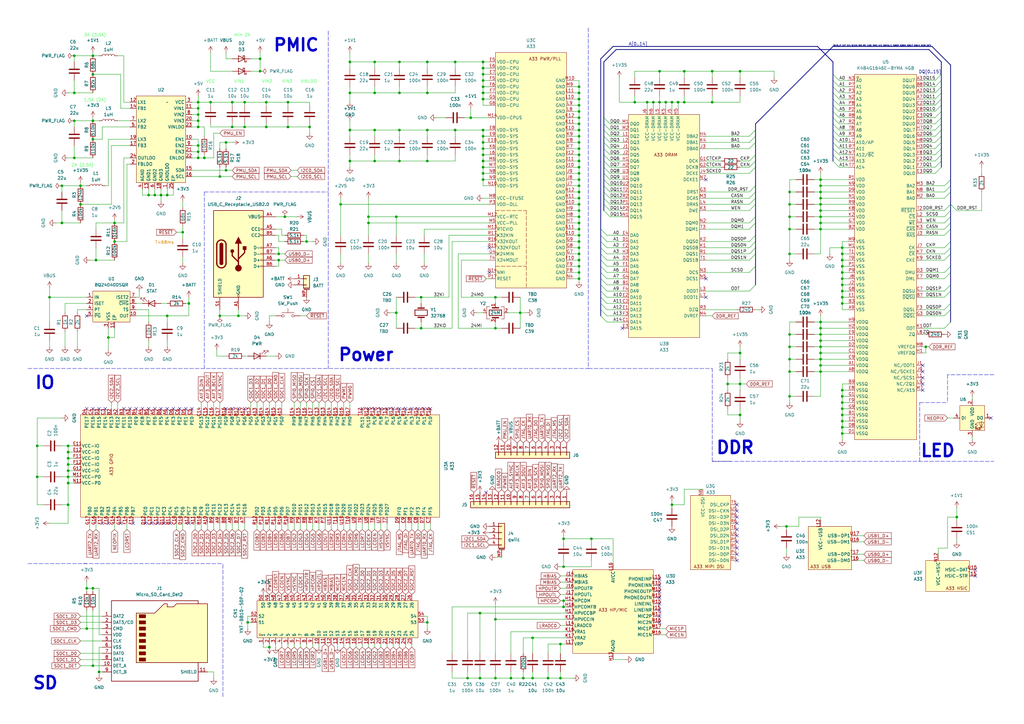
<source format=kicad_sch>
(kicad_sch (version 20230121) (generator eeschema)
  (paper "A3")
  (title_block (title "pi zero knockoff basically") (date "2024-02-26") (rev "0.3") (company "amogus inc.") (comment 1 "took WAY too long to make"))
  (junction (at 198.12 53.34))
  (junction (at 38.1 30.48))
  (junction (at 345.44 104.14))
  (junction (at 95.25 41.91))
  (junction (at 63.5 80.01))
  (junction (at 143.51 38.1))
  (junction (at 345.44 101.6))
  (junction (at 237.49 101.6))
  (junction (at 198.12 40.64))
  (junction (at 237.49 35.56))
  (junction (at 237.49 86.36))
  (junction (at 74.93 95.25))
  (junction (at 198.12 30.48))
  (junction (at 323.85 137.16))
  (junction (at 198.12 33.02))
  (junction (at 46.99 91.44))
  (junction (at 198.12 60.96))
  (junction (at 237.49 43.18))
  (junction (at 20.32 121.92))
  (junction (at 27.94 182.88))
  (junction (at 198.12 66.04))
  (junction (at 39.37 106.68))
  (junction (at 323.85 152.4))
  (junction (at 86.36 41.91))
  (junction (at 163.83 38.1))
  (junction (at 336.55 144.78))
  (junction (at 38.1 22.86))
  (junction (at 175.26 66.04))
  (junction (at 27.94 187.96))
  (junction (at 237.49 106.68))
  (junction (at 336.55 76.2))
  (junction (at 237.49 93.98))
  (junction (at 109.22 41.91))
  (junction (at 191.77 278.13))
  (junction (at 38.1 49.53))
  (junction (at 198.12 35.56))
  (junction (at 30.48 22.86))
  (junction (at 237.49 114.3))
  (junction (at 196.85 251.46))
  (junction (at 292.1 29.21))
  (junction (at 109.22 52.07))
  (junction (at 323.85 93.98))
  (junction (at 237.49 73.66))
  (junction (at 336.55 88.9))
  (junction (at 33.02 83.82))
  (junction (at 237.49 66.04))
  (junction (at 198.12 25.4))
  (junction (at 237.49 71.12))
  (junction (at 30.48 64.77))
  (junction (at 303.53 157.48))
  (junction (at 198.12 73.66))
  (junction (at 323.85 88.9))
  (junction (at 35.56 257.81))
  (junction (at 278.13 41.91))
  (junction (at 345.44 116.84))
  (junction (at 15.24 182.88))
  (junction (at 81.28 62.23))
  (junction (at 336.55 149.86))
  (junction (at 198.12 38.1))
  (junction (at 237.49 38.1))
  (junction (at 345.44 160.02))
  (junction (at 213.36 128.27))
  (junction (at 237.49 78.74))
  (junction (at 345.44 175.26))
  (junction (at 175.26 38.1))
  (junction (at 345.44 109.22))
  (junction (at 336.55 142.24))
  (junction (at 275.59 41.91))
  (junction (at 336.55 91.44))
  (junction (at 303.53 144.78))
  (junction (at 110.49 265.43))
  (junction (at 114.3 106.68))
  (junction (at 92.71 58.42))
  (junction (at 345.44 162.56))
  (junction (at 224.79 278.13))
  (junction (at 298.45 157.48))
  (junction (at 209.55 278.13))
  (junction (at 151.13 88.9))
  (junction (at 81.28 49.53))
  (junction (at 379.73 142.24))
  (junction (at 118.11 41.91))
  (junction (at 214.63 278.13))
  (junction (at 336.55 134.62))
  (junction (at 38.1 273.05))
  (junction (at 336.55 78.74))
  (junction (at 81.28 41.91))
  (junction (at 40.64 275.59))
  (junction (at 345.44 172.72))
  (junction (at 38.1 241.3))
  (junction (at 106.68 29.21))
  (junction (at 203.2 134.62))
  (junction (at 303.53 170.18))
  (junction (at 336.55 132.08))
  (junction (at 237.49 40.64))
  (junction (at 275.59 207.01))
  (junction (at 143.51 25.4))
  (junction (at 196.85 278.13))
  (junction (at 30.48 49.53))
  (junction (at 323.85 147.32))
  (junction (at 345.44 111.76))
  (junction (at 267.97 41.91))
  (junction (at 322.58 215.9))
  (junction (at 237.49 45.72))
  (junction (at 231.14 248.92))
  (junction (at 237.49 58.42))
  (junction (at 35.56 241.3))
  (junction (at 44.45 138.43))
  (junction (at 27.94 207.01))
  (junction (at 127 52.07))
  (junction (at 68.58 80.01))
  (junction (at 292.1 41.91))
  (junction (at 345.44 121.92))
  (junction (at 27.94 195.58))
  (junction (at 162.56 128.27))
  (junction (at 81.28 46.99))
  (junction (at 27.94 190.5))
  (junction (at 143.51 66.04))
  (junction (at 101.6 255.27))
  (junction (at 218.44 261.62))
  (junction (at 270.51 29.21))
  (junction (at 27.94 193.04))
  (junction (at 77.47 124.46))
  (junction (at 193.04 48.26))
  (junction (at 242.57 220.98))
  (junction (at 27.94 185.42))
  (junction (at 114.3 104.14))
  (junction (at 125.73 99.06))
  (junction (at 38.1 57.15))
  (junction (at 151.13 91.44))
  (junction (at 172.72 134.62))
  (junction (at 237.49 81.28))
  (junction (at 25.4 91.44))
  (junction (at 345.44 124.46))
  (junction (at 203.2 121.92))
  (junction (at 265.43 41.91))
  (junction (at 30.48 38.1))
  (junction (at 100.33 41.91))
  (junction (at 323.85 83.82))
  (junction (at 100.33 52.07))
  (junction (at 198.12 63.5))
  (junction (at 92.71 69.85))
  (junction (at 153.67 66.04))
  (junction (at 83.82 64.77))
  (junction (at 186.69 25.4))
  (junction (at 237.49 50.8))
  (junction (at 323.85 142.24))
  (junction (at 163.83 66.04))
  (junction (at 336.55 147.32))
  (junction (at 175.26 25.4))
  (junction (at 81.28 59.69))
  (junction (at 198.12 68.58))
  (junction (at 336.55 86.36))
  (junction (at 162.56 88.9))
  (junction (at 81.28 44.45))
  (junction (at 280.67 41.91))
  (junction (at 116.84 88.9))
  (junction (at 139.7 83.82))
  (junction (at 60.96 80.01))
  (junction (at 336.55 152.4))
  (junction (at 237.49 63.5))
  (junction (at 345.44 165.1))
  (junction (at 237.49 96.52))
  (junction (at 336.55 139.7))
  (junction (at 345.44 177.8))
  (junction (at 218.44 278.13))
  (junction (at 336.55 137.16))
  (junction (at 323.85 78.74))
  (junction (at 237.49 111.76))
  (junction (at 231.14 232.41))
  (junction (at 198.12 58.42))
  (junction (at 95.25 52.07))
  (junction (at 106.68 24.13))
  (junction (at 153.67 38.1))
  (junction (at 237.49 55.88))
  (junction (at 237.49 104.14))
  (junction (at 33.02 76.2))
  (junction (at 97.79 129.54))
  (junction (at 392.43 212.09))
  (junction (at 231.14 220.98))
  (junction (at 237.49 53.34))
  (junction (at 237.49 91.44))
  (junction (at 163.83 25.4))
  (junction (at 186.69 53.34))
  (junction (at 237.49 109.22))
  (junction (at 90.17 72.39))
  (junction (at 15.24 195.58))
  (junction (at 175.26 53.34))
  (junction (at 237.49 68.58))
  (junction (at 175.26 255.27))
  (junction (at 231.14 246.38))
  (junction (at 345.44 119.38))
  (junction (at 237.49 76.2))
  (junction (at 280.67 29.21))
  (junction (at 237.49 60.96))
  (junction (at 345.44 114.3))
  (junction (at 345.44 170.18))
  (junction (at 90.17 129.54))
  (junction (at 345.44 106.68))
  (junction (at 143.51 53.34))
  (junction (at 336.55 83.82))
  (junction (at 323.85 104.14))
  (junction (at 203.2 254))
  (junction (at 198.12 55.88))
  (junction (at 81.28 64.77))
  (junction (at 118.11 52.07))
  (junction (at 336.55 81.28))
  (junction (at 27.94 198.12))
  (junction (at 237.49 88.9))
  (junction (at 153.67 53.34))
  (junction (at 153.67 25.4))
  (junction (at 229.87 278.13))
  (junction (at 270.51 41.91))
  (junction (at 260.35 41.91))
  (junction (at 81.28 52.07))
  (junction (at 229.87 264.16))
  (junction (at 66.04 80.01))
  (junction (at 46.99 99.06))
  (junction (at 345.44 167.64))
  (junction (at 237.49 99.06))
  (junction (at 237.49 83.82))
  (junction (at 25.4 76.2))
  (junction (at 198.12 27.94))
  (junction (at 273.05 41.91))
  (junction (at 303.53 29.21))
  (junction (at 323.85 162.56))
  (junction (at 336.55 73.66))
  (junction (at 203.2 278.13))
  (junction (at 68.58 129.54))
  (junction (at 237.49 48.26))
  (junction (at 163.83 53.34))
  (junction (at 172.72 121.92))
  (junction (at 198.12 71.12))
  (junction (at 336.55 93.98))
  (no_connect (at 69.85 214.63))
  (no_connect (at 166.37 167.64))
  (no_connect (at 378.46 157.48))
  (no_connect (at 40.64 167.64))
  (no_connect (at 92.71 167.64))
  (no_connect (at 255.27 134.62))
  (no_connect (at 302.26 217.17))
  (no_connect (at 302.26 227.33))
  (no_connect (at 35.56 129.54))
  (no_connect (at 148.59 167.64))
  (no_connect (at 270.51 255.27))
  (no_connect (at 200.66 111.76))
  (no_connect (at 270.51 237.49))
  (no_connect (at 302.26 222.25))
  (no_connect (at 378.46 152.4))
  (no_connect (at 54.61 214.63))
  (no_connect (at 302.26 209.55))
  (no_connect (at 158.75 167.64))
  (no_connect (at 270.51 250.19))
  (no_connect (at 58.42 167.64))
  (no_connect (at 270.51 245.11))
  (no_connect (at 161.29 167.64))
  (no_connect (at 35.56 167.64))
  (no_connect (at 97.79 167.64))
  (no_connect (at 378.46 154.94))
  (no_connect (at 400.05 233.68))
  (no_connect (at 168.91 167.64))
  (no_connect (at 289.56 114.3))
  (no_connect (at 289.56 121.92))
  (no_connect (at 406.4 171.45))
  (no_connect (at 67.31 214.63))
  (no_connect (at 302.26 229.87))
  (no_connect (at 66.04 167.64))
  (no_connect (at 302.26 224.79))
  (no_connect (at 49.53 214.63))
  (no_connect (at 63.5 167.64))
  (no_connect (at 270.51 240.03))
  (no_connect (at 153.67 167.64))
  (no_connect (at 55.88 167.64))
  (no_connect (at 176.53 167.64))
  (no_connect (at 270.51 247.65))
  (no_connect (at 44.45 214.63))
  (no_connect (at 171.45 167.64))
  (no_connect (at 378.46 160.02))
  (no_connect (at 73.66 167.64))
  (no_connect (at 156.21 167.64))
  (no_connect (at 270.51 252.73))
  (no_connect (at 60.96 167.64))
  (no_connect (at 76.2 167.64))
  (no_connect (at 163.83 167.64))
  (no_connect (at 378.46 149.86))
  (no_connect (at 100.33 167.64))
  (no_connect (at 302.26 214.63))
  (no_connect (at 95.25 167.64))
  (no_connect (at 289.56 73.66))
  (no_connect (at 68.58 167.64))
  (no_connect (at 302.26 212.09))
  (no_connect (at 173.99 167.64))
  (no_connect (at 302.26 207.01))
  (no_connect (at 64.77 214.63))
  (no_connect (at 77.47 214.63))
  (no_connect (at 50.8 167.64))
  (no_connect (at 71.12 167.64))
  (no_connect (at 62.23 214.63))
  (no_connect (at 41.91 214.63))
  (no_connect (at 199.39 201.93))
  (no_connect (at 200.66 101.6))
  (no_connect (at 270.51 242.57))
  (no_connect (at 53.34 167.64))
  (no_connect (at 151.13 167.64))
  (no_connect (at 400.05 236.22))
  (no_connect (at 302.26 219.71))
  (no_connect (at 43.18 167.64))
  (no_connect (at 59.69 214.63))
  (no_connect (at 78.74 167.64))
  (no_connect (at 38.1 167.64))
  (bus_entry (at 341.63 38.1) (size 2.54 2.54))
  (bus_entry (at 383.54 40.64) (size 2.54 -2.54))
  (bus_entry (at 246.38 111.76) (size 2.54 2.54))
  (bus_entry (at 247.65 50.8) (size 2.54 2.54))
  (bus_entry (at 341.63 48.26) (size 2.54 2.54))
  (bus_entry (at 307.34 91.44) (size 2.54 -2.54))
  (bus_entry (at 246.38 109.22) (size 2.54 2.54))
  (bus_entry (at 341.63 43.18) (size 2.54 2.54))
  (bus_entry (at 247.65 53.34) (size 2.54 2.54))
  (bus_entry (at 341.63 66.04) (size 2.54 2.54))
  (bus_entry (at 247.65 63.5) (size 2.54 2.54))
  (bus_entry (at 307.34 93.98) (size 2.54 -2.54))
  (bus_entry (at 383.54 68.58) (size 2.54 -2.54))
  (bus_entry (at 307.34 55.88) (size 2.54 -2.54))
  (bus_entry (at 341.63 30.48) (size 2.54 2.54))
  (bus_entry (at 247.65 81.28) (size 2.54 2.54))
  (bus_entry (at 387.35 114.3) (size 2.54 -2.54))
  (bus_entry (at 387.35 119.38) (size 2.54 -2.54))
  (bus_entry (at 341.63 63.5) (size 2.54 2.54))
  (bus_entry (at 341.63 55.88) (size 2.54 2.54))
  (bus_entry (at 383.54 43.18) (size 2.54 -2.54))
  (bus_entry (at 341.63 60.96) (size 2.54 2.54))
  (bus_entry (at 392.43 86.36) (size -2.54 -2.54))
  (bus_entry (at 246.38 114.3) (size 2.54 2.54))
  (bus_entry (at 307.34 60.96) (size 2.54 -2.54))
  (bus_entry (at 341.63 53.34) (size 2.54 2.54))
  (bus_entry (at 387.35 134.62) (size 2.54 -2.54))
  (bus_entry (at 383.54 63.5) (size 2.54 -2.54))
  (bus_entry (at 341.63 40.64) (size 2.54 2.54))
  (bus_entry (at 383.54 50.8) (size 2.54 -2.54))
  (bus_entry (at 307.34 78.74) (size 2.54 -2.54))
  (bus_entry (at 387.35 129.54) (size 2.54 -2.54))
  (bus_entry (at 247.65 48.26) (size 2.54 2.54))
  (bus_entry (at 246.38 116.84) (size 2.54 2.54))
  (bus_entry (at 383.54 33.02) (size 2.54 -2.54))
  (bus_entry (at 383.54 45.72) (size 2.54 -2.54))
  (bus_entry (at 246.38 101.6) (size 2.54 2.54))
  (bus_entry (at 383.54 71.12) (size 2.54 -2.54))
  (bus_entry (at 246.38 129.54) (size 2.54 2.54))
  (bus_entry (at 387.35 96.52) (size 2.54 -2.54))
  (bus_entry (at 341.63 35.56) (size 2.54 2.54))
  (bus_entry (at 307.34 68.58) (size 2.54 -2.54))
  (bus_entry (at 307.34 58.42) (size 2.54 -2.54))
  (bus_entry (at 383.54 35.56) (size 2.54 -2.54))
  (bus_entry (at 247.65 73.66) (size 2.54 2.54))
  (bus_entry (at 387.35 81.28) (size 2.54 -2.54))
  (bus_entry (at 307.34 104.14) (size 2.54 -2.54))
  (bus_entry (at 341.63 58.42) (size 2.54 2.54))
  (bus_entry (at 307.34 83.82) (size 2.54 -2.54))
  (bus_entry (at 387.35 111.76) (size 2.54 -2.54))
  (bus_entry (at 247.65 83.82) (size 2.54 2.54))
  (bus_entry (at 246.38 96.52) (size 2.54 2.54))
  (bus_entry (at 307.34 111.76) (size 2.54 -2.54))
  (bus_entry (at 247.65 60.96) (size 2.54 2.54))
  (bus_entry (at 246.38 119.38) (size 2.54 2.54))
  (bus_entry (at 387.35 121.92) (size 2.54 -2.54))
  (bus_entry (at 247.65 58.42) (size 2.54 2.54))
  (bus_entry (at 387.35 88.9) (size 2.54 -2.54))
  (bus_entry (at 246.38 99.06) (size 2.54 2.54))
  (bus_entry (at 247.65 68.58) (size 2.54 2.54))
  (bus_entry (at 307.34 99.06) (size 2.54 -2.54))
  (bus_entry (at 387.35 76.2) (size 2.54 -2.54))
  (bus_entry (at 247.65 71.12) (size 2.54 2.54))
  (bus_entry (at 246.38 127) (size 2.54 2.54))
  (bus_entry (at 246.38 104.14) (size 2.54 2.54))
  (bus_entry (at 387.35 127) (size 2.54 -2.54))
  (bus_entry (at 341.63 33.02) (size 2.54 2.54))
  (bus_entry (at 246.38 106.68) (size 2.54 2.54))
  (bus_entry (at 247.65 66.04) (size 2.54 2.54))
  (bus_entry (at 383.54 66.04) (size 2.54 -2.54))
  (bus_entry (at 307.34 101.6) (size 2.54 -2.54))
  (bus_entry (at 387.35 106.68) (size 2.54 -2.54))
  (bus_entry (at 307.34 106.68) (size 2.54 -2.54))
  (bus_entry (at 383.54 38.1) (size 2.54 -2.54))
  (bus_entry (at 341.63 45.72) (size 2.54 2.54))
  (bus_entry (at 387.35 93.98) (size 2.54 -2.54))
  (bus_entry (at 246.38 124.46) (size 2.54 2.54))
  (bus_entry (at 247.65 78.74) (size 2.54 2.54))
  (bus_entry (at 383.54 55.88) (size 2.54 -2.54))
  (bus_entry (at 307.34 66.04) (size 2.54 -2.54))
  (bus_entry (at 247.65 55.88) (size 2.54 2.54))
  (bus_entry (at 383.54 53.34) (size 2.54 -2.54))
  (bus_entry (at 307.34 71.12) (size 2.54 -2.54))
  (bus_entry (at 387.35 101.6) (size 2.54 -2.54))
  (bus_entry (at 246.38 121.92) (size 2.54 2.54))
  (bus_entry (at 383.54 58.42) (size 2.54 -2.54))
  (bus_entry (at 341.63 50.8) (size 2.54 2.54))
  (bus_entry (at 307.34 81.28) (size 2.54 -2.54))
  (bus_entry (at 307.34 86.36) (size 2.54 -2.54))
  (bus_entry (at 387.35 78.74) (size 2.54 -2.54))
  (bus_entry (at 246.38 93.98) (size 2.54 2.54))
  (bus_entry (at 383.54 60.96) (size 2.54 -2.54))
  (bus_entry (at 247.65 76.2) (size 2.54 2.54))
  (bus_entry (at 247.65 86.36) (size 2.54 2.54))
  (bus_entry (at 387.35 86.36) (size 2.54 -2.54))
  (bus_entry (at 307.34 119.38) (size 2.54 -2.54))
  (bus_entry (at 387.35 91.44) (size 2.54 -2.54))
  (bus_entry (at 383.54 48.26) (size 2.54 -2.54))
  (bus_entry (at 387.35 104.14) (size 2.54 -2.54))
  (bus (pts (xy 341.63 55.88) (xy 341.63 58.42)))
  (wire (pts (xy 265.43 41.91) (xy 265.43 44.45)))
  (wire (pts (xy 153.67 66.04) (xy 143.51 66.04)))
  (wire (pts (xy 248.92 114.3) (xy 255.27 114.3)))
  (wire (pts (xy 33.02 255.27) (xy 41.91 255.27)))
  (wire (pts (xy 392.43 213.36) (xy 392.43 212.09)))
  (wire (pts (xy 101.6 252.73) (xy 101.6 255.27)))
  (wire (pts (xy 151.13 107.95) (xy 151.13 104.14)))
  (wire (pts (xy 345.44 106.68) (xy 345.44 109.22)))
  (wire (pts (xy 114.3 99.06) (xy 116.84 99.06)))
  (wire (pts (xy 78.74 52.07) (xy 81.28 52.07)))
  (wire (pts (xy 267.97 41.91) (xy 265.43 41.91)))
  (wire (pts (xy 151.13 91.44) (xy 200.66 91.44)))
  (wire (pts (xy 234.95 114.3) (xy 237.49 114.3)))
  (bus (pts (xy 309.88 58.42) (xy 309.88 63.5)))
  (wire (pts (xy 336.55 142.24) (xy 336.55 144.78)))
  (wire (pts (xy 163.83 66.04) (xy 163.83 63.5)))
  (wire (pts (xy 35.56 241.3) (xy 35.56 242.57)))
  (wire (pts (xy 336.55 149.86) (xy 336.55 152.4)))
  (wire (pts (xy 17.78 182.88) (xy 15.24 182.88)))
  (wire (pts (xy 344.17 58.42) (xy 347.98 58.42)))
  (wire (pts (xy 378.46 91.44) (xy 387.35 91.44)))
  (wire (pts (xy 191.77 275.59) (xy 191.77 278.13)))
  (wire (pts (xy 88.9 146.05) (xy 92.71 146.05)))
  (wire (pts (xy 203.2 228.6) (xy 205.74 228.6)))
  (wire (pts (xy 378.46 111.76) (xy 387.35 111.76)))
  (bus (pts (xy 389.89 104.14) (xy 389.89 101.6)))
  (wire (pts (xy 118.11 52.07) (xy 127 52.07)))
  (wire (pts (xy 115.57 265.43) (xy 115.57 264.16)))
  (wire (pts (xy 27.94 198.12) (xy 27.94 195.58)))
  (wire (pts (xy 40.64 22.86) (xy 38.1 22.86)))
  (wire (pts (xy 156.21 217.17) (xy 156.21 214.63)))
  (wire (pts (xy 229.87 256.54) (xy 232.41 256.54)))
  (bus (pts (xy 309.88 88.9) (xy 309.88 91.44)))
  (wire (pts (xy 123.19 129.54) (xy 125.73 129.54)))
  (wire (pts (xy 125.73 217.17) (xy 125.73 214.63)))
  (wire (pts (xy 146.05 265.43) (xy 146.05 264.16)))
  (wire (pts (xy 303.53 157.48) (xy 306.07 157.48)))
  (wire (pts (xy 198.12 27.94) (xy 198.12 30.48)))
  (bus (pts (xy 247.65 58.42) (xy 247.65 60.96)))
  (wire (pts (xy 130.81 165.1) (xy 130.81 167.64)))
  (wire (pts (xy 323.85 142.24) (xy 323.85 147.32)))
  (wire (pts (xy 237.49 66.04) (xy 237.49 68.58)))
  (wire (pts (xy 237.49 96.52) (xy 237.49 99.06)))
  (wire (pts (xy 270.51 29.21) (xy 260.35 29.21)))
  (wire (pts (xy 237.49 109.22) (xy 237.49 111.76)))
  (wire (pts (xy 40.64 275.59) (xy 40.64 276.86)))
  (wire (pts (xy 237.49 114.3) (xy 237.49 111.76)))
  (wire (pts (xy 153.67 217.17) (xy 153.67 214.63)))
  (wire (pts (xy 250.19 73.66) (xy 255.27 73.66)))
  (wire (pts (xy 234.95 35.56) (xy 237.49 35.56)))
  (wire (pts (xy 124.46 99.06) (xy 125.73 99.06)))
  (wire (pts (xy 110.49 132.08) (xy 110.49 129.54)))
  (bus (pts (xy 246.38 119.38) (xy 246.38 121.92)))
  (wire (pts (xy 81.28 52.07) (xy 81.28 49.53)))
  (wire (pts (xy 179.07 48.26) (xy 182.88 48.26)))
  (wire (pts (xy 378.46 76.2) (xy 387.35 76.2)))
  (wire (pts (xy 336.55 132.08) (xy 347.98 132.08)))
  (wire (pts (xy 27.94 187.96) (xy 27.94 185.42)))
  (bus (pts (xy 246.38 93.98) (xy 246.38 96.52)))
  (wire (pts (xy 237.49 33.02) (xy 237.49 35.56)))
  (wire (pts (xy 336.55 129.54) (xy 336.55 132.08)))
  (bus (pts (xy 389.89 111.76) (xy 389.89 109.22)))
  (wire (pts (xy 115.57 96.52) (xy 116.84 96.52)))
  (wire (pts (xy 30.48 59.69) (xy 30.48 64.77)))
  (wire (pts (xy 379.73 144.78) (xy 379.73 142.24)))
  (wire (pts (xy 143.51 68.58) (xy 143.51 66.04)))
  (bus (pts (xy 309.88 104.14) (xy 309.88 109.22)))
  (wire (pts (xy 86.36 21.59) (xy 86.36 29.21)))
  (wire (pts (xy 33.02 262.89) (xy 41.91 262.89)))
  (wire (pts (xy 193.04 48.26) (xy 200.66 48.26)))
  (wire (pts (xy 336.55 139.7) (xy 336.55 142.24)))
  (wire (pts (xy 74.93 95.25) (xy 74.93 97.79)))
  (wire (pts (xy 27.94 207.01) (xy 27.94 198.12)))
  (wire (pts (xy 153.67 25.4) (xy 153.67 27.94)))
  (wire (pts (xy 81.28 57.15) (xy 81.28 59.69)))
  (wire (pts (xy 173.99 96.52) (xy 173.99 93.98)))
  (wire (pts (xy 229.87 275.59) (xy 229.87 278.13)))
  (wire (pts (xy 143.51 265.43) (xy 143.51 264.16)))
  (wire (pts (xy 289.56 68.58) (xy 295.91 68.58)))
  (bus (pts (xy 309.88 63.5) (xy 309.88 66.04)))
  (wire (pts (xy 162.56 88.9) (xy 200.66 88.9)))
  (wire (pts (xy 114.3 96.52) (xy 113.03 96.52)))
  (wire (pts (xy 52.07 99.06) (xy 46.99 99.06)))
  (wire (pts (xy 248.92 99.06) (xy 255.27 99.06)))
  (wire (pts (xy 237.49 104.14) (xy 234.95 104.14)))
  (wire (pts (xy 344.17 55.88) (xy 347.98 55.88)))
  (wire (pts (xy 74.93 105.41) (xy 74.93 107.95)))
  (wire (pts (xy 55.88 127) (xy 60.96 127)))
  (wire (pts (xy 143.51 217.17) (xy 143.51 214.63)))
  (wire (pts (xy 162.56 88.9) (xy 162.56 96.52)))
  (wire (pts (xy 298.45 170.18) (xy 303.53 170.18)))
  (wire (pts (xy 25.4 91.44) (xy 33.02 91.44)))
  (wire (pts (xy 323.85 152.4) (xy 326.39 152.4)))
  (wire (pts (xy 218.44 278.13) (xy 224.79 278.13)))
  (wire (pts (xy 351.79 229.87) (xy 354.33 229.87)))
  (wire (pts (xy 303.53 170.18) (xy 303.53 172.72)))
  (wire (pts (xy 78.74 64.77) (xy 81.28 64.77)))
  (wire (pts (xy 35.56 241.3) (xy 35.56 238.76)))
  (wire (pts (xy 113.03 104.14) (xy 114.3 104.14)))
  (wire (pts (xy 248.92 127) (xy 255.27 127)))
  (wire (pts (xy 237.49 99.06) (xy 234.95 99.06)))
  (wire (pts (xy 38.1 250.19) (xy 38.1 273.05)))
  (wire (pts (xy 60.96 80.01) (xy 60.96 77.47)))
  (wire (pts (xy 15.24 171.45) (xy 25.4 171.45)))
  (wire (pts (xy 50.8 64.77) (xy 53.34 64.77)))
  (wire (pts (xy 97.79 217.17) (xy 97.79 214.63)))
  (bus (pts (xy 246.38 109.22) (xy 246.38 111.76)))
  (wire (pts (xy 68.58 129.54) (xy 68.58 132.08)))
  (wire (pts (xy 35.56 257.81) (xy 41.91 257.81)))
  (wire (pts (xy 224.79 264.16) (xy 229.87 264.16)))
  (wire (pts (xy 200.66 60.96) (xy 198.12 60.96)))
  (bus (pts (xy 309.88 53.34) (xy 309.88 55.88)))
  (bus (pts (xy 309.88 50.8) (xy 341.63 19.05)))
  (wire (pts (xy 120.65 165.1) (xy 120.65 167.64)))
  (wire (pts (xy 25.4 86.36) (xy 25.4 91.44)))
  (wire (pts (xy 229.87 264.16) (xy 229.87 267.97)))
  (wire (pts (xy 289.56 91.44) (xy 307.34 91.44)))
  (wire (pts (xy 378.46 45.72) (xy 383.54 45.72)))
  (wire (pts (xy 326.39 162.56) (xy 323.85 162.56)))
  (wire (pts (xy 114.3 99.06) (xy 114.3 96.52)))
  (wire (pts (xy 334.01 152.4) (xy 336.55 152.4)))
  (wire (pts (xy 323.85 147.32) (xy 326.39 147.32)))
  (bus (pts (xy 341.63 58.42) (xy 341.63 60.96)))
  (wire (pts (xy 254 31.75) (xy 254 41.91)))
  (wire (pts (xy 102.87 252.73) (xy 101.6 252.73)))
  (wire (pts (xy 248.92 109.22) (xy 255.27 109.22)))
  (wire (pts (xy 237.49 50.8) (xy 234.95 50.8)))
  (wire (pts (xy 110.49 217.17) (xy 110.49 214.63)))
  (wire (pts (xy 186.69 53.34) (xy 186.69 55.88)))
  (wire (pts (xy 187.96 104.14) (xy 200.66 104.14)))
  (wire (pts (xy 163.83 25.4) (xy 163.83 27.94)))
  (wire (pts (xy 27.94 207.01) (xy 27.94 214.63)))
  (wire (pts (xy 336.55 78.74) (xy 336.55 81.28)))
  (wire (pts (xy 66.04 80.01) (xy 66.04 82.55)))
  (wire (pts (xy 22.86 91.44) (xy 25.4 91.44)))
  (wire (pts (xy 27.94 190.5) (xy 30.48 190.5)))
  (wire (pts (xy 30.48 33.02) (xy 30.48 38.1)))
  (wire (pts (xy 340.36 104.14) (xy 340.36 101.6)))
  (wire (pts (xy 143.51 49.53) (xy 143.51 53.34)))
  (bus (pts (xy 309.88 99.06) (xy 309.88 101.6)))
  (wire (pts (xy 109.22 146.05) (xy 113.03 146.05)))
  (bus (pts (xy 341.63 53.34) (xy 341.63 55.88)))
  (wire (pts (xy 237.49 60.96) (xy 237.49 58.42)))
  (wire (pts (xy 289.56 83.82) (xy 307.34 83.82)))
  (wire (pts (xy 60.96 142.24) (xy 60.96 139.7)))
  (wire (pts (xy 148.59 217.17) (xy 148.59 214.63)))
  (wire (pts (xy 198.12 33.02) (xy 200.66 33.02)))
  (wire (pts (xy 323.85 162.56) (xy 323.85 165.1)))
  (wire (pts (xy 378.46 134.62) (xy 387.35 134.62)))
  (wire (pts (xy 198.12 30.48) (xy 198.12 33.02)))
  (bus (pts (xy 341.63 48.26) (xy 341.63 50.8)))
  (wire (pts (xy 90.17 127) (xy 90.17 129.54)))
  (wire (pts (xy 90.17 60.96) (xy 90.17 58.42)))
  (wire (pts (xy 161.29 265.43) (xy 161.29 264.16)))
  (wire (pts (xy 100.33 52.07) (xy 109.22 52.07)))
  (bus (pts (xy 341.63 25.4) (xy 341.63 30.48)))
  (bus (pts (xy 246.38 111.76) (xy 246.38 114.3)))
  (wire (pts (xy 336.55 86.36) (xy 336.55 88.9)))
  (wire (pts (xy 175.26 66.04) (xy 175.26 63.5)))
  (wire (pts (xy 119.38 72.39) (xy 121.92 72.39)))
  (wire (pts (xy 38.1 48.26) (xy 38.1 49.53)))
  (wire (pts (xy 106.68 24.13) (xy 102.87 24.13)))
  (wire (pts (xy 203.2 267.97) (xy 203.2 254)))
  (wire (pts (xy 158.75 265.43) (xy 158.75 264.16)))
  (wire (pts (xy 344.17 63.5) (xy 347.98 63.5)))
  (wire (pts (xy 35.56 76.2) (xy 33.02 76.2)))
  (wire (pts (xy 198.12 66.04) (xy 198.12 63.5)))
  (wire (pts (xy 97.79 127) (xy 97.79 129.54)))
  (wire (pts (xy 203.2 278.13) (xy 209.55 278.13)))
  (wire (pts (xy 250.19 71.12) (xy 255.27 71.12)))
  (bus (pts (xy 246.38 99.06) (xy 246.38 101.6)))
  (wire (pts (xy 378.46 50.8) (xy 383.54 50.8)))
  (wire (pts (xy 334.01 88.9) (xy 336.55 88.9)))
  (wire (pts (xy 27.94 193.04) (xy 27.94 190.5)))
  (wire (pts (xy 27.94 195.58) (xy 25.4 195.58)))
  (bus (pts (xy 386.08 38.1) (xy 386.08 40.64)))
  (bus (pts (xy 389.89 83.82) (xy 389.89 78.74)))
  (wire (pts (xy 289.56 119.38) (xy 307.34 119.38)))
  (wire (pts (xy 298.45 154.94) (xy 298.45 157.48)))
  (wire (pts (xy 334.01 137.16) (xy 336.55 137.16)))
  (wire (pts (xy 234.95 66.04) (xy 237.49 66.04)))
  (wire (pts (xy 345.44 127) (xy 345.44 124.46)))
  (wire (pts (xy 39.37 91.44) (xy 46.99 91.44)))
  (wire (pts (xy 190.5 48.26) (xy 193.04 48.26)))
  (wire (pts (xy 41.91 260.35) (xy 40.64 260.35)))
  (wire (pts (xy 344.17 50.8) (xy 347.98 50.8)))
  (wire (pts (xy 113.03 88.9) (xy 116.84 88.9)))
  (wire (pts (xy 323.85 78.74) (xy 323.85 83.82)))
  (wire (pts (xy 292.1 31.75) (xy 292.1 29.21)))
  (wire (pts (xy 345.44 175.26) (xy 347.98 175.26)))
  (wire (pts (xy 260.35 29.21) (xy 260.35 31.75)))
  (wire (pts (xy 378.46 48.26) (xy 383.54 48.26)))
  (wire (pts (xy 229.87 238.76) (xy 232.41 238.76)))
  (wire (pts (xy 336.55 83.82) (xy 347.98 83.82)))
  (wire (pts (xy 336.55 212.09) (xy 336.55 213.36)))
  (wire (pts (xy 35.56 127) (xy 31.75 127)))
  (bus (pts (xy 341.63 40.64) (xy 341.63 43.18)))
  (wire (pts (xy 20.32 121.92) (xy 35.56 121.92)))
  (wire (pts (xy 151.13 81.28) (xy 151.13 88.9)))
  (wire (pts (xy 345.44 109.22) (xy 347.98 109.22)))
  (wire (pts (xy 388.62 212.09) (xy 392.43 212.09)))
  (wire (pts (xy 378.46 93.98) (xy 387.35 93.98)))
  (wire (pts (xy 344.17 43.18) (xy 347.98 43.18)))
  (bus (pts (xy 335.28 19.05) (xy 341.63 25.4)))
  (polyline (pts (xy 91.44 285.75) (xy 91.44 231.14)) (stroke (width 0) (type dash)))
  (wire (pts (xy 231.14 248.92) (xy 231.14 246.38)))
  (wire (pts (xy 292.1 129.54) (xy 289.56 129.54)))
  (wire (pts (xy 322.58 227.33) (xy 322.58 224.79)))
  (wire (pts (xy 237.49 53.34) (xy 237.49 50.8)))
  (wire (pts (xy 66.04 77.47) (xy 66.04 80.01)))
  (wire (pts (xy 130.81 265.43) (xy 130.81 264.16)))
  (wire (pts (xy 229.87 236.22) (xy 232.41 236.22)))
  (wire (pts (xy 336.55 71.12) (xy 336.55 73.66)))
  (wire (pts (xy 237.49 60.96) (xy 234.95 60.96)))
  (wire (pts (xy 344.17 48.26) (xy 347.98 48.26)))
  (wire (pts (xy 248.92 132.08) (xy 255.27 132.08)))
  (wire (pts (xy 234.95 109.22) (xy 237.49 109.22)))
  (bus (pts (xy 309.88 78.74) (xy 309.88 81.28)))
  (wire (pts (xy 323.85 137.16) (xy 326.39 137.16)))
  (wire (pts (xy 334.01 83.82) (xy 336.55 83.82)))
  (wire (pts (xy 248.92 111.76) (xy 255.27 111.76)))
  (bus (pts (xy 341.63 66.04) (xy 341.63 63.5)))
  (wire (pts (xy 345.44 119.38) (xy 345.44 116.84)))
  (wire (pts (xy 120.65 217.17) (xy 120.65 214.63)))
  (wire (pts (xy 109.22 52.07) (xy 118.11 52.07)))
  (wire (pts (xy 200.66 71.12) (xy 198.12 71.12)))
  (bus (pts (xy 386.08 66.04) (xy 386.08 68.58)))
  (wire (pts (xy 109.22 50.8) (xy 109.22 52.07)))
  (wire (pts (xy 163.83 66.04) (xy 153.67 66.04)))
  (wire (pts (xy 344.17 38.1) (xy 347.98 38.1)))
  (wire (pts (xy 92.71 58.42) (xy 92.71 60.96)))
  (wire (pts (xy 378.46 43.18) (xy 383.54 43.18)))
  (wire (pts (xy 66.04 124.46) (xy 68.58 124.46)))
  (wire (pts (xy 33.02 83.82) (xy 45.72 83.82)))
  (wire (pts (xy 237.49 106.68) (xy 237.49 109.22)))
  (wire (pts (xy 128.27 265.43) (xy 128.27 264.16)))
  (wire (pts (xy 289.56 104.14) (xy 307.34 104.14)))
  (wire (pts (xy 20.32 121.92) (xy 20.32 118.11)))
  (wire (pts (xy 186.69 38.1) (xy 186.69 35.56)))
  (wire (pts (xy 171.45 217.17) (xy 171.45 214.63)))
  (wire (pts (xy 143.51 165.1) (xy 143.51 167.64)))
  (bus (pts (xy 246.38 104.14) (xy 246.38 106.68)))
  (wire (pts (xy 378.46 33.02) (xy 383.54 33.02)))
  (wire (pts (xy 138.43 265.43) (xy 138.43 264.16)))
  (wire (pts (xy 289.56 60.96) (xy 307.34 60.96)))
  (wire (pts (xy 41.91 52.07) (xy 41.91 57.15)))
  (wire (pts (xy 378.46 60.96) (xy 383.54 60.96)))
  (wire (pts (xy 105.41 165.1) (xy 105.41 167.64)))
  (wire (pts (xy 74.93 92.71) (xy 74.93 95.25)))
  (wire (pts (xy 273.05 41.91) (xy 270.51 41.91)))
  (wire (pts (xy 41.91 52.07) (xy 53.34 52.07)))
  (bus (pts (xy 389.89 116.84) (xy 389.89 111.76)))
  (wire (pts (xy 336.55 139.7) (xy 347.98 139.7)))
  (wire (pts (xy 74.93 82.55) (xy 74.93 85.09)))
  (wire (pts (xy 336.55 73.66) (xy 347.98 73.66)))
  (wire (pts (xy 289.56 78.74) (xy 307.34 78.74)))
  (wire (pts (xy 237.49 101.6) (xy 237.49 99.06)))
  (wire (pts (xy 33.02 270.51) (xy 41.91 270.51)))
  (wire (pts (xy 196.85 251.46) (xy 191.77 251.46)))
  (wire (pts (xy 379.73 142.24) (xy 381 142.24)))
  (wire (pts (xy 80.01 217.17) (xy 80.01 214.63)))
  (wire (pts (xy 289.56 55.88) (xy 307.34 55.88)))
  (wire (pts (xy 229.87 241.3) (xy 232.41 241.3)))
  (bus (pts (xy 389.89 78.74) (xy 389.89 76.2)))
  (wire (pts (xy 26.67 124.46) (xy 26.67 128.27)))
  (wire (pts (xy 242.57 232.41) (xy 231.14 232.41)))
  (wire (pts (xy 68.58 77.47) (xy 68.58 80.01)))
  (wire (pts (xy 30.48 64.77) (xy 38.1 64.77)))
  (wire (pts (xy 198.12 76.2) (xy 198.12 73.66)))
  (bus (pts (xy 247.65 25.4) (xy 252.73 20.32)))
  (wire (pts (xy 185.42 275.59) (xy 185.42 278.13)))
  (wire (pts (xy 57.15 121.92) (xy 57.15 119.38)))
  (wire (pts (xy 323.85 142.24) (xy 326.39 142.24)))
  (bus (pts (xy 386.08 50.8) (xy 386.08 53.34)))
  (wire (pts (xy 250.19 63.5) (xy 255.27 63.5)))
  (wire (pts (xy 193.04 44.45) (xy 193.04 48.26)))
  (wire (pts (xy 33.02 267.97) (xy 41.91 267.97)))
  (wire (pts (xy 234.95 106.68) (xy 237.49 106.68)))
  (wire (pts (xy 344.17 66.04) (xy 347.98 66.04)))
  (wire (pts (xy 229.87 246.38) (xy 231.14 246.38)))
  (wire (pts (xy 27.94 195.58) (xy 30.48 195.58)))
  (wire (pts (xy 153.67 38.1) (xy 153.67 35.56)))
  (wire (pts (xy 378.46 78.74) (xy 387.35 78.74)))
  (wire (pts (xy 250.19 55.88) (xy 255.27 55.88)))
  (wire (pts (xy 106.68 29.21) (xy 106.68 24.13)))
  (wire (pts (xy 90.17 217.17) (xy 90.17 214.63)))
  (wire (pts (xy 384.81 224.79) (xy 384.81 227.33)))
  (wire (pts (xy 158.75 217.17) (xy 158.75 214.63)))
  (bus (pts (xy 247.65 53.34) (xy 247.65 55.88)))
  (polyline (pts (xy 134.62 12.7) (xy 134.62 151.13)) (stroke (width 0) (type dash)))
  (wire (pts (xy 280.67 41.91) (xy 280.67 39.37)))
  (wire (pts (xy 77.47 124.46) (xy 77.47 129.54)))
  (polyline (pts (xy 34.29 231.14) (xy 91.44 231.14)) (stroke (width 0) (type dash)))
  (wire (pts (xy 50.8 22.86) (xy 48.26 22.86)))
  (bus (pts (xy 341.63 19.05) (xy 382.27 19.05)))
  (wire (pts (xy 172.72 134.62) (xy 185.42 134.62)))
  (wire (pts (xy 378.46 68.58) (xy 383.54 68.58)))
  (wire (pts (xy 237.49 35.56) (xy 237.49 38.1)))
  (wire (pts (xy 303.53 68.58) (xy 307.34 68.58)))
  (wire (pts (xy 280.67 29.21) (xy 270.51 29.21)))
  (bus (pts (xy 341.63 38.1) (xy 341.63 40.64)))
  (bus (pts (xy 341.63 35.56) (xy 341.63 38.1)))
  (wire (pts (xy 198.12 63.5) (xy 198.12 60.96)))
  (wire (pts (xy 163.83 38.1) (xy 153.67 38.1)))
  (wire (pts (xy 38.1 21.59) (xy 38.1 22.86)))
  (wire (pts (xy 49.53 44.45) (xy 49.53 30.48)))
  (bus (pts (xy 389.89 124.46) (xy 389.89 119.38)))
  (wire (pts (xy 55.88 124.46) (xy 58.42 124.46)))
  (wire (pts (xy 27.94 38.1) (xy 30.48 38.1)))
  (wire (pts (xy 200.66 35.56) (xy 198.12 35.56)))
  (wire (pts (xy 92.71 69.85) (xy 95.25 69.85)))
  (wire (pts (xy 334.01 93.98) (xy 336.55 93.98)))
  (wire (pts (xy 378.46 119.38) (xy 387.35 119.38)))
  (wire (pts (xy 115.57 93.98) (xy 113.03 93.98)))
  (wire (pts (xy 200.66 58.42) (xy 198.12 58.42)))
  (wire (pts (xy 63.5 77.47) (xy 63.5 80.01)))
  (bus (pts (xy 386.08 60.96) (xy 386.08 63.5)))
  (wire (pts (xy 232.41 248.92) (xy 231.14 248.92)))
  (wire (pts (xy 196.85 278.13) (xy 203.2 278.13)))
  (wire (pts (xy 336.55 132.08) (xy 336.55 134.62)))
  (wire (pts (xy 143.51 53.34) (xy 153.67 53.34)))
  (wire (pts (xy 153.67 66.04) (xy 153.67 63.5)))
  (wire (pts (xy 322.58 217.17) (xy 322.58 215.9)))
  (wire (pts (xy 323.85 78.74) (xy 326.39 78.74)))
  (bus (pts (xy 247.65 78.74) (xy 247.65 81.28)))
  (wire (pts (xy 345.44 104.14) (xy 345.44 101.6)))
  (wire (pts (xy 237.49 86.36) (xy 237.49 88.9)))
  (bus (pts (xy 252.73 20.32) (xy 381 20.32)))
  (wire (pts (xy 81.28 44.45) (xy 81.28 41.91)))
  (wire (pts (xy 298.45 144.78) (xy 298.45 147.32)))
  (bus (pts (xy 247.65 60.96) (xy 247.65 63.5)))
  (wire (pts (xy 15.24 182.88) (xy 15.24 171.45)))
  (wire (pts (xy 214.63 278.13) (xy 218.44 278.13)))
  (wire (pts (xy 173.99 107.95) (xy 173.99 104.14)))
  (wire (pts (xy 323.85 83.82) (xy 326.39 83.82)))
  (wire (pts (xy 83.82 52.07) (xy 83.82 55.88)))
  (bus (pts (xy 389.89 76.2) (xy 389.89 73.66)))
  (wire (pts (xy 200.66 38.1) (xy 198.12 38.1)))
  (wire (pts (xy 270.51 41.91) (xy 270.51 44.45)))
  (wire (pts (xy 213.36 134.62) (xy 213.36 128.27)))
  (wire (pts (xy 39.37 217.17) (xy 39.37 214.63)))
  (wire (pts (xy 323.85 93.98) (xy 326.39 93.98)))
  (wire (pts (xy 203.2 247.65) (xy 203.2 254)))
  (wire (pts (xy 327.66 212.09) (xy 327.66 215.9)))
  (wire (pts (xy 31.75 135.89) (xy 31.75 142.24)))
  (wire (pts (xy 153.67 53.34) (xy 153.67 55.88)))
  (wire (pts (xy 100.33 217.17) (xy 100.33 214.63)))
  (wire (pts (xy 83.82 64.77) (xy 81.28 64.77)))
  (wire (pts (xy 52.07 217.17) (xy 52.07 214.63)))
  (wire (pts (xy 323.85 104.14) (xy 326.39 104.14)))
  (wire (pts (xy 378.46 88.9) (xy 387.35 88.9)))
  (wire (pts (xy 199.39 114.3) (xy 200.66 114.3)))
  (wire (pts (xy 378.46 127) (xy 387.35 127)))
  (wire (pts (xy 15.24 207.01) (xy 17.78 207.01)))
  (wire (pts (xy 186.69 66.04) (xy 186.69 63.5)))
  (wire (pts (xy 113.03 106.68) (xy 114.3 106.68)))
  (bus (pts (xy 386.08 35.56) (xy 386.08 38.1)))
  (wire (pts (xy 198.12 30.48) (xy 200.66 30.48)))
  (wire (pts (xy 289.56 101.6) (xy 307.34 101.6)))
  (wire (pts (xy 323.85 83.82) (xy 323.85 88.9)))
  (wire (pts (xy 86.36 50.8) (xy 86.36 52.07)))
  (wire (pts (xy 237.49 48.26) (xy 237.49 50.8)))
  (wire (pts (xy 33.02 273.05) (xy 38.1 273.05)))
  (wire (pts (xy 323.85 88.9) (xy 326.39 88.9)))
  (wire (pts (xy 224.79 278.13) (xy 229.87 278.13)))
  (wire (pts (xy 336.55 137.16) (xy 336.55 139.7)))
  (wire (pts (xy 200.66 73.66) (xy 198.12 73.66)))
  (wire (pts (xy 101.6 255.27) (xy 102.87 255.27)))
  (wire (pts (xy 81.28 41.91) (xy 86.36 41.91)))
  (wire (pts (xy 248.92 106.68) (xy 255.27 106.68)))
  (wire (pts (xy 234.95 91.44) (xy 237.49 91.44)))
  (wire (pts (xy 237.49 40.64) (xy 234.95 40.64)))
  (wire (pts (xy 86.36 41.91) (xy 95.25 41.91)))
  (wire (pts (xy 33.02 257.81) (xy 35.56 257.81)))
  (wire (pts (xy 82.55 165.1) (xy 82.55 167.64)))
  (polyline (pts (xy 83.82 78.74) (xy 134.62 78.74)) (stroke (width 0) (type dash)))
  (wire (pts (xy 130.81 217.17) (xy 130.81 214.63)))
  (wire (pts (xy 105.41 217.17) (xy 105.41 214.63)))
  (wire (pts (xy 102.87 29.21) (xy 106.68 29.21)))
  (wire (pts (xy 92.71 217.17) (xy 92.71 214.63)))
  (bus (pts (xy 386.08 55.88) (xy 386.08 58.42)))
  (wire (pts (xy 289.56 93.98) (xy 307.34 93.98)))
  (wire (pts (xy 345.44 116.84) (xy 345.44 114.3)))
  (wire (pts (xy 200.66 55.88) (xy 198.12 55.88)))
  (wire (pts (xy 336.55 76.2) (xy 347.98 76.2)))
  (wire (pts (xy 203.2 254) (xy 232.41 254)))
  (wire (pts (xy 110.49 165.1) (xy 110.49 167.64)))
  (wire (pts (xy 41.91 57.15) (xy 38.1 57.15)))
  (wire (pts (xy 81.28 59.69) (xy 81.28 62.23)))
  (bus (pts (xy 389.89 99.06) (xy 389.89 93.98)))
  (wire (pts (xy 218.44 278.13) (xy 218.44 275.59)))
  (wire (pts (xy 198.12 58.42) (xy 198.12 55.88)))
  (wire (pts (xy 345.44 111.76) (xy 347.98 111.76)))
  (wire (pts (xy 163.83 53.34) (xy 163.83 55.88)))
  (wire (pts (xy 138.43 165.1) (xy 138.43 167.64)))
  (wire (pts (xy 344.17 53.34) (xy 347.98 53.34)))
  (wire (pts (xy 50.8 41.91) (xy 50.8 22.86)))
  (wire (pts (xy 15.24 195.58) (xy 15.24 207.01)))
  (wire (pts (xy 237.49 114.3) (xy 237.49 115.57)))
  (wire (pts (xy 90.17 129.54) (xy 97.79 129.54)))
  (wire (pts (xy 234.95 101.6) (xy 237.49 101.6)))
  (wire (pts (xy 242.57 220.98) (xy 242.57 222.25)))
  (bus (pts (xy 309.88 109.22) (xy 309.88 116.84)))
  (wire (pts (xy 336.55 78.74) (xy 347.98 78.74)))
  (wire (pts (xy 234.95 43.18) (xy 237.49 43.18)))
  (wire (pts (xy 36.83 106.68) (xy 39.37 106.68)))
  (wire (pts (xy 218.44 261.62) (xy 218.44 267.97)))
  (wire (pts (xy 15.24 195.58) (xy 17.78 195.58)))
  (wire (pts (xy 378.46 114.3) (xy 387.35 114.3)))
  (wire (pts (xy 100.33 50.8) (xy 100.33 52.07)))
  (wire (pts (xy 345.44 162.56) (xy 345.44 160.02)))
  (wire (pts (xy 95.25 24.13) (xy 92.71 24.13)))
  (wire (pts (xy 176.53 217.17) (xy 176.53 214.63)))
  (wire (pts (xy 53.34 41.91) (xy 50.8 41.91)))
  (wire (pts (xy 198.12 25.4) (xy 200.66 25.4)))
  (wire (pts (xy 250.19 86.36) (xy 255.27 86.36)))
  (bus (pts (xy 247.65 81.28) (xy 247.65 83.82)))
  (polyline (pts (xy 34.29 231.14) (xy 35.56 231.14)) (stroke (width 0) (type dash)))
  (wire (pts (xy 209.55 267.97) (xy 209.55 259.08)))
  (wire (pts (xy 323.85 137.16) (xy 323.85 142.24)))
  (wire (pts (xy 113.03 101.6) (xy 114.3 101.6)))
  (wire (pts (xy 138.43 217.17) (xy 138.43 214.63)))
  (wire (pts (xy 140.97 165.1) (xy 140.97 167.64)))
  (wire (pts (xy 237.49 76.2) (xy 237.49 78.74)))
  (wire (pts (xy 345.44 114.3) (xy 345.44 111.76)))
  (wire (pts (xy 292.1 29.21) (xy 303.53 29.21)))
  (wire (pts (xy 186.69 66.04) (xy 175.26 66.04)))
  (wire (pts (xy 186.69 38.1) (xy 175.26 38.1)))
  (wire (pts (xy 90.17 58.42) (xy 92.71 58.42)))
  (wire (pts (xy 113.03 109.22) (xy 114.3 109.22)))
  (wire (pts (xy 280.67 207.01) (xy 275.59 207.01)))
  (wire (pts (xy 185.42 278.13) (xy 191.77 278.13)))
  (wire (pts (xy 275.59 41.91) (xy 275.59 44.45)))
  (wire (pts (xy 289.56 127) (xy 302.26 127)))
  (wire (pts (xy 146.05 217.17) (xy 146.05 214.63)))
  (wire (pts (xy 87.63 54.61) (xy 87.63 64.77)))
  (bus (pts (xy 247.65 50.8) (xy 247.65 53.34)))
  (wire (pts (xy 185.42 99.06) (xy 200.66 99.06)))
  (wire (pts (xy 100.33 41.91) (xy 109.22 41.91)))
  (wire (pts (xy 53.34 59.69) (xy 45.72 59.69)))
  (wire (pts (xy 114.3 109.22) (xy 114.3 106.68)))
  (bus (pts (xy 309.88 96.52) (xy 309.88 99.06)))
  (wire (pts (xy 213.36 128.27) (xy 213.36 121.92)))
  (bus (pts (xy 389.89 93.98) (xy 389.89 91.44)))
  (wire (pts (xy 237.49 43.18) (xy 237.49 40.64)))
  (wire (pts (xy 336.55 147.32) (xy 336.55 149.86)))
  (wire (pts (xy 203.2 275.59) (xy 203.2 278.13)))
  (wire (pts (xy 336.55 81.28) (xy 336.55 83.82)))
  (wire (pts (xy 78.74 57.15) (xy 81.28 57.15)))
  (wire (pts (xy 115.57 217.17) (xy 115.57 214.63)))
  (wire (pts (xy 345.44 177.8) (xy 345.44 175.26)))
  (wire (pts (xy 345.44 109.22) (xy 345.44 111.76)))
  (wire (pts (xy 33.02 252.73) (xy 41.91 252.73)))
  (wire (pts (xy 378.46 40.64) (xy 383.54 40.64)))
  (bus (pts (xy 309.88 91.44) (xy 309.88 96.52)))
  (wire (pts (xy 345.44 180.34) (xy 345.44 177.8)))
  (wire (pts (xy 127 50.8) (xy 127 52.07)))
  (wire (pts (xy 63.5 80.01) (xy 60.96 80.01)))
  (wire (pts (xy 198.12 73.66) (xy 198.12 71.12)))
  (wire (pts (xy 237.49 58.42) (xy 234.95 58.42)))
  (wire (pts (xy 248.92 129.54) (xy 255.27 129.54)))
  (wire (pts (xy 175.26 38.1) (xy 163.83 38.1)))
  (wire (pts (xy 237.49 91.44) (xy 237.49 93.98)))
  (wire (pts (xy 30.48 52.07) (xy 30.48 49.53)))
  (wire (pts (xy 198.12 35.56) (xy 198.12 33.02)))
  (wire (pts (xy 334.01 78.74) (xy 336.55 78.74)))
  (polyline (pts (xy 299.72 189.23) (xy 292.1 189.23)) (stroke (width 0) (type dash)))
  (wire (pts (xy 289.56 71.12) (xy 307.34 71.12)))
  (wire (pts (xy 175.26 38.1) (xy 175.26 35.56)))
  (wire (pts (xy 250.19 76.2) (xy 255.27 76.2)))
  (wire (pts (xy 326.39 73.66) (xy 323.85 73.66)))
  (wire (pts (xy 39.37 93.98) (xy 39.37 91.44)))
  (wire (pts (xy 320.04 215.9) (xy 322.58 215.9)))
  (wire (pts (xy 215.9 128.27) (xy 213.36 128.27)))
  (wire (pts (xy 135.89 165.1) (xy 135.89 167.64)))
  (wire (pts (xy 336.55 152.4) (xy 347.98 152.4)))
  (wire (pts (xy 92.71 68.58) (xy 92.71 69.85)))
  (wire (pts (xy 336.55 134.62) (xy 347.98 134.62)))
  (bus (pts (xy 386.08 25.4) (xy 386.08 30.48)))
  (wire (pts (xy 200.66 68.58) (xy 198.12 68.58)))
  (polyline (pts (xy 241.3 151.13) (xy 292.1 151.13)) (stroke (width 0) (type dash)))
  (wire (pts (xy 44.45 138.43) (xy 44.45 143.51)))
  (wire (pts (xy 336.55 147.32) (xy 347.98 147.32)))
  (wire (pts (xy 336.55 93.98) (xy 347.98 93.98)))
  (wire (pts (xy 81.28 39.37) (xy 81.28 41.91)))
  (wire (pts (xy 392.43 212.09) (xy 392.43 208.28)))
  (wire (pts (xy 231.14 220.98) (xy 231.14 222.25)))
  (wire (pts (xy 100.33 129.54) (xy 97.79 129.54)))
  (wire (pts (xy 200.66 66.04) (xy 198.12 66.04)))
  (wire (pts (xy 120.65 265.43) (xy 120.65 264.16)))
  (bus (pts (xy 309.88 66.04) (xy 309.88 68.58)))
  (wire (pts (xy 248.92 119.38) (xy 255.27 119.38)))
  (bus (pts (xy 386.08 53.34) (xy 386.08 55.88)))
  (wire (pts (xy 151.13 88.9) (xy 151.13 91.44)))
  (wire (pts (xy 289.56 111.76) (xy 307.34 111.76)))
  (wire (pts (xy 163.83 35.56) (xy 163.83 38.1)))
  (wire (pts (xy 107.95 264.16) (xy 107.95 265.43)))
  (wire (pts (xy 175.26 66.04) (xy 163.83 66.04)))
  (wire (pts (xy 378.46 86.36) (xy 387.35 86.36)))
  (wire (pts (xy 44.45 76.2) (xy 43.18 76.2)))
  (wire (pts (xy 139.7 83.82) (xy 139.7 96.52)))
  (wire (pts (xy 214.63 261.62) (xy 218.44 261.62)))
  (wire (pts (xy 345.44 101.6) (xy 345.44 99.06)))
  (wire (pts (xy 110.49 264.16) (xy 110.49 265.43)))
  (wire (pts (xy 200.66 40.64) (xy 198.12 40.64)))
  (wire (pts (xy 102.87 165.1) (xy 102.87 167.64)))
  (wire (pts (xy 388.62 224.79) (xy 384.81 224.79)))
  (wire (pts (xy 237.49 58.42) (xy 237.49 55.88)))
  (wire (pts (xy 162.56 128.27) (xy 162.56 134.62)))
  (wire (pts (xy 234.95 38.1) (xy 237.49 38.1)))
  (wire (pts (xy 133.35 217.17) (xy 133.35 214.63)))
  (wire (pts (xy 127 52.07) (xy 127 54.61)))
  (wire (pts (xy 237.49 43.18) (xy 237.49 45.72)))
  (wire (pts (xy 317.5 29.21) (xy 317.5 31.75)))
  (wire (pts (xy 265.43 41.91) (xy 260.35 41.91)))
  (wire (pts (xy 345.44 160.02) (xy 347.98 160.02)))
  (wire (pts (xy 336.55 91.44) (xy 347.98 91.44)))
  (wire (pts (xy 125.73 165.1) (xy 125.73 167.64)))
  (wire (pts (xy 90.17 54.61) (xy 87.63 54.61)))
  (wire (pts (xy 163.83 25.4) (xy 153.67 25.4)))
  (wire (pts (xy 218.44 261.62) (xy 232.41 261.62)))
  (bus (pts (xy 386.08 63.5) (xy 386.08 66.04)))
  (wire (pts (xy 106.68 21.59) (xy 106.68 24.13)))
  (wire (pts (xy 237.49 93.98) (xy 237.49 96.52)))
  (wire (pts (xy 200.66 76.2) (xy 198.12 76.2)))
  (wire (pts (xy 323.85 152.4) (xy 323.85 162.56)))
  (wire (pts (xy 336.55 91.44) (xy 336.55 93.98)))
  (wire (pts (xy 77.47 121.92) (xy 77.47 124.46)))
  (bus (pts (xy 247.65 83.82) (xy 247.65 86.36)))
  (wire (pts (xy 172.72 121.92) (xy 184.15 121.92)))
  (wire (pts (xy 196.85 251.46) (xy 196.85 267.97)))
  (wire (pts (xy 90.17 165.1) (xy 90.17 167.64)))
  (wire (pts (xy 35.56 250.19) (xy 35.56 257.81)))
  (wire (pts (xy 198.12 27.94) (xy 200.66 27.94)))
  (wire (pts (xy 336.55 149.86) (xy 347.98 149.86)))
  (wire (pts (xy 336.55 88.9) (xy 336.55 91.44)))
  (wire (pts (xy 323.85 93.98) (xy 323.85 104.14)))
  (wire (pts (xy 336.55 88.9) (xy 347.98 88.9)))
  (wire (pts (xy 27.94 190.5) (xy 27.94 187.96)))
  (wire (pts (xy 250.19 68.58) (xy 255.27 68.58)))
  (wire (pts (xy 203.2 134.62) (xy 187.96 134.62)))
  (bus (pts (xy 246.38 116.84) (xy 246.38 119.38)))
  (wire (pts (xy 148.59 265.43) (xy 148.59 264.16)))
  (wire (pts (xy 125.73 265.43) (xy 125.73 264.16)))
  (wire (pts (xy 303.53 29.21) (xy 303.53 31.75)))
  (bus (pts (xy 386.08 30.48) (xy 386.08 33.02)))
  (wire (pts (xy 107.95 265.43) (xy 110.49 265.43)))
  (wire (pts (xy 90.17 72.39) (xy 95.25 72.39)))
  (wire (pts (xy 139.7 83.82) (xy 200.66 83.82)))
  (wire (pts (xy 303.53 157.48) (xy 303.53 160.02)))
  (bus (pts (xy 247.65 63.5) (xy 247.65 66.04)))
  (wire (pts (xy 196.85 275.59) (xy 196.85 278.13)))
  (wire (pts (xy 237.49 63.5) (xy 237.49 60.96)))
  (wire (pts (xy 289.56 66.04) (xy 295.91 66.04)))
  (bus (pts (xy 309.88 83.82) (xy 309.88 88.9)))
  (bus (pts (xy 389.89 91.44) (xy 389.89 88.9)))
  (wire (pts (xy 248.92 101.6) (xy 255.27 101.6)))
  (bus (pts (xy 341.63 45.72) (xy 341.63 48.26)))
  (wire (pts (xy 46.99 217.17) (xy 46.99 214.63)))
  (wire (pts (xy 78.74 59.69) (xy 81.28 59.69)))
  (wire (pts (xy 323.85 104.14) (xy 323.85 106.68)))
  (wire (pts (xy 40.64 265.43) (xy 41.91 265.43)))
  (wire (pts (xy 347.98 127) (xy 345.44 127)))
  (wire (pts (xy 237.49 71.12) (xy 237.49 73.66)))
  (wire (pts (xy 38.1 30.48) (xy 49.53 30.48)))
  (wire (pts (xy 198.12 38.1) (xy 198.12 35.56)))
  (wire (pts (xy 87.63 165.1) (xy 87.63 167.64)))
  (wire (pts (xy 127 43.18) (xy 127 41.91)))
  (wire (pts (xy 85.09 217.17) (xy 85.09 214.63)))
  (wire (pts (xy 27.94 185.42) (xy 27.94 182.88)))
  (wire (pts (xy 336.55 152.4) (xy 336.55 162.56)))
  (wire (pts (xy 298.45 144.78) (xy 303.53 144.78)))
  (wire (pts (xy 30.48 22.86) (xy 38.1 22.86)))
  (polyline (pts (xy 388.62 153.67) (xy 388.62 165.1)) (stroke (width 0) (type dash)))
  (wire (pts (xy 175.26 27.94) (xy 175.26 25.4)))
  (wire (pts (xy 344.17 33.02) (xy 347.98 33.02)))
  (wire (pts (xy 86.36 52.07) (xy 95.25 52.07)))
  (wire (pts (xy 237.49 76.2) (xy 237.49 73.66)))
  (wire (pts (xy 322.58 215.9) (xy 327.66 215.9)))
  (wire (pts (xy 254 41.91) (xy 260.35 41.91)))
  (wire (pts (xy 185.42 248.92) (xy 185.42 267.97)))
  (wire (pts (xy 83.82 52.07) (xy 81.28 52.07)))
  (wire (pts (xy 135.89 217.17) (xy 135.89 214.63)))
  (wire (pts (xy 123.19 217.17) (xy 123.19 214.63)))
  (wire (pts (xy 275.59 207.01) (xy 275.59 208.28)))
  (wire (pts (xy 143.51 63.5) (xy 143.51 66.04)))
  (bus (pts (xy 389.89 88.9) (xy 389.89 86.36)))
  (wire (pts (xy 323.85 88.9) (xy 323.85 93.98)))
  (wire (pts (xy 175.26 25.4) (xy 163.83 25.4)))
  (wire (pts (xy 168.91 217.17) (xy 168.91 214.63)))
  (bus (pts (xy 246.38 121.92) (xy 246.38 124.46)))
  (wire (pts (xy 378.46 101.6) (xy 387.35 101.6)))
  (wire (pts (xy 198.12 128.27) (xy 195.58 128.27)))
  (wire (pts (xy 344.17 60.96) (xy 347.98 60.96)))
  (wire (pts (xy 107.95 217.17) (xy 107.95 214.63)))
  (wire (pts (xy 40.64 49.53) (xy 38.1 49.53)))
  (wire (pts (xy 289.56 58.42) (xy 307.34 58.42)))
  (wire (pts (xy 229.87 243.84) (xy 232.41 243.84)))
  (wire (pts (xy 81.28 64.77) (xy 81.28 62.23)))
  (wire (pts (xy 234.95 71.12) (xy 237.49 71.12)))
  (wire (pts (xy 118.11 43.18) (xy 118.11 41.91)))
  (bus (pts (xy 246.38 127) (xy 246.38 129.54)))
  (wire (pts (xy 237.49 45.72) (xy 237.49 48.26)))
  (wire (pts (xy 234.95 86.36) (xy 237.49 86.36)))
  (wire (pts (xy 162.56 121.92) (xy 162.56 128.27)))
  (bus (pts (xy 389.89 119.38) (xy 389.89 116.84)))
  (wire (pts (xy 242.57 229.87) (xy 242.57 232.41)))
  (bus (pts (xy 247.65 73.66) (xy 247.65 76.2)))
  (wire (pts (xy 378.46 81.28) (xy 387.35 81.28)))
  (wire (pts (xy 143.51 21.59) (xy 143.51 25.4)))
  (wire (pts (xy 280.67 41.91) (xy 278.13 41.91)))
  (wire (pts (xy 45.72 59.69) (xy 45.72 83.82)))
  (wire (pts (xy 168.91 265.43) (xy 168.91 264.16)))
  (wire (pts (xy 166.37 265.43) (xy 166.37 264.16)))
  (wire (pts (xy 398.78 162.56) (xy 398.78 163.83)))
  (wire (pts (xy 63.5 80.01) (xy 66.04 80.01)))
  (wire (pts (xy 289.56 106.68) (xy 307.34 106.68)))
  (wire (pts (xy 40.64 275.59) (xy 41.91 275.59)))
  (wire (pts (xy 198.12 60.96) (xy 198.12 58.42)))
  (wire (pts (xy 248.92 104.14) (xy 255.27 104.14)))
  (wire (pts (xy 160.02 128.27) (xy 162.56 128.27)))
  (wire (pts (xy 234.95 33.02) (xy 237.49 33.02)))
  (wire (pts (xy 124.46 96.52) (xy 125.73 96.52)))
  (wire (pts (xy 140.97 217.17) (xy 140.97 214.63)))
  (wire (pts (xy 209.55 259.08) (xy 232.41 259.08)))
  (wire (pts (xy 58.42 77.47) (xy 58.42 80.01)))
  (wire (pts (xy 115.57 96.52) (xy 115.57 93.98)))
  (wire (pts (xy 85.09 165.1) (xy 85.09 167.64)))
  (wire (pts (xy 280.67 200.66) (xy 280.67 207.01)))
  (wire (pts (xy 92.71 24.13) (xy 92.71 21.59)))
  (wire (pts (xy 248.92 96.52) (xy 255.27 96.52)))
  (wire (pts (xy 95.25 52.07) (xy 100.33 52.07)))
  (wire (pts (xy 303.53 167.64) (xy 303.53 170.18)))
  (wire (pts (xy 123.19 165.1) (xy 123.19 167.64)))
  (bus (pts (xy 247.65 76.2) (xy 247.65 78.74)))
  (bus (pts (xy 341.63 30.48) (xy 341.63 33.02)))
  (polyline (pts (xy 292.1 189.23) (xy 407.67 189.23)) (stroke (width 0) (type dash)))
  (wire (pts (xy 92.71 58.42) (xy 95.25 58.42)))
  (wire (pts (xy 270.51 41.91) (xy 270.51 39.37)))
  (wire (pts (xy 196.85 278.13) (xy 191.77 278.13)))
  (wire (pts (xy 278.13 41.91) (xy 275.59 41.91)))
  (wire (pts (xy 344.17 40.64) (xy 347.98 40.64)))
  (wire (pts (xy 39.37 106.68) (xy 46.99 106.68)))
  (wire (pts (xy 237.49 106.68) (xy 237.49 104.14)))
  (wire (pts (xy 189.23 106.68) (xy 200.66 106.68)))
  (wire (pts (xy 95.25 43.18) (xy 95.25 41.91)))
  (wire (pts (xy 288.29 200.66) (xy 280.67 200.66)))
  (wire (pts (xy 198.12 43.18) (xy 198.12 40.64)))
  (wire (pts (xy 336.55 76.2) (xy 336.55 78.74)))
  (wire (pts (xy 184.15 96.52) (xy 200.66 96.52)))
  (wire (pts (xy 345.44 121.92) (xy 345.44 119.38)))
  (wire (pts (xy 336.55 144.78) (xy 347.98 144.78)))
  (wire (pts (xy 248.92 116.84) (xy 255.27 116.84)))
  (wire (pts (xy 275.59 41.91) (xy 273.05 41.91)))
  (wire (pts (xy 224.79 267.97) (xy 224.79 264.16)))
  (wire (pts (xy 345.44 101.6) (xy 347.98 101.6)))
  (wire (pts (xy 186.69 25.4) (xy 198.12 25.4)))
  (wire (pts (xy 139.7 107.95) (xy 139.7 104.14)))
  (wire (pts (xy 27.94 182.88) (xy 25.4 182.88)))
  (wire (pts (xy 280.67 29.21) (xy 280.67 31.75)))
  (wire (pts (xy 336.55 212.09) (xy 327.66 212.09)))
  (wire (pts (xy 345.44 165.1) (xy 347.98 165.1)))
  (wire (pts (xy 378.46 58.42) (xy 383.54 58.42)))
  (wire (pts (xy 273.05 41.91) (xy 273.05 44.45)))
  (wire (pts (xy 116.84 88.9) (xy 121.92 88.9)))
  (wire (pts (xy 143.51 38.1) (xy 143.51 41.91)))
  (wire (pts (xy 163.83 53.34) (xy 153.67 53.34)))
  (wire (pts (xy 36.83 217.17) (xy 36.83 214.63)))
  (wire (pts (xy 86.36 29.21) (xy 95.25 29.21)))
  (wire (pts (xy 378.46 96.52) (xy 387.35 96.52)))
  (wire (pts (xy 191.77 251.46) (xy 191.77 267.97)))
  (wire (pts (xy 203.2 134.62) (xy 203.2 132.08)))
  (bus (pts (xy 247.65 48.26) (xy 247.65 50.8)))
  (wire (pts (xy 74.93 217.17) (xy 74.93 214.63)))
  (wire (pts (xy 231.14 219.71) (xy 231.14 220.98)))
  (wire (pts (xy 234.95 48.26) (xy 237.49 48.26)))
  (bus (pts (xy 386.08 58.42) (xy 386.08 60.96)))
  (bus (pts (xy 251.46 19.05) (xy 335.28 19.05)))
  (wire (pts (xy 224.79 275.59) (xy 224.79 278.13)))
  (wire (pts (xy 95.25 50.8) (xy 95.25 52.07)))
  (wire (pts (xy 87.63 217.17) (xy 87.63 214.63)))
  (wire (pts (xy 345.44 124.46) (xy 347.98 124.46)))
  (wire (pts (xy 275.59 205.74) (xy 275.59 207.01)))
  (wire (pts (xy 38.1 241.3) (xy 35.56 241.3)))
  (wire (pts (xy 378.46 55.88) (xy 383.54 55.88)))
  (wire (pts (xy 90.17 68.58) (xy 90.17 72.39)))
  (wire (pts (xy 334.01 132.08) (xy 336.55 132.08)))
  (wire (pts (xy 71.12 80.01) (xy 68.58 80.01)))
  (wire (pts (xy 336.55 144.78) (xy 336.55 147.32)))
  (wire (pts (xy 303.53 154.94) (xy 303.53 157.48)))
  (wire (pts (xy 378.46 66.04) (xy 383.54 66.04)))
  (wire (pts (xy 20.32 214.63) (xy 27.94 214.63)))
  (wire (pts (xy 334.01 142.24) (xy 336.55 142.24)))
  (wire (pts (xy 151.13 88.9) (xy 162.56 88.9)))
  (wire (pts (xy 298.45 157.48) (xy 303.53 157.48)))
  (wire (pts (xy 113.03 165.1) (xy 113.03 167.64)))
  (wire (pts (xy 48.26 165.1) (xy 48.26 167.64)))
  (wire (pts (xy 38.1 241.3) (xy 38.1 242.57)))
  (wire (pts (xy 379.73 137.16) (xy 378.46 137.16)))
  (wire (pts (xy 153.67 38.1) (xy 143.51 38.1)))
  (wire (pts (xy 234.95 93.98) (xy 237.49 93.98)))
  (wire (pts (xy 198.12 68.58) (xy 198.12 66.04)))
  (wire (pts (xy 345.44 106.68) (xy 345.44 104.14)))
  (wire (pts (xy 237.49 38.1) (xy 237.49 40.64)))
  (wire (pts (xy 109.22 43.18) (xy 109.22 41.91)))
  (wire (pts (xy 231.14 246.38) (xy 232.41 246.38)))
  (wire (pts (xy 237.49 63.5) (xy 237.49 66.04)))
  (wire (pts (xy 237.49 55.88) (xy 234.95 55.88)))
  (wire (pts (xy 27.94 198.12) (xy 30.48 198.12)))
  (wire (pts (xy 203.2 121.92) (xy 203.2 124.46)))
  (wire (pts (xy 345.44 175.26) (xy 345.44 172.72)))
  (wire (pts (xy 309.88 127) (xy 311.15 127)))
  (wire (pts (xy 76.2 124.46) (xy 77.47 124.46)))
  (wire (pts (xy 231.14 220.98) (xy 242.57 220.98)))
  (wire (pts (xy 205.74 134.62) (xy 203.2 134.62)))
  (wire (pts (xy 234.95 78.74) (xy 237.49 78.74)))
  (wire (pts (xy 26.67 135.89) (xy 26.67 142.24)))
  (bus (pts (xy 247.65 25.4) (xy 247.65 48.26)))
  (wire (pts (xy 198.12 81.28) (xy 200.66 81.28)))
  (wire (pts (xy 351.79 219.71) (xy 354.33 219.71)))
  (wire (pts (xy 175.26 53.34) (xy 163.83 53.34)))
  (wire (pts (xy 323.85 132.08) (xy 323.85 137.16)))
  (polyline (pts (xy 292.1 189.23) (xy 292.1 151.13)) (stroke (width 0) (type dash)))
  (wire (pts (xy 27.94 64.77) (xy 30.48 64.77)))
  (wire (pts (xy 186.69 53.34) (xy 198.12 53.34)))
  (bus (pts (xy 382.27 19.05) (xy 389.89 26.67)))
  (wire (pts (xy 68.58 129.54) (xy 55.88 129.54)))
  (wire (pts (xy 95.25 41.91) (xy 100.33 41.91)))
  (wire (pts (xy 128.27 165.1) (xy 128.27 167.64)))
  (wire (pts (xy 213.36 128.27) (xy 208.28 128.27)))
  (wire (pts (xy 303.53 142.24) (xy 303.53 144.78)))
  (wire (pts (xy 278.13 41.91) (xy 278.13 44.45)))
  (wire (pts (xy 237.49 78.74) (xy 237.49 81.28)))
  (wire (pts (xy 250.19 66.04) (xy 255.27 66.04)))
  (wire (pts (xy 402.59 68.58) (xy 402.59 71.12)))
  (wire (pts (xy 334.01 73.66) (xy 336.55 73.66)))
  (wire (pts (xy 151.13 91.44) (xy 151.13 96.52)))
  (wire (pts (xy 40.64 265.43) (xy 40.64 275.59)))
  (wire (pts (xy 31.75 127) (xy 31.75 128.27)))
  (wire (pts (xy 388.62 212.09) (xy 388.62 224.79)))
  (bus (pts (xy 341.63 60.96) (xy 341.63 63.5)))
  (wire (pts (xy 378.46 38.1) (xy 383.54 38.1)))
  (wire (pts (xy 345.44 104.14) (xy 347.98 104.14)))
  (bus (pts (xy 341.63 50.8) (xy 341.63 53.34)))
  (bus (pts (xy 246.38 124.46) (xy 246.38 127)))
  (wire (pts (xy 237.49 101.6) (xy 237.49 104.14)))
  (wire (pts (xy 173.99 252.73) (xy 175.26 252.73)))
  (polyline (pts (xy 11.43 231.14) (xy 34.29 231.14)) (stroke (width 0) (type dash)))
  (wire (pts (xy 25.4 78.74) (xy 25.4 76.2)))
  (wire (pts (xy 172.72 121.92) (xy 170.18 121.92)))
  (polyline (pts (xy 83.82 78.74) (xy 83.82 151.13)) (stroke (width 0) (type dash)))
  (wire (pts (xy 334.01 104.14) (xy 336.55 104.14)))
  (wire (pts (xy 345.44 172.72) (xy 345.44 170.18)))
  (wire (pts (xy 185.42 134.62) (xy 185.42 99.06)))
  (wire (pts (xy 78.74 49.53) (xy 81.28 49.53)))
  (wire (pts (xy 189.23 121.92) (xy 189.23 106.68)))
  (wire (pts (xy 250.19 50.8) (xy 255.27 50.8)))
  (wire (pts (xy 163.83 265.43) (xy 163.83 264.16)))
  (wire (pts (xy 115.57 165.1) (xy 115.57 167.64)))
  (wire (pts (xy 114.3 101.6) (xy 114.3 104.14)))
  (wire (pts (xy 118.11 265.43) (xy 118.11 264.16)))
  (wire (pts (xy 81.28 46.99) (xy 81.28 44.45)))
  (wire (pts (xy 198.12 55.88) (xy 198.12 53.34)))
  (bus (pts (xy 246.38 101.6) (xy 246.38 104.14)))
  (wire (pts (xy 237.49 71.12) (xy 237.49 68.58)))
  (wire (pts (xy 289.56 86.36) (xy 307.34 86.36)))
  (bus (pts (xy 309.88 68.58) (xy 309.88 76.2)))
  (wire (pts (xy 72.39 95.25) (xy 74.93 95.25)))
  (wire (pts (xy 250.19 81.28) (xy 255.27 81.28)))
  (wire (pts (xy 378.46 129.54) (xy 387.35 129.54)))
  (wire (pts (xy 85.09 275.59) (xy 87.63 275.59)))
  (wire (pts (xy 118.11 50.8) (xy 118.11 52.07)))
  (wire (pts (xy 101.6 257.81) (xy 101.6 255.27)))
  (wire (pts (xy 44.45 134.62) (xy 44.45 138.43)))
  (wire (pts (xy 25.4 76.2) (xy 33.02 76.2)))
  (wire (pts (xy 248.92 121.92) (xy 255.27 121.92)))
  (wire (pts (xy 175.26 25.4) (xy 186.69 25.4)))
  (wire (pts (xy 344.17 35.56) (xy 347.98 35.56)))
  (wire (pts (xy 30.48 38.1) (xy 38.1 38.1)))
  (wire (pts (xy 173.99 93.98) (xy 200.66 93.98)))
  (wire (pts (xy 378.46 53.34) (xy 383.54 53.34)))
  (wire (pts (xy 303.53 39.37) (xy 303.53 41.91)))
  (wire (pts (xy 48.26 49.53) (xy 53.34 49.53)))
  (bus (pts (xy 247.65 68.58) (xy 247.65 71.12)))
  (bus (pts (xy 389.89 127) (xy 389.89 124.46)))
  (wire (pts (xy 234.95 53.34) (xy 237.49 53.34)))
  (wire (pts (xy 78.74 46.99) (xy 81.28 46.99)))
  (wire (pts (xy 38.1 241.3) (xy 40.64 241.3)))
  (wire (pts (xy 30.48 49.53) (xy 38.1 49.53)))
  (wire (pts (xy 95.25 217.17) (xy 95.25 214.63)))
  (wire (pts (xy 344.17 68.58) (xy 347.98 68.58)))
  (wire (pts (xy 100.33 146.05) (xy 101.6 146.05)))
  (wire (pts (xy 336.55 142.24) (xy 347.98 142.24)))
  (wire (pts (xy 270.51 41.91) (xy 267.97 41.91)))
  (bus (pts (xy 341.63 43.18) (xy 341.63 45.72)))
  (wire (pts (xy 292.1 29.21) (xy 280.67 29.21)))
  (wire (pts (xy 107.95 165.1) (xy 107.95 167.64)))
  (wire (pts (xy 15.24 182.88) (xy 15.24 195.58)))
  (wire (pts (xy 237.49 111.76) (xy 234.95 111.76)))
  (wire (pts (xy 398.78 180.34) (xy 398.78 179.07)))
  (bus (pts (xy 246.38 24.13) (xy 251.46 19.05)))
  (wire (pts (xy 82.55 217.17) (xy 82.55 214.63)))
  (wire (pts (xy 345.44 162.56) (xy 347.98 162.56)))
  (wire (pts (xy 186.69 25.4) (xy 186.69 27.94)))
  (wire (pts (xy 172.72 134.62) (xy 172.72 132.08)))
  (wire (pts (xy 298.45 167.64) (xy 298.45 170.18)))
  (wire (pts (xy 298.45 157.48) (xy 298.45 160.02)))
  (wire (pts (xy 336.55 134.62) (xy 336.55 137.16)))
  (wire (pts (xy 250.19 83.82) (xy 255.27 83.82)))
  (wire (pts (xy 50.8 91.44) (xy 50.8 64.77)))
  (wire (pts (xy 289.56 81.28) (xy 307.34 81.28)))
  (wire (pts (xy 113.03 265.43) (xy 113.03 264.16)))
  (wire (pts (xy 303.53 41.91) (xy 292.1 41.91)))
  (wire (pts (xy 250.19 60.96) (xy 255.27 60.96)))
  (wire (pts (xy 251.46 220.98) (xy 251.46 231.14)))
  (wire (pts (xy 77.47 129.54) (xy 68.58 129.54)))
  (wire (pts (xy 351.79 222.25) (xy 354.33 222.25)))
  (wire (pts (xy 184.15 121.92) (xy 184.15 96.52)))
  (wire (pts (xy 270.51 257.81) (xy 273.05 257.81)))
  (wire (pts (xy 187.96 134.62) (xy 187.96 104.14)))
  (wire (pts (xy 68.58 80.01) (xy 66.04 80.01)))
  (wire (pts (xy 52.07 67.31) (xy 52.07 99.06)))
  (bus (pts (xy 386.08 40.64) (xy 386.08 43.18)))
  (bus (pts (xy 246.38 114.3) (xy 246.38 116.84)))
  (wire (pts (xy 198.12 40.64) (xy 198.12 38.1)))
  (wire (pts (xy 323.85 147.32) (xy 323.85 152.4)))
  (wire (pts (xy 270.51 29.21) (xy 270.51 31.75)))
  (wire (pts (xy 45.72 165.1) (xy 45.72 167.64)))
  (wire (pts (xy 140.97 265.43) (xy 140.97 264.16)))
  (wire (pts (xy 345.44 160.02) (xy 345.44 157.48)))
  (wire (pts (xy 209.55 278.13) (xy 214.63 278.13)))
  (bus (pts (xy 246.38 96.52) (xy 246.38 99.06)))
  (wire (pts (xy 109.22 41.91) (xy 118.11 41.91)))
  (wire (pts (xy 234.95 96.52) (xy 237.49 96.52)))
  (wire (pts (xy 345.44 172.72) (xy 347.98 172.72)))
  (wire (pts (xy 27.94 187.96) (xy 30.48 187.96)))
  (wire (pts (xy 196.85 251.46) (xy 232.41 251.46)))
  (wire (pts (xy 143.51 25.4) (xy 143.51 27.94)))
  (bus (pts (xy 386.08 43.18) (xy 386.08 45.72)))
  (wire (pts (xy 78.74 69.85) (xy 92.71 69.85)))
  (bus (pts (xy 309.88 81.28) (xy 309.88 83.82)))
  (wire (pts (xy 234.95 63.5) (xy 237.49 63.5)))
  (wire (pts (xy 173.99 217.17) (xy 173.99 214.63)))
  (wire (pts (xy 334.01 162.56) (xy 336.55 162.56)))
  (wire (pts (xy 351.79 227.33) (xy 354.33 227.33)))
  (bus (pts (xy 246.38 106.68) (xy 246.38 109.22)))
  (wire (pts (xy 334.01 147.32) (xy 336.55 147.32)))
  (polyline (pts (xy 11.43 151.13) (xy 241.3 151.13)) (stroke (width 0) (type dash)))
  (wire (pts (xy 162.56 107.95) (xy 162.56 104.14)))
  (wire (pts (xy 336.55 93.98) (xy 336.55 104.14)))
  (bus (pts (xy 341.63 33.02) (xy 341.63 35.56)))
  (wire (pts (xy 133.35 165.1) (xy 133.35 167.64)))
  (wire (pts (xy 250.19 88.9) (xy 255.27 88.9)))
  (wire (pts (xy 345.44 157.48) (xy 347.98 157.48)))
  (wire (pts (xy 78.74 72.39) (xy 90.17 72.39)))
  (polyline (pts (xy 241.3 11.43) (xy 241.3 151.13)) (stroke (width 0) (type dash)))
  (wire (pts (xy 27.94 207.01) (xy 25.4 207.01)))
  (wire (pts (xy 20.32 132.08) (xy 20.32 121.92)))
  (wire (pts (xy 344.17 45.72) (xy 347.98 45.72)))
  (wire (pts (xy 234.95 76.2) (xy 237.49 76.2)))
  (wire (pts (xy 248.92 124.46) (xy 255.27 124.46)))
  (wire (pts (xy 87.63 275.59) (xy 87.63 278.13)))
  (wire (pts (xy 143.51 53.34) (xy 143.51 55.88)))
  (bus (pts (xy 246.38 24.13) (xy 246.38 93.98)))
  (bus (pts (xy 309.88 50.8) (xy 309.88 53.34)))
  (wire (pts (xy 292.1 41.91) (xy 280.67 41.91)))
  (wire (pts (xy 46.99 134.62) (xy 46.99 138.43)))
  (wire (pts (xy 156.21 265.43) (xy 156.21 264.16)))
  (wire (pts (xy 198.12 53.34) (xy 200.66 53.34)))
  (wire (pts (xy 78.74 62.23) (xy 81.28 62.23)))
  (wire (pts (xy 345.44 106.68) (xy 347.98 106.68)))
  (wire (pts (xy 237.49 73.66) (xy 234.95 73.66)))
  (bus (pts (xy 386.08 33.02) (xy 386.08 35.56)))
  (wire (pts (xy 303.53 66.04) (xy 307.34 66.04)))
  (polyline (pts (xy 377.19 189.23) (xy 377.19 165.1)) (stroke (width 0) (type dash)))
  (wire (pts (xy 114.3 106.68) (xy 116.84 106.68)))
  (bus (pts (xy 389.89 26.67) (xy 389.89 73.66)))
  (wire (pts (xy 345.44 165.1) (xy 345.44 162.56)))
  (wire (pts (xy 205.74 121.92) (xy 203.2 121.92)))
  (wire (pts (xy 336.55 86.36) (xy 347.98 86.36)))
  (wire (pts (xy 336.55 81.28) (xy 347.98 81.28)))
  (wire (pts (xy 303.53 29.21) (xy 317.5 29.21)))
  (wire (pts (xy 214.63 278.13) (xy 214.63 275.59)))
  (wire (pts (xy 175.26 252.73) (xy 175.26 255.27)))
  (wire (pts (xy 229.87 232.41) (xy 231.14 232.41)))
  (wire (pts (xy 251.46 220.98) (xy 242.57 220.98)))
  (wire (pts (xy 88.9 143.51) (xy 88.9 146.05)))
  (wire (pts (xy 71.12 77.47) (xy 71.12 80.01)))
  (wire (pts (xy 237.49 91.44) (xy 237.49 88.9)))
  (wire (pts (xy 143.51 35.56) (xy 143.51 38.1)))
  (wire (pts (xy 128.27 217.17) (xy 128.27 214.63)))
  (wire (pts (xy 151.13 265.43) (xy 151.13 264.16)))
  (wire (pts (xy 166.37 217.17) (xy 166.37 214.63)))
  (wire (pts (xy 340.36 101.6) (xy 345.44 101.6)))
  (wire (pts (xy 40.64 260.35) (xy 40.64 241.3)))
  (wire (pts (xy 203.2 121.92) (xy 189.23 121.92)))
  (wire (pts (xy 110.49 129.54) (xy 113.03 129.54)))
  (wire (pts (xy 198.12 71.12) (xy 198.12 68.58)))
  (wire (pts (xy 200.66 63.5) (xy 198.12 63.5)))
  (wire (pts (xy 50.8 91.44) (xy 46.99 91.44)))
  (wire (pts (xy 345.44 170.18) (xy 347.98 170.18)))
  (wire (pts (xy 345.44 167.64) (xy 345.44 165.1)))
  (wire (pts (xy 118.11 217.17) (xy 118.11 214.63)))
  (wire (pts (xy 402.59 78.74) (xy 402.59 86.36)))
  (wire (pts (xy 234.95 45.72) (xy 237.49 45.72)))
  (wire (pts (xy 345.44 121.92) (xy 347.98 121.92)))
  (bus (pts (xy 389.89 109.22) (xy 389.89 104.14)))
  (wire (pts (xy 33.02 74.93) (xy 33.02 76.2)))
  (wire (pts (xy 119.38 69.85) (xy 121.92 69.85)))
  (wire (pts (xy 250.19 78.74) (xy 255.27 78.74)))
  (wire (pts (xy 378.46 142.24) (xy 379.73 142.24)))
  (wire (pts (xy 53.34 44.45) (xy 49.53 44.45)))
  (wire (pts (xy 260.35 39.37) (xy 260.35 41.91)))
  (wire (pts (xy 175.26 55.88) (xy 175.26 53.34)))
  (wire (pts (xy 81.28 49.53) (xy 81.28 46.99)))
  (wire (pts (xy 231.14 232.41) (xy 231.14 229.87)))
  (wire (pts (xy 44.45 57.15) (xy 44.45 76.2)))
  (wire (pts (xy 27.94 193.04) (xy 30.48 193.04)))
  (wire (pts (xy 118.11 41.91) (xy 127 41.91)))
  (wire (pts (xy 175.26 53.34) (xy 186.69 53.34)))
  (wire (pts (xy 378.46 104.14) (xy 387.35 104.14)))
  (wire (pts (xy 292.1 41.91) (xy 292.1 39.37)))
  (wire (pts (xy 20.32 139.7) (xy 20.32 142.24)))
  (wire (pts (xy 378.46 63.5) (xy 383.54 63.5)))
  (bus (pts (xy 247.65 55.88) (xy 247.65 58.42)))
  (wire (pts (xy 237.49 83.82) (xy 237.49 86.36)))
  (bus (pts (xy 309.88 55.88) (xy 309.88 58.42)))
  (wire (pts (xy 378.46 121.92) (xy 387.35 121.92)))
  (wire (pts (xy 170.18 134.62) (xy 172.72 134.62)))
  (wire (pts (xy 237.49 83.82) (xy 237.49 81.28)))
  (wire (pts (xy 388.62 171.45) (xy 391.16 171.45)))
  (wire (pts (xy 113.03 217.17) (xy 113.03 214.63)))
  (wire (pts (xy 237.49 68.58) (xy 234.95 68.58)))
  (wire (pts (xy 172.72 121.92) (xy 172.72 124.46)))
  (wire (pts (xy 198.12 25.4) (xy 198.12 27.94)))
  (wire (pts (xy 237.49 53.34) (xy 237.49 55.88)))
  (wire (pts (xy 234.95 83.82) (xy 237.49 83.82)))
  (wire (pts (xy 175.26 255.27) (xy 173.99 255.27)))
  (wire (pts (xy 153.67 25.4) (xy 143.51 25.4)))
  (wire (pts (xy 39.37 101.6) (xy 39.37 106.68)))
  (wire (pts (xy 303.53 144.78) (xy 303.53 147.32)))
  (wire (pts (xy 153.67 265.43) (xy 153.67 264.16)))
  (wire (pts (xy 52.07 67.31) (xy 53.34 67.31)))
  (bus (pts (xy 247.65 66.04) (xy 247.65 68.58)))
  (polyline (pts (xy 377.19 165.1) (xy 388.62 165.1)) (stroke (width 0) (type dash)))
  (wire (pts (xy 151.13 217.17) (xy 151.13 214.63)))
  (wire (pts (xy 345.44 170.18) (xy 345.44 167.64)))
  (wire (pts (xy 78.74 44.45) (xy 81.28 44.45)))
  (wire (pts (xy 378.46 106.68) (xy 387.35 106.68)))
  (wire (pts (xy 44.45 138.43) (xy 46.99 138.43)))
  (wire (pts (xy 100.33 43.18) (xy 100.33 41.91)))
  (wire (pts (xy 68.58 139.7) (xy 68.58 142.24)))
  (wire (pts (xy 27.94 182.88) (xy 30.48 182.88)))
  (bus (pts (xy 247.65 71.12) (xy 247.65 73.66)))
  (wire (pts (xy 55.88 121.92) (xy 57.15 121.92)))
  (wire (pts (xy 256.54 270.51) (xy 251.46 270.51)))
  (wire (pts (xy 139.7 81.28) (xy 139.7 83.82)))
  (wire (pts (xy 323.85 73.66) (xy 323.85 78.74)))
  (wire (pts (xy 392.43 222.25) (xy 392.43 220.98)))
  (wire (pts (xy 175.26 257.81) (xy 175.26 255.27)))
  (wire (pts (xy 58.42 80.01) (xy 60.96 80.01)))
  (wire (pts (xy 392.43 86.36) (xy 402.59 86.36)))
  (wire (pts (xy 270.51 260.35) (xy 273.05 260.35)))
  (wire (pts (xy 30.48 25.4) (xy 30.48 22.86)))
  (wire (pts (xy 163.83 217.17) (xy 163.83 214.63)))
  (wire (pts (xy 114.3 104.14) (xy 116.84 104.14)))
  (wire (pts (xy 345.44 167.64) (xy 347.98 167.64)))
  (wire (pts (xy 326.39 132.08) (xy 323.85 132.08)))
  (wire (pts (xy 345.44 99.06) (xy 347.98 99.06)))
  (wire (pts (xy 44.45 57.15) (xy 53.34 57.15)))
  (wire (pts (xy 237.49 81.28) (xy 234.95 81.28)))
  (wire (pts (xy 378.46 144.78) (xy 379.73 144.78)))
  (wire (pts (xy 125.73 96.52) (xy 125.73 99.06)))
  (wire (pts (xy 87.63 64.77) (xy 83.82 64.77)))
  (wire (pts (xy 123.19 265.43) (xy 123.19 264.16)))
  (wire (pts (xy 46.99 90.17) (xy 46.99 91.44)))
  (wire (pts (xy 35.56 124.46) (xy 26.67 124.46)))
  (wire (pts (xy 83.82 63.5) (xy 83.82 64.77)))
  (wire (pts (xy 345.44 116.84) (xy 347.98 116.84)))
  (wire (pts (xy 237.49 88.9) (xy 234.95 88.9)))
  (wire (pts (xy 267.97 41.91) (xy 267.97 44.45)))
  (wire (pts (xy 232.41 264.16) (xy 229.87 264.16)))
  (bus (pts (xy 386.08 48.26) (xy 386.08 50.8)))
  (wire (pts (xy 27.94 185.42) (xy 30.48 185.42)))
  (bus (pts (xy 389.89 101.6) (xy 389.89 99.06)))
  (wire (pts (xy 289.56 99.06) (xy 307.34 99.06)))
  (wire (pts (xy 60.96 127) (xy 60.96 132.08)))
  (wire (pts (xy 250.19 53.34) (xy 255.27 53.34)))
  (wire (pts (xy 86.36 43.18) (xy 86.36 41.91)))
  (bus (pts (xy 309.88 76.2) (xy 309.88 78.74)))
  (wire (pts (xy 72.39 217.17) (xy 72.39 214.63)))
  (wire (pts (xy 378.46 35.56) (xy 383.54 35.56)))
  (wire (pts (xy 78.74 41.91) (xy 81.28 41.91)))
  (wire (pts (xy 250.19 58.42) (xy 255.27 58.42)))
  (wire (pts (xy 229.87 278.13) (xy 234.95 278.13)))
  (wire (pts (xy 345.44 119.38) (xy 347.98 119.38)))
  (wire (pts (xy 336.55 83.82) (xy 336.55 86.36)))
  (wire (pts (xy 214.63 267.97) (xy 214.63 261.62)))
  (wire (pts (xy 345.44 114.3) (xy 347.98 114.3)))
  (wire (pts (xy 336.55 73.66) (xy 336.55 76.2)))
  (bus (pts (xy 381 20.32) (xy 386.08 25.4)))
  (wire (pts (xy 128.27 99.06) (xy 125.73 99.06)))
  (wire (pts (xy 345.44 177.8) (xy 347.98 177.8)))
  (wire (pts (xy 200.66 43.18) (xy 198.12 43.18)))
  (bus (pts (xy 309.88 101.6) (xy 309.88 104.14)))
  (polyline (pts (xy 407.67 153.67) (xy 388.62 153.67)) (stroke (width 0) (type dash)))
  (bus (pts (xy 389.89 132.08) (xy 389.89 127)))
  (wire (pts (xy 38.1 273.05) (xy 41.91 273.05)))
  (wire (pts (xy 27.94 195.58) (xy 27.94 193.04)))
  (bus (pts (xy 389.89 86.36) (xy 389.89 83.82)))
  (bus (pts (xy 386.08 45.72) (xy 386.08 48.26)))
  (wire (pts (xy 185.42 248.92) (xy 231.14 248.92)))
  (wire (pts (xy 378.46 71.12) (xy 383.54 71.12)))
  (wire (pts (xy 345.44 124.46) (xy 345.44 121.92)))
  (wire (pts (xy 209.55 275.59) (xy 209.55 278.13)))
  (wire (pts (xy 336.55 137.16) (xy 347.98 137.16)))
  (text "min 2A" (at 95.885 15.24 0) (effects (font (size 1.27 1.27)) (justify left bottom)))
  (text "VIN1" (at 95.885 34.29 0) (effects (font (size 1.27 1.27)) (justify left bottom)))
  (text "T=68ms" (at 63.5 100.33 0) (effects (font (size 1.27 1.27)) (justify left bottom)))
  (text "PMIC" (at 111.76 21.59 0) (effects (font (size 5 5) (thickness 1) bold) (justify left bottom)))
  (text "3A (3.5A)" (at 34.29 15.24 0) (effects (font (size 1.27 1.27)) (justify left bottom)))
  (text "1.5A (2A)\n" (at 34.29 41.91 0) (effects (font (size 1.27 1.27)) (justify left bottom)))
  (text "Power" (at 138.43 148.59 0) (effects (font (size 5 5) (thickness 1) bold) (justify left bottom)))
  (text "IO\n" (at 13.97 160.02 0) (effects (font (size 5 5) (thickness 1) bold) (justify left bottom)))
  (text "DDR" (at 293.37 186.69 0) (effects (font (size 5 5) (thickness 1) bold) (justify left bottom)))
  (text "2A (2.5A)" (at 29.21 68.58 0) (effects (font (size 1.27 1.27)) (justify left bottom)))
  (text "VIN2" (at 107.315 34.29 0) (effects (font (size 1.27 1.27)) (justify left bottom)))
  (text "VIN3" (at 115.57 34.29 0) (effects (font (size 1.27 1.27)) (justify left bottom)))
  (text "VINLDO\n" (at 123.19 34.29 0) (effects (font (size 1.27 1.27)) (justify left bottom)))
  (text "LED" (at 377.19 187.96 0) (effects (font (size 5 5) (thickness 1) bold) (justify left bottom)))
  (text "SD" (at 24.13 283.21 0) (effects (font (size 5 5) (thickness 1) bold) (justify right bottom)))
  (text "VCC" (at 84.455 34.29 0) (effects (font (size 1.27 1.27)) (justify left bottom)))
  (label "SCS0" (at 299.72 111.76 0))
  (label "DQ0" (at 378.46 71.12 0))
  (label "{BA[0..2] CKP CKN SCKE0 DDR_RST CASN RASN WEN DQM[0..1] DQS0P DQS0N DQS1P DQS1N SCS0 ODT}" (at 341.63 19.05 0) (effects (font (size 0.5 0.5))))
  (label "DQ[0..15]" (at 386.08 30.48 180))
  (label "A6" (at 344.17 48.26 0))
  (label "A2" (at 251.46 101.6 0))
  (label "DQ10" (at 378.46 45.72 0))
  (label "DQ4" (at 250.19 60.96 0))
  (label "BA0" (at 299.72 60.96 0))
  (label "DQ8" (at 250.19 71.12 0))
  (label "CKP" (at 303.53 66.04 0))
  (label "CKN" (at 303.53 68.58 0))
  (label "RASN" (at 299.72 83.82 0))
  (label "SCS0" (at 379.73 88.9 0))
  (label "DQ1" (at 250.19 53.34 0))
  (label "DQ2" (at 378.46 66.04 0))
  (label "DQ12" (at 250.19 81.28 0))
  (label "DDR_RST" (at 378.46 86.36 0))
  (label "DQ15" (at 378.46 33.02 0))
  (label "A4" (at 344.17 43.18 0))
  (label "DQ3" (at 378.46 63.5 0))
  (label "DQ9" (at 378.46 48.26 0))
  (label "A7" (at 251.46 114.3 0))
  (label "24MO" (at 193.04 121.92 0))
  (label "DQ5" (at 250.19 63.5 0))
  (label "A13" (at 251.46 129.54 0))
  (label "DQM0" (at 379.73 114.3 0))
  (label "WEN" (at 379.73 91.44 0))
  (label "CASN" (at 299.72 81.28 0))
  (label "DQ10" (at 250.19 76.2 0))
  (label "A4" (at 251.46 106.68 0))
  (label "A3" (at 344.17 40.64 0))
  (label "DQS0N" (at 299.72 101.6 0))
  (label "A11" (at 344.17 60.96 0))
  (label "DQ1" (at 378.46 68.58 0))
  (label "A2" (at 344.17 38.1 0))
  (label "A10" (at 251.46 121.92 0))
  (label "A1" (at 344.17 35.56 0))
  (label "A14" (at 344.17 68.58 0))
  (label "CKP" (at 379.73 101.6 0))
  (label "DQS1N" (at 299.72 106.68 0))
  (label "DQ0" (at 250.19 50.8 0))
  (label "BA1" (at 299.72 58.42 0))
  (label "DQ11" (at 250.19 78.74 0))
  (label "DQ6" (at 250.19 66.04 0))
  (label "A0" (at 344.17 33.02 0))
  (label "ODT" (at 378.46 134.62 0))
  (label "CKN" (at 379.73 104.14 0))
  (label "DQ11" (at 378.46 40.64 0))
  (label "DQ14" (at 250.19 86.36 0))
  (label "DQ5" (at 378.46 58.42 0))
  (label "A13" (at 344.17 66.04 0))
  (label "A1" (at 251.46 99.06 0))
  (label "A8" (at 251.46 116.84 0))
  (label "A9" (at 344.17 55.88 0))
  (label "A0" (at 251.46 96.52 0))
  (label "A5" (at 251.46 109.22 0))
  (label "DQS1N" (at 379.73 121.92 0))
  (label "CASN" (at 379.73 93.98 0))
  (label "24MI" (at 193.04 134.62 0))
  (label "DQ6" (at 378.46 55.88 0))
  (label "DQ13" (at 378.46 38.1 0))
  (label "BA0" (at 379.73 81.28 0))
  (label "DQS1P" (at 299.72 104.14 0))
  (label "RASN" (at 379.73 96.52 0))
  (label "A3" (at 251.46 104.14 0))
  (label "DQ12" (at 378.46 43.18 0))
  (label "DDR_RST" (at 392.43 86.36 0))
  (label "DQ7" (at 378.46 53.34 0))
  (label "A14" (at 251.46 132.08 0))
  (label "A5" (at 344.17 45.72 0))
  (label "DQS1P" (at 379.73 119.38 0))
  (label "DQS0P" (at 379.73 127 0))
  (label "DQ2" (at 250.19 55.88 0))
  (label "CTCKP" (at 289.56 66.04 0))
  (label "BA1" (at 379.73 78.74 0))
  (label "DQM1" (at 379.73 111.76 0))
  (label "A7" (at 344.17 50.8 0))
  (label "32KI" (at 177.8 121.92 0))
  (label "A11" (at 251.46 124.46 0))
  (label "DQM1" (at 299.72 93.98 0))
  (label "DQS0P" (at 299.72 99.06 0))
  (label "A[0..14]" (at 257.81 19.05 0))
  (label "CTCKN" (at 289.56 68.58 0))
  (label "DQ9" (at 250.19 73.66 0))
  (label "DQ14" (at 378.46 35.56 0))
  (label "BA2" (at 379.73 76.2 0))
  (label "A12" (at 251.46 127 0))
  (label "A8" (at 344.17 53.34 0))
  (label "DQS0N" (at 379.73 129.54 0))
  (label "32KO" (at 177.8 134.62 0))
  (label "BA2" (at 299.72 55.88 0))
  (label "ZQ" (at 378.46 137.16 0))
  (label "SCKE0" (at 379.73 106.68 0))
  (label "A9" (at 251.46 119.38 0))
  (label "DQ8" (at 378.46 50.8 0))
  (label "DDR_RST" (at 298.45 78.74 0))
  (label "DQ15" (at 250.19 88.9 0))
  (label "DQ4" (at 378.46 60.96 0))
  (label "DQ13" (at 250.19 83.82 0))
  (label "DQ3" (at 250.19 58.42 0))
  (label "ODT" (at 299.72 119.38 0))
  (label "A10" (at 344.17 58.42 0))
  (label "A12" (at 344.17 63.5 0))
  (label "WEN" (at 299.72 86.36 0))
  (label "SCKE0" (at 289.56 71.12 0))
  (label "A6" (at 251.46 111.76 0))
  (label "DQ7" (at 250.19 68.58 0))
  (label "DQM0" (at 299.72 91.44 0))
  (global_label "SDC1_D1" (shape input) (at 107.95 165.1 90) (property "Intersheetrefs" "${INTERSHEET_REFS}" (effects hide)))
  (global_label "SDC1_CLK" (shape input) (at 33.02 262.89 180) (property "Intersheetrefs" "${INTERSHEET_REFS}" (effects hide)))
  (global_label "I2C0_SCL" (shape input) (at 121.92 72.39 0) (property "Intersheetrefs" "${INTERSHEET_REFS}" (effects hide)))
  (global_label "SDC2_D4" (shape input) (at 158.75 243.84 90) (property "Intersheetrefs" "${INTERSHEET_REFS}" (effects hide)))
  (global_label "AIF3_BCLK" (shape input) (at 212.09 201.93 90) (property "Intersheetrefs" "${INTERSHEET_REFS}" (effects hide)))
  (global_label "LCDB7" (shape input) (at 168.91 265.43 270) (property "Intersheetrefs" "${INTERSHEET_REFS}" (effects hide)))
  (global_label "LCDEN" (shape input) (at 115.57 243.84 90) (property "Intersheetrefs" "${INTERSHEET_REFS}" (effects hide)))
  (global_label "PWM1" (shape input) (at 110.49 243.84 90) (property "Intersheetrefs" "${INTERSHEET_REFS}" (effects hide)))
  (global_label "MBIAS" (shape input) (at 229.87 238.76 180) (property "Intersheetrefs" "${INTERSHEET_REFS}" (effects hide)))
  (global_label "DDR_REF" (shape input) (at 381 142.24 0) (property "Intersheetrefs" "${INTERSHEET_REFS}" (effects hide)))
  (global_label "LCDR4" (shape input) (at 123.19 265.43 270) (property "Intersheetrefs" "${INTERSHEET_REFS}" (effects hide)))
  (global_label "LCDB6" (shape input) (at 115.57 217.17 270) (property "Intersheetrefs" "${INTERSHEET_REFS}" (effects hide)))
  (global_label "JTAG_MS" (shape input) (at 163.83 217.17 270) (property "Intersheetrefs" "${INTERSHEET_REFS}" (effects hide)))
  (global_label "SDC2_RST" (shape input) (at 168.91 243.84 90) (property "Intersheetrefs" "${INTERSHEET_REFS}" (effects hide)))
  (global_label "LCDR4" (shape input) (at 140.97 217.17 270) (property "Intersheetrefs" "${INTERSHEET_REFS}" (effects hide)))
  (global_label "AIF3_SYNC" (shape input) (at 209.55 201.93 90) (property "Intersheetrefs" "${INTERSHEET_REFS}" (effects hide)))
  (global_label "LCDR6" (shape input) (at 118.11 265.43 270) (property "Intersheetrefs" "${INTERSHEET_REFS}" (effects hide)))
  (global_label "SDC2_CMD" (shape input) (at 146.05 243.84 90) (property "Intersheetrefs" "${INTERSHEET_REFS}" (effects hide)))
  (global_label "LCDG3" (shape input) (at 151.13 265.43 270) (property "Intersheetrefs" "${INTERSHEET_REFS}" (effects hide)))
  (global_label "SPI0_SCK" (shape input) (at 125.73 165.1 90) (property "Intersheetrefs" "${INTERSHEET_REFS}" (effects hide)))
  (global_label "UART2_RX" (shape input) (at 227.33 201.93 90) (property "Intersheetrefs" "${INTERSHEET_REFS}" (effects hide)))
  (global_label "LCDEN" (shape input) (at 153.67 217.17 270) (property "Intersheetrefs" "${INTERSHEET_REFS}" (effects hide)))
  (global_label "HBIAS" (shape input) (at 229.87 236.22 180) (property "Intersheetrefs" "${INTERSHEET_REFS}" (effects hide)))
  (global_label "SDC2_D5" (shape input) (at 161.29 243.84 90) (property "Intersheetrefs" "${INTERSHEET_REFS}" (effects hide)))
  (global_label "SDC2_D7" (shape input) (at 166.37 243.84 90) (property "Intersheetrefs" "${INTERSHEET_REFS}" (effects hide)))
  (global_label "JTAG_DI" (shape input) (at 166.37 217.17 270) (property "Intersheetrefs" "${INTERSHEET_REFS}" (effects hide)))
  (global_label "SPI0_CS" (shape input) (at 128.27 165.1 90) (property "Intersheetrefs" "${INTERSHEET_REFS}" (effects hide)))
  (global_label "LCDB6" (shape input) (at 166.37 265.43 270) (property "Intersheetrefs" "${INTERSHEET_REFS}" (effects hide)))
  (global_label "SPI0_MOSI" (shape input) (at 222.25 201.93 90) (property "Intersheetrefs" "${INTERSHEET_REFS}" (effects hide)))
  (global_label "SDC2_D1" (shape input) (at 151.13 243.84 90) (property "Intersheetrefs" "${INTERSHEET_REFS}" (effects hide)))
  (global_label "LCDB5" (shape input) (at 163.83 265.43 270) (property "Intersheetrefs" "${INTERSHEET_REFS}" (effects hide)))
  (global_label "LCDR6" (shape input) (at 146.05 217.17 270) (property "Intersheetrefs" "${INTERSHEET_REFS}" (effects hide)))
  (global_label "PMU_SDA" (shape input) (at 95.25 69.85 0) (property "Intersheetrefs" "${INTERSHEET_REFS}" (effects hide)))
  (global_label "LCDG2" (shape input) (at 120.65 217.17 270) (property "Intersheetrefs" "${INTERSHEET_REFS}" (effects hide)))
  (global_label "PWM0" (shape input) (at 207.01 201.93 90) (property "Intersheetrefs" "${INTERSHEET_REFS}" (effects hide)))
  (global_label "SPI0_MISO" (shape input) (at 120.65 165.1 90) (property "Intersheetrefs" "${INTERSHEET_REFS}" (effects hide)))
  (global_label "LCDR2" (shape input) (at 135.89 217.17 270) (property "Intersheetrefs" "${INTERSHEET_REFS}" (effects hide)))
  (global_label "AIF3_BCLK" (shape input) (at 87.63 165.1 90) (property "Intersheetrefs" "${INTERSHEET_REFS}" (effects hide)))
  (global_label "UART0_TX" (shape input) (at 168.91 217.17 270) (property "Intersheetrefs" "${INTERSHEET_REFS}" (effects hide)))
  (global_label "LCDCK" (shape input) (at 123.19 243.84 90) (property "Intersheetrefs" "${INTERSHEET_REFS}" (effects hide)))
  (global_label "HSYNC" (shape input) (at 156.21 217.17 270) (property "Intersheetrefs" "${INTERSHEET_REFS}" (effects hide)))
  (global_label "LCDB5" (shape input) (at 113.03 217.17 270) (property "Intersheetrefs" "${INTERSHEET_REFS}" (effects hide)))
  (global_label "LCDG6" (shape input) (at 143.51 265.43 270) (property "Intersheetrefs" "${INTERSHEET_REFS}" (effects hide)))
  (global_label "SDC1_D2" (shape input) (at 105.41 165.1 90) (property "Intersheetrefs" "${INTERSHEET_REFS}" (effects hide)))
  (global_label "JTAG_MS" (shape input) (at 227.33 181.61 90) (property "Intersheetrefs" "${INTERSHEET_REFS}" (effects hide)))
  (global_label "SDC2_RST" (shape input) (at 100.33 217.17 270) (property "Intersheetrefs" "${INTERSHEET_REFS}" (effects hide)))
  (global_label "~{RESET}" (shape input) (at 125.73 129.54 0) (property "Intersheetrefs" "${INTERSHEET_REFS}" (effects hide)))
  (global_label "LCDB2" (shape input) (at 156.21 265.43 270) (property "Intersheetrefs" "${INTERSHEET_REFS}" (effects hide)))
  (global_label "LCDG5" (shape input) (at 128.27 217.17 270) (property "Intersheetrefs" "${INTERSHEET_REFS}" (effects hide)))
  (global_label "PWM0" (shape input) (at 143.51 165.1 90) (property "Intersheetrefs" "${INTERSHEET_REFS}" (effects hide)))
  (global_label "USB1_D+" (shape input) (at 133.35 264.16 270) (property "Intersheetrefs" "${INTERSHEET_REFS}" (effects hide)))
  (global_label "SDC2_D6" (shape input) (at 163.83 243.84 90) (property "Intersheetrefs" "${INTERSHEET_REFS}" (effects hide)))
  (global_label "USB1_D-" (shape input) (at 135.89 264.16 270) (property "Intersheetrefs" "${INTERSHEET_REFS}" (effects hide)))
  (global_label "LCDB4" (shape input) (at 110.49 217.17 270) (property "Intersheetrefs" "${INTERSHEET_REFS}" (effects hide)))
  (global_label "SDC2_D5" (shape input) (at 92.71 217.17 270) (property "Intersheetrefs" "${INTERSHEET_REFS}" (effects hide)))
  (global_label "LCDR5" (shape input) (at 143.51 217.17 270) (property "Intersheetrefs" "${INTERSHEET_REFS}" (effects hide)))
  (global_label "LRADC0" (shape input) (at 204.47 201.93 90) (property "Intersheetrefs" "${INTERSHEET_REFS}" (effects hide)))
  (global_label "HBIAS" (shape input) (at 133.35 243.84 90) (property "Intersheetrefs" "${INTERSHEET_REFS}" (effects hide)))
  (global_label "I2C2_SDA" (shape input) (at 232.41 181.61 90) (property "Intersheetrefs" "${INTERSHEET_REFS}" (effects hide)))
  (global_label "MIC1N" (shape input) (at 273.05 260.35 0) (property "Intersheetrefs" "${INTERSHEET_REFS}" (effects hide)))
  (global_label "SDC1_DET" (shape input) (at 33.02 273.05 180) (property "Intersheetrefs" "${INTERSHEET_REFS}" (effects hide)))
  (global_label "SDC2_D4" (shape input) (at 90.17 217.17 270) (property "Intersheetrefs" "${INTERSHEET_REFS}" (effects hide)))
  (global_label "I2C1_SCL" (shape input) (at 133.35 165.1 90) (property "Intersheetrefs" "${INTERSHEET_REFS}" (effects hide)))
  (global_label "SDC2_D0" (shape input) (at 80.01 217.17 270) (property "Intersheetrefs" "${INTERSHEET_REFS}" (effects hide)))
  (global_label "DDR_REF" (shape input) (at 292.1 129.54 0) (property "Intersheetrefs" "${INTERSHEET_REFS}" (effects hide)))
  (global_label "HPOUTL" (shape input) (at 229.87 243.84 180) (property "Intersheetrefs" "${INTERSHEET_REFS}" (effects hide)))
  (global_label "SDC2_D6" (shape input) (at 95.25 217.17 270) (property "Intersheetrefs" "${INTERSHEET_REFS}" (effects hide)))
  (global_label "SDC1_CLK" (shape input) (at 115.57 165.1 90) (property "Intersheetrefs" "${INTERSHEET_REFS}" (effects hide)))
  (global_label "SDC2_D2" (shape input) (at 153.67 243.84 90) (property "Intersheetrefs" "${INTERSHEET_REFS}" (effects hide)))
  (global_label "DDR_REF" (shape input) (at 306.07 157.48 0) (property "Intersheetrefs" "${INTERSHEET_REFS}" (effects hide)))
  (global_label "PMU_EN" (shape input) (at 207.01 181.61 90) (property "Intersheetrefs" "${INTERSHEET_REFS}" (effects hide)))
  (global_label "AIF3_DOUT" (shape input) (at 85.09 165.1 90) (property "Intersheetrefs" "${INTERSHEET_REFS}" (effects hide)))
  (global_label "LCDG5" (shape input) (at 146.05 265.43 270) (property "Intersheetrefs" "${INTERSHEET_REFS}" (effects hide)))
  (global_label "~{RESET}" (shape input) (at 194.31 201.93 90) (property "Intersheetrefs" "${INTERSHEET_REFS}" (effects hide)))
  (global_label "SDC1_D3" (shape input) (at 33.02 255.27 180) (property "Intersheetrefs" "${INTERSHEET_REFS}" (effects hide)))
  (global_label "PMU_SCL" (shape input) (at 95.25 72.39 0) (property "Intersheetrefs" "${INTERSHEET_REFS}" (effects hide)))
  (global_label "SDC1_CMD" (shape input) (at 33.02 257.81 180) (property "Intersheetrefs" "${INTERSHEET_REFS}" (effects hide)))
  (global_label "LCDCK" (shape input) (at 151.13 217.17 270) (property "Intersheetrefs" "${INTERSHEET_REFS}" (effects hide)))
  (global_label "LCDG3" (shape input) (at 123.19 217.17 270) (property "Intersheetrefs" "${INTERSHEET_REFS}" (effects hide)))
  (global_label "AIF3_DIN" (shape input) (at 82.55 165.1 90) (property "Intersheetrefs" "${INTERSHEET_REFS}" (effects hide)))
  (global_label "UART2_RX" (shape input) (at 39.37 217.17 270) (property "Intersheetrefs" "${INTERSHEET_REFS}" (effects hide)))
  (global_label "LCDRST" (shape input) (at 52.07 217.17 270) (property "Intersheetrefs" "${INTERSHEET_REFS}" (effects hide)))
  (global_label "LCDR2" (shape input) (at 128.27 265.43 270) (property "Intersheetrefs" "${INTERSHEET_REFS}" (effects hide)))
  (global_label "~{RESET}" (shape input) (at 72.39 95.25 180) (property "Intersheetrefs" "${INTERSHEET_REFS}" (effects hide)))
  (global_label "USB0_D-" (shape input) (at 354.33 229.87 0) (property "Intersheetrefs" "${INTERSHEET_REFS}" (effects hide)))
  (global_label "AIF3_DIN" (shape input) (at 217.17 201.93 90) (property "Intersheetrefs" "${INTERSHEET_REFS}" (effects hide)))
  (global_label "I2C1_SCL" (shape input) (at 200.66 223.52 180) (property "Intersheetrefs" "${INTERSHEET_REFS}" (effects hide)))
  (global_label "UART2_TX" (shape input) (at 36.83 217.17 270) (property "Intersheetrefs" "${INTERSHEET_REFS}" (effects hide)))
  (global_label "HPCOM" (shape input) (at 229.87 246.38 180) (property "Intersheetrefs" "${INTERSHEET_REFS}" (effects hide)))
  (global_label "LCDB7" (shape input) (at 118.11 217.17 270) (property "Intersheetrefs" "${INTERSHEET_REFS}" (effects hide)))
  (global_label "USB1_D-" (shape input) (at 354.33 222.25 0) (property "Intersheetrefs" "${INTERSHEET_REFS}" (effects hide)))
  (global_label "NEOPIX" (shape input) (at 388.62 171.45 180) (property "Intersheetrefs" "${INTERSHEET_REFS}" (effects hide)))
  (global_label "AIF3_DOUT" (shape input) (at 214.63 201.93 90) (property "Intersheetrefs" "${INTERSHEET_REFS}" (effects hide)))
  (global_label "LCDR7" (shape input) (at 115.57 265.43 270) (property "Intersheetrefs" "${INTERSHEET_REFS}" (effects hide)))
  (global_label "HPCOM" (shape input) (at 128.27 243.84 90) (property "Intersheetrefs" "${INTERSHEET_REFS}" (effects hide)))
  (global_label "~{RESET}" (shape input) (at 199.39 114.3 180) (property "Intersheetrefs" "${INTERSHEET_REFS}" (effects hide)))
  (global_label "NEOPIX" (shape input) (at 46.99 217.17 270) (property "Intersheetrefs" "${INTERSHEET_REFS}" (effects hide)))
  (global_label "USB1_D+" (shape input) (at 354.33 219.71 0) (property "Intersheetrefs" "${INTERSHEET_REFS}" (effects hide)))
  (global_label "SDC2_D7" (shape input) (at 97.79 217.17 270) (property "Intersheetrefs" "${INTERSHEET_REFS}" (effects hide)))
  (global_label "SDC2_CLK" (shape input) (at 143.51 243.84 90) (property "Intersheetrefs" "${INTERSHEET_REFS}" (effects hide)))
  (global_label "LCDG4" (shape input) (at 125.73 217.17 270) (property "Intersheetrefs" "${INTERSHEET_REFS}" (effects hide)))
  (global_label "I2C2_SCL" (shape input) (at 48.26 165.1 90) (property "Intersheetrefs" "${INTERSHEET_REFS}" (effects hide)))
  (global_label "UART0_RX" (shape input) (at 173.99 217.17 270) (property "Intersheetrefs" "${INTERSHEET_REFS}" (effects hide)))
  (global_label "LCDR5" (shape input) (at 120.65 265.43 270) (property "Intersheetrefs" "${INTERSHEET_REFS}" (effects hide)))
  (global_label "SDC2_D1" (shape input) (at 82.55 217.17 270) (property "Intersheetrefs" "${INTERSHEET_REFS}" (effects hide)))
  (global_label "JTAG_CK" (shape input) (at 214.63 181.61 90) (property "Intersheetrefs" "${INTERSHEET_REFS}" (effects hide)))
  (global_label "MBIAS" (shape input) (at 135.89 243.84 90) (property "Intersheetrefs" "${INTERSHEET_REFS}" (effects hide)))
  (global_label "PMU_SCL" (shape input) (at 119.38 72.39 180) (property "Intersheetrefs" "${INTERSHEET_REFS}" (effects hide)))
  (global_label "SDC2_CLK" (shape input) (at 72.39 217.17 270) (property "Intersheetrefs" "${INTERSHEET_REFS}" (effects hide)))
  (global_label "SDC1_D3" (shape input) (at 102.87 165.1 90) (property "Intersheetrefs" "${INTERSHEET_REFS}" (effects hide)))
  (global_label "SDC2_CMD" (shape input) (at 74.93 217.17 270) (property "Intersheetrefs" "${INTERSHEET_REFS}" (effects hide)))
  (global_label "I2C2_SDA" (shape input) (at 45.72 165.1 90) (property "Intersheetrefs" "${INTERSHEET_REFS}" (effects hide)))
  (global_label "LCDB2" (shape input) (at 105.41 217.17 270) (property "Intersheetrefs" "${INTERSHEET_REFS}" (effects hide)))
  (global_label "UART2_TX" (shape input) (at 229.87 201.93 90) (property "Intersheetrefs" "${INTERSHEET_REFS}" (effects hide)))
  (global_label "I2C1_SDA" (shape input) (at 200.66 220.98 180) (property "Intersheetrefs" "${INTERSHEET_REFS}" (effects hide)))
  (global_label "LCDG7" (shape input) (at 133.35 217.17 270) (property "Intersheetrefs" "${INTERSHEET_REFS}" (effects hide)))
  (global_label "USB0_D+" (shape input) (at 354.33 227.33 0) (property "Intersheetrefs" "${INTERSHEET_REFS}" (effects hide)))
  (global_label "UART0_RX" (shape input) (at 217.17 181.61 90) (property "Intersheetrefs" "${INTERSHEET_REFS}" (effects hide)))
  (global_label "USB0_D+" (shape input) (at 116.84 106.68 0) (property "Intersheetrefs" "${INTERSHEET_REFS}" (effects hide)))
  (global_label "SPI0_CS" (shape input) (at 212.09 181.61 90) (property "Intersheetrefs" "${INTERSHEET_REFS}" (effects hide)))
  (global_label "PWM1" (shape input) (at 140.97 165.1 90) (property "Intersheetrefs" "${INTERSHEET_REFS}" (effects hide)))
  (global_label "LCDG7" (shape input) (at 140.97 265.43 270) (property "Intersheetrefs" "${INTERSHEET_REFS}" (effects hide)))
  (global_label "LCDB3" (shape input) (at 107.95 217.17 270) (property "Intersheetrefs" "${INTERSHEET_REFS}" (effects hide)))
  (global_label "LCDRST" (shape input) (at 113.03 243.84 90) (property "Intersheetrefs" "${INTERSHEET_REFS}" (effects hide)))
  (global_label "LCDB3" (shape input) (at 158.75 265.43 270) (property "Intersheetrefs" "${INTERSHEET_REFS}" (effects hide)))
  (global_label "HSYNC" (shape input) (at 120.65 243.84 90) (property "Intersheetrefs" "${INTERSHEET_REFS}" (effects hide)))
  (global_label "LCDR7" (shape input) (at 148.59 217.17 270) (property "Intersheetrefs" "${INTERSHEET_REFS}" (effects hide)))
  (global_label "SDC1_D0" (shape input) (at 110.49 165.1 90) (property "Intersheetrefs" "${INTERSHEET_REFS}" (effects hide)))
  (global_label "HPOUTR" (shape input) (at 229.87 241.3 180) (property "Intersheetrefs" "${INTERSHEET_REFS}" (effects hide)))
  (global_label "MIC1P" (shape input) (at 138.43 243.84 90) (property "Intersheetrefs" "${INTERSHEET_REFS}" (effects hide)))
  (global_label "SDC1_CMD" (shape input) (at 113.03 165.1 90) (property "Intersheetrefs" "${INTERSHEET_REFS}" (effects hide)))
  (global_label "I2C2_SCL" (shape input) (at 229.87 181.61 90) (property "Intersheetrefs" "${INTERSHEET_REFS}" (effects hide)))
  (global_label "HPOUTR" (shape input) (at 125.73 243.84 90) (property "Intersheetrefs" "${INTERSHEET_REFS}" (effects hide)))
  (global_label "PMU_EN" (shape input) (at 90.17 54.61 0) (property "Intersheetrefs" "${INTERSHEET_REFS}" (effects hide)))
  (global_label "LCDG4" (shape input) (at 148.59 265.43 270) (property "Intersheetrefs" "${INTERSHEET_REFS}" (effects hide)))
  (global_label "JTAG_DO" (shape input) (at 171.45 217.17 270) (property "Intersheetrefs" "${INTERSHEET_REFS}" (effects hide)))
  (global_label "UART0_TX" (shape input) (at 222.25 181.61 90) (property "Intersheetrefs" "${INTERSHEET_REFS}" (effects hide)))
  (global_label "SDC2_D3" (shape input) (at 156.21 243.84 90) (property "Intersheetrefs" "${INTERSHEET_REFS}" (effects hide)))
  (global_label "SDC2_D2" (shape input) (at 85.09 217.17 270) (property "Intersheetrefs" "${INTERSHEET_REFS}" (effects hide)))
  (global_label "I2C0_SCL" (shape input) (at 138.43 165.1 90) (property "Intersheetrefs" "${INTERSHEET_REFS}" (effects hide)))
  (global_label "LCDR3" (shape input) (at 125.73 265.43 270) (property "Intersheetrefs" "${INTERSHEET_REFS}" (effects hide)))
  (global_label "I2C0_SDA" (shape input) (at 121.92 69.85 0) (property "Intersheetrefs" "${INTERSHEET_REFS}" (effects hide)))
  (global_label "HPOUTL" (shape input) (at 130.81 243.84 90) (property "Intersheetrefs" "${INTERSHEET_REFS}" (effects hide)))
  (global_label "SDC1_D1" (shape input) (at 33.02 270.51 180) (property "Intersheetrefs" "${INTERSHEET_REFS}" (effects hide)))
  (global_label "SPI0_MISO" (shape input) (at 224.79 201.93 90) (property "Intersheetrefs" "${INTERSHEET_REFS}" (effects hide)))
  (global_label "SDC2_D0" (shape input) (at 148.59 243.84 90) (property "Intersheetrefs" "${INTERSHEET_REFS}" (effects hide)))
  (global_label "SDC2_D3" (shape input) (at 87.63 217.17 270) (property "Intersheetrefs" "${INTERSHEET_REFS}" (effects hide)))
  (global_label "SDC1_D2" (shape input) (at 33.02 252.73 180) (property "Intersheetrefs" "${INTERSHEET_REFS}" (effects hide)))
  (global_label "AIF3_SYNC" (shape input) (at 90.17 165.1 90) (property "Intersheetrefs" "${INTERSHEET_REFS}" (effects hide)))
  (global_label "LCDR3" (shape input) (at 138.43 217.17 270) (property "Intersheetrefs" "${INTERSHEET_REFS}" (effects hide)))
  (global_label "PMU_SDA" (shape input) (at 119.38 69.85 180) (property "Intersheetrefs" "${INTERSHEET_REFS}" (effects hide)))
  (global_label "LCDG2" (shape input) (at 153.67 265.43 270) (property "Intersheetrefs" "${INTERSHEET_REFS}" (effects hide)))
  (global_label "VSYNC" (shape input) (at 118.11 243.84 90) (property "Intersheetrefs" "${INTERSHEET_REFS}" (effects hide)))
  (global_label "SPI0_MOSI" (shape input) (at 123.19 165.1 90) (property "Intersheetrefs" "${INTERSHEET_REFS}" (effects hide)))
  (global_label "LCDB4" (shape input) (at 161.29 265.43 270) (property "Intersheetrefs" "${INTERSHEET_REFS}" (effects hide)))
  (global_label "JTAG_CK" (shape input) (at 176.53 217.17 270) (property "Intersheetrefs" "${INTERSHEET_REFS}" (effects hide)))
  (global_label "USB0_D-" (shape input) (at 116.84 104.14 0) (property "Intersheetrefs" "${INTERSHEET_REFS}" (effects hide)))
  (global_label "JTAG_DO" (shape input) (at 219.71 181.61 90) (property "Intersheetrefs" "${INTERSHEET_REFS}" (effects hide)))
  (global_label "MIC1P" (shape input) (at 273.05 257.81 0) (property "Intersheetrefs" "${INTERSHEET_REFS}" (effects hide)))
  (global_label "I2C1_SDA" (shape input) (at 130.81 165.1 90) (property "Intersheetrefs" "${INTERSHEET_REFS}" (effects hide)))
  (global_label "LRADC0" (shape input) (at 229.87 256.54 180) (property "Intersheetrefs" "${INTERSHEET_REFS}" (effects hide)))
  (global_label "LCDG6" (shape input) (at 130.81 217.17 270) (property "Intersheetrefs" "${INTERSHEET_REFS}" (effects hide)))
  (global_label "SPI0_SCK" (shape input) (at 219.71 201.93 90) (property "Intersheetrefs" "${INTERSHEET_REFS}" (effects hide)))
  (global_label "SDC1_D0" (shape input) (at 33.02 267.97 180) (property "Intersheetrefs" "${INTERSHEET_REFS}" (effects hide)))
  (global_label "VSYNC" (shape input) (at 158.75 217.17 270) (property "Intersheetrefs" "${INTERSHEET_REFS}" (effects hide)))
  (global_label "MIC1N" (shape input) (at 140.97 243.84 90) (property "Intersheetrefs" "${INTERSHEET_REFS}" (effects hide)))
  (global_label "I2C0_SDA" (shape input) (at 135.89 165.1 90) (property "Intersheetrefs" "${INTERSHEET_REFS}" (effects hide)))
  (global_label "JTAG_DI" (shape input) (at 224.79 181.61 90) (property "Intersheetrefs" "${INTERSHEET_REFS}" (effects hide)))
  (symbol (lib_id "power:GND") (at 303.53 172.72 0) (unit 1)
    (property "Reference" "#PWR084" (effects hide))
    (property "Value" "GND" (at 303.53 177.8 0))
  )
  (symbol (lib_id "Device:R") (at 299.72 68.58 90) (unit 1)
    (property "Reference" "R26" (at 299.72 74.93 90))
    (property "Value" "22" (at 299.72 68.58 90))
    (property "Footprint" "Resistor_SMD:R_0402_1005Metric" (effects hide))
  )
  (symbol (lib_id "parts:EA3056QDR") (at 66.04 57.15 0) (unit 1)
    (property "Reference" "U2" (at 66.04 36.83 0))
    (property "Value" "~" (at 68.58 41.91 0))
    (property "Footprint" "Package_DFN_QFN:VQFN-24-1EP_4x4mm_P0.5mm_EP2.5x2.5mm" (effects hide))
    (property "Datasheet" "https://datasheet.lcsc.com/lcsc/2006041834_Everanalog-IC-design-EA3056QDR_C575411.pdf" (effects hide))
  )
  (symbol (lib_id "power:GND") (at 179.07 48.26 270) (unit 1)
    (property "Reference" "#PWR056" (effects hide))
    (property "Value" "GND" (at 175.26 48.26 90) (effects (justify right)))
  )
  (symbol (lib_id "Device:C") (at 162.56 100.33 0) (unit 1)
    (property "Reference" "C23" (at 166.37 99.06 0) (effects (justify left)))
    (property "Value" "10u" (at 166.37 101.6 0) (effects (justify left)))
    (property "Footprint" "Capacitor_SMD:C_0603_1608Metric" (effects hide))
  )
  (symbol (lib_id "power:GND") (at 138.43 265.43 0) (unit 1)
    (property "Reference" "#PWR082" (effects hide))
    (property "Value" "GND" (at 138.43 271.78 90))
  )
  (symbol (lib_id "Device:C") (at 118.11 46.99 0) (unit 1)
    (property "Reference" "C15" (at 116.205 36.83 0) (effects (justify left)))
    (property "Value" "10u" (at 116.205 39.37 0) (effects (justify left)))
    (property "Footprint" "Capacitor_SMD:C_0603_1608Metric" (effects hide))
  )
  (symbol (lib_id "power:GND") (at 31.75 142.24 0) (unit 1)
    (property "Reference" "#PWR09" (effects hide))
    (property "Value" "GND" (at 31.75 147.32 0))
  )
  (symbol (lib_id "Device:C") (at 143.51 31.75 0) (unit 1)
    (property "Reference" "C18" (at 147.32 30.48 0) (effects (justify left)))
    (property "Value" "22u" (at 147.32 33.02 0) (effects (justify left)))
    (property "Footprint" "Capacitor_SMD:C_0805_2012Metric" (effects hide))
  )
  (symbol (lib_id "power:+2V5") (at 139.7 81.28 0) (unit 1)
    (property "Reference" "#PWR044" (effects hide))
    (property "Value" "+2V5" (at 139.7 76.2 0))
  )
  (symbol (lib_id "Device:C") (at 330.2 104.14 90) (unit 1)
    (property "Reference" "C65" (at 330.2 97.79 90))
    (property "Value" "22u" (at 330.2 100.33 90))
    (property "Footprint" "Capacitor_SMD:C_0805_2012Metric" (effects hide))
  )
  (symbol (lib_id "power:+BATT") (at 120.65 114.3 90) (unit 1)
    (property "Reference" "#PWR037" (effects hide))
    (property "Value" "+BATT" (at 116.84 114.3 90) (effects (justify left)))
  )
  (symbol (lib_id "power:GND") (at 40.64 276.86 0) (unit 1)
    (property "Reference" "#PWR015" (effects hide))
    (property "Value" "GND" (at 40.64 281.94 0))
  )
  (symbol (lib_id "parts:K4B4G1646E-BYMA4GB") (at 363.22 92.71 0) (unit 1)
    (property "Reference" "U5" (at 363.22 25.4 0))
    (property "Value" "K4B4G1646E-BYMA 4GB" (at 363.22 27.94 0))
    (property "Footprint" "parts:FBGA-96_L13.5-W7.5-R16-C6-P0.80-TL" (effects hide))
    (property "Datasheet" "https://lcsc.com/product-detail/New-Arrivals_Samsung-Electro-Mechanics-K4B4G1646E-BYMA-4Gb_C500275.html" (effects hide))
    (property "LCSC Part" "C500275" (effects hide))
  )
  (symbol (lib_id "power:GND") (at 323.85 106.68 0) (unit 1)
    (property "Reference" "#PWR091" (effects hide))
    (property "Value" "GND" (at 323.85 111.76 0))
  )
  (symbol (lib_id "power:GND") (at 100.33 129.54 90) (unit 1)
    (property "Reference" "#PWR030" (effects hide))
    (property "Value" "GND" (at 105.41 129.54 0))
  )
  (symbol (lib_id "Device:C") (at 21.59 182.88 90) (unit 1)
    (property "Reference" "C2" (at 20.32 179.07 0) (effects (justify left)))
    (property "Value" "100n" (at 22.86 179.07 0) (effects (justify left)))
    (property "Footprint" "Capacitor_SMD:C_0402_1005Metric" (effects hide))
  )
  (symbol (lib_id "Device:LED") (at 105.41 146.05 180) (unit 1)
    (property "Reference" "D4" (at 105.41 138.43 0))
    (property "Value" "PWR" (at 105.41 140.97 0))
    (property "Footprint" "LED_SMD:LED_0603_1608Metric" (effects hide))
  )
  (symbol (lib_id "Device:C") (at 143.51 59.69 0) (unit 1)
    (property "Reference" "C19" (at 147.32 58.42 0) (effects (justify left)))
    (property "Value" "22u" (at 147.32 60.96 0) (effects (justify left)))
    (property "Footprint" "Capacitor_SMD:C_0805_2012Metric" (effects hide))
  )
  (symbol (lib_id "Device:C") (at 74.93 101.6 0) (unit 1)
    (property "Reference" "C10" (at 78.74 100.33 0) (effects (justify left)))
    (property "Value" "1u" (at 78.74 102.87 0) (effects (justify left)))
    (property "Footprint" "Capacitor_SMD:C_0402_1005Metric" (effects hide))
  )
  (symbol (lib_id "power:GND") (at 195.58 128.27 270) (unit 1)
    (property "Reference" "#PWR058" (effects hide))
    (property "Value" "GND" (at 190.5 128.27 0))
  )
  (symbol (lib_id "Device:R") (at 38.1 34.29 180) (unit 1)
    (property "Reference" "R7" (at 35.56 34.29 90))
    (property "Value" "82k" (at 38.1 34.29 90))
    (property "Footprint" "Resistor_SMD:R_0402_1005Metric" (effects hide))
  )
  (symbol (lib_id "power:GND") (at 110.49 132.08 0) (unit 1)
    (property "Reference" "#PWR033" (effects hide))
    (property "Value" "GND" (at 110.49 137.16 0))
  )
  (symbol (lib_id "Device:C") (at 292.1 35.56 0) (unit 1)
    (property "Reference" "C52" (at 295.91 34.29 0) (effects (justify left)))
    (property "Value" "100n" (at 295.91 36.83 0) (effects (justify left)))
    (property "Footprint" "Capacitor_SMD:C_0402_1005Metric" (effects hide))
  )
  (symbol (lib_id "power:+1V1") (at 38.1 21.59 0) (unit 1)
    (property "Reference" "#PWR013" (effects hide))
    (property "Value" "+1V1" (at 38.1 16.51 0))
  )
  (symbol (lib_id "Device:C") (at 95.25 46.99 0) (unit 1)
    (property "Reference" "C12" (at 93.345 36.83 0) (effects (justify left)))
    (property "Value" "10u" (at 93.345 39.37 0) (effects (justify left)))
    (property "Footprint" "Capacitor_SMD:C_0603_1608Metric" (effects hide))
  )
  (symbol (lib_id "power:GND") (at 125.73 121.92 0) (unit 1)
    (property "Reference" "#PWR040" (effects hide))
    (property "Value" "GND" (at 125.73 127 0))
  )
  (symbol (lib_id "Device:C") (at 25.4 82.55 0) (unit 1)
    (property "Reference" "C5" (at 23.495 70.485 0) (effects (justify left)))
    (property "Value" "22u" (at 23.495 73.025 0) (effects (justify left)))
    (property "Footprint" "Capacitor_SMD:C_0805_2012Metric" (effects hide))
  )
  (symbol (lib_id "Device:C") (at 330.2 132.08 90) (unit 1)
    (property "Reference" "C66" (at 330.2 115.57 90))
    (property "Value" "100n" (at 330.2 128.27 90))
    (property "Footprint" "Capacitor_SMD:C_0402_1005Metric" (effects hide))
  )
  (symbol (lib_id "power:GND") (at 256.54 270.51 90) (unit 1)
    (property "Reference" "#PWR079" (effects hide))
    (property "Value" "GND" (at 260.35 270.51 90) (effects (justify right)))
  )
  (symbol (lib_id "power:+3V3") (at 35.56 238.76 0) (unit 1)
    (property "Reference" "#PWR011" (effects hide))
    (property "Value" "+3V3" (at 35.56 233.68 0))
  )
  (symbol (lib_id "Device:R") (at 83.82 59.69 0) (unit 1)
    (property "Reference" "R16" (at 86.36 59.69 90))
    (property "Value" "100k" (at 83.82 59.69 90))
    (property "Footprint" "Resistor_SMD:R_0402_1005Metric" (effects hide))
  )
  (symbol (lib_id "Device:L") (at 39.37 76.2 90) (unit 1)
    (property "Reference" "L1" (at 39.37 71.12 90))
    (property "Value" "1uH" (at 39.37 73.66 90))
    (property "Footprint" "parts:IND-SMD_L2.5-W2.0-VLS252012CX-150M" (effects hide))
  )
  (symbol (lib_id "Device:C") (at 163.83 31.75 0) (unit 1)
    (property "Reference" "C24" (at 167.64 30.48 0) (effects (justify left)))
    (property "Value" "100n" (at 167.64 33.02 0) (effects (justify left)))
    (property "Footprint" "Capacitor_SMD:C_0402_1005Metric" (effects hide))
  )
  (symbol (lib_id "power:GND") (at 113.03 146.05 90) (unit 1)
    (property "Reference" "#PWR034" (effects hide))
    (property "Value" "GND" (at 116.84 146.05 90) (effects (justify right)))
  )
  (symbol (lib_id "Device:C") (at 166.37 134.62 90) (unit 1)
    (property "Reference" "C27" (at 157.48 133.35 90))
    (property "Value" "TBD" (at 157.48 135.89 90))
    (property "Footprint" "Capacitor_SMD:C_0402_1005Metric" (effects hide))
  )
  (symbol (lib_id "power:GND") (at 232.41 201.93 0) (mirror x) (unit 1)
    (property "Reference" "#PWR071" (effects hide))
    (property "Value" "GND" (at 232.41 196.85 90))
  )
  (symbol (lib_id "Device:C") (at 330.2 88.9 90) (unit 1)
    (property "Reference" "C63" (at 330.2 64.77 90))
    (property "Value" "100n" (at 330.2 69.85 90))
    (property "Footprint" "Capacitor_SMD:C_0402_1005Metric" (effects hide))
  )
  (symbol (lib_id "power:GND") (at 143.51 68.58 0) (unit 1)
    (property "Reference" "#PWR049" (effects hide))
    (property "Value" "GND" (at 143.51 73.66 0))
  )
  (symbol (lib_id "Device:C") (at 175.26 31.75 0) (unit 1)
    (property "Reference" "C29" (at 179.07 30.48 0) (effects (justify left)))
    (property "Value" "100n" (at 179.07 33.02 0) (effects (justify left)))
    (property "Footprint" "Capacitor_SMD:C_0402_1005Metric" (effects hide))
  )
  (symbol (lib_id "Device:C") (at 173.99 100.33 0) (unit 1)
    (property "Reference" "C28" (at 177.8 99.06 0) (effects (justify left)))
    (property "Value" "10u" (at 177.8 101.6 0) (effects (justify left)))
    (property "Footprint" "Capacitor_SMD:C_0603_1608Metric" (effects hide))
  )
  (symbol (lib_id "Device:C") (at 275.59 212.09 180) (unit 1)
    (property "Reference" "C47" (at 271.78 213.36 0) (effects (justify left)))
    (property "Value" "100n" (at 271.78 210.82 0) (effects (justify left)))
    (property "Footprint" "Capacitor_SMD:C_0402_1005Metric" (effects hide))
  )
  (symbol (lib_id "Device:LED") (at 62.23 124.46 0) (mirror x) (unit 1)
    (property "Reference" "D1" (at 62.23 116.84 0))
    (property "Value" "STAT" (at 62.23 119.38 0))
    (property "Footprint" "LED_SMD:LED_0603_1608Metric" (effects hide))
  )
  (symbol (lib_id "power:GND") (at 200.66 215.9 270) (unit 1)
    (property "Reference" "#PWR061" (effects hide))
    (property "Value" "GND" (at 196.85 215.9 90) (effects (justify right)))
  )
  (symbol (lib_id "Device:C") (at 270.51 35.56 0) (unit 1)
    (property "Reference" "C49" (at 274.32 34.29 0) (effects (justify left)))
    (property "Value" "1u" (at 274.32 36.83 0) (effects (justify left)))
    (property "Footprint" "Capacitor_SMD:C_0402_1005Metric" (effects hide))
  )
  (symbol (lib_id "Device:C") (at 151.13 100.33 0) (unit 1)
    (property "Reference" "C20" (at 154.94 99.06 0) (effects (justify left)))
    (property "Value" "100n" (at 154.94 101.6 0) (effects (justify left)))
    (property "Footprint" "Capacitor_SMD:C_0402_1005Metric" (effects hide))
  )
  (symbol (lib_id "Device:C") (at 330.2 147.32 90) (unit 1)
    (property "Reference" "C69" (at 330.2 123.19 90))
    (property "Value" "100n" (at 330.2 128.27 90))
    (property "Footprint" "Capacitor_SMD:C_0402_1005Metric" (effects hide))
  )
  (symbol (lib_id "power:+3V3") (at 398.78 162.56 0) (unit 1)
    (property "Reference" "#PWR0106" (effects hide))
    (property "Value" "+3V3" (at 398.78 157.48 0))
  )
  (symbol (lib_id "Device:C") (at 280.67 35.56 0) (unit 1)
    (property "Reference" "C50" (at 284.48 34.29 0) (effects (justify left)))
    (property "Value" "100n" (at 284.48 36.83 0) (effects (justify left)))
    (property "Footprint" "Capacitor_SMD:C_0402_1005Metric" (effects hide))
  )
  (symbol (lib_id "Device:R") (at 72.39 124.46 270) (mirror x) (unit 1)
    (property "Reference" "R14" (at 72.39 121.92 90))
    (property "Value" "2k" (at 72.39 124.46 90))
    (property "Footprint" "Resistor_SMD:R_0402_1005Metric" (effects hide))
  )
  (symbol (lib_id "Device:R") (at 402.59 74.93 180) (unit 1)
    (property "Reference" "R33" (at 400.05 74.93 90))
    (property "Value" "2k" (at 402.59 74.93 90))
    (property "Footprint" "Resistor_SMD:R_0402_1005Metric" (effects hide))
  )
  (symbol (lib_id "Device:C") (at 330.2 152.4 90) (unit 1)
    (property "Reference" "C70" (at 330.2 125.73 90))
    (property "Value" "100n" (at 330.2 128.27 90))
    (property "Footprint" "Capacitor_SMD:C_0402_1005Metric" (effects hide))
  )
  (symbol (lib_id "parts:A33") (at 290.83 219.71 0) (unit 7)
    (property "Reference" "U3" (at 293.37 199.39 0) (effects (justify right)))
    (property "Value" "A33" (at 293.37 201.93 0) (effects (justify right)))
    (property "Footprint" "parts:BGA-282_L14.0-W14.0-R17-W17-P0.8-TL" (effects hide))
  )
  (symbol (lib_id "power:GND") (at 22.86 91.44 270) (unit 1)
    (property "Reference" "#PWR04" (effects hide))
    (property "Value" "GND" (at 17.78 91.44 0))
  )
  (symbol (lib_id "Device:C") (at 127 46.99 0) (unit 1)
    (property "Reference" "C16" (at 125.095 36.83 0) (effects (justify left)))
    (property "Value" "1u" (at 125.73 39.37 0) (effects (justify left)))
    (property "Footprint" "Capacitor_SMD:C_0402_1005Metric" (effects hide))
  )
  (symbol (lib_id "Device:C") (at 209.55 121.92 270) (unit 1)
    (property "Reference" "C38" (at 218.44 123.19 90))
    (property "Value" "TBD" (at 218.44 120.65 90))
    (property "Footprint" "Capacitor_SMD:C_0402_1005Metric" (effects hide))
  )
  (symbol (lib_id "power:+BATT") (at 204.47 181.61 0) (unit 1)
    (property "Reference" "#PWR066" (effects hide))
    (property "Value" "+BATT" (at 204.47 175.26 90))
  )
  (symbol (lib_id "Device:C") (at 139.7 100.33 0) (unit 1)
    (property "Reference" "C17" (at 143.51 99.06 0) (effects (justify left)))
    (property "Value" "100n" (at 143.51 101.6 0) (effects (justify left)))
    (property "Footprint" "Capacitor_SMD:C_0402_1005Metric" (effects hide))
  )
  (symbol (lib_name "YXT-BB10-50P-02_1") (lib_id "parts:YXT-BB10-50P-02") (at 138.43 254 90) (unit 1)
    (property "Reference" "CN1" (at 96.52 251.46 0))
    (property "Value" "YXT-BB10-50P-02" (at 99.06 250.19 0))
    (property "Footprint" "parts:CONN-SMD_YXT-BB10-50P-02" (effects hide))
    (property "LCSC Part" "C2763977" (effects hide))
  )
  (symbol (lib_id "power:+2V5") (at 46.99 90.17 0) (unit 1)
    (property "Reference" "#PWR017" (effects hide))
    (property "Value" "+2V5" (at 46.99 85.09 0))
  )
  (symbol (lib_id "power:GND") (at 311.15 127 90) (unit 1)
    (property "Reference" "#PWR086" (effects hide))
    (property "Value" "GND" (at 316.23 127 0))
  )
  (symbol (lib_id "Device:R") (at 92.71 64.77 0) (unit 1)
    (property "Reference" "R18" (at 97.79 64.77 90))
    (property "Value" "5.1k" (at 92.71 64.77 90))
    (property "Footprint" "Resistor_SMD:R_0402_1005Metric" (effects hide))
  )
  (symbol (lib_id "power:GND") (at 275.59 215.9 0) (unit 1)
    (property "Reference" "#PWR077" (effects hide))
    (property "Value" "GND" (at 275.59 220.98 0))
  )
  (symbol (lib_id "Device:R") (at 38.1 60.96 180) (unit 1)
    (property "Reference" "R9" (at 35.56 60.96 90))
    (property "Value" "110k" (at 38.1 60.96 90))
    (property "Footprint" "Resistor_SMD:R_0402_1005Metric" (effects hide))
  )
  (symbol (lib_id "Device:R") (at 33.02 87.63 180) (unit 1)
    (property "Reference" "R4" (at 30.48 87.63 90))
    (property "Value" "100k" (at 33.02 87.63 90))
    (property "Footprint" "Resistor_SMD:R_0402_1005Metric" (effects hide))
  )
  (symbol (lib_id "parts:A33") (at 217.17 69.85 0) (unit 3)
    (property "Reference" "U3" (at 217.805 16.51 0))
    (property "Value" "A33" (at 217.805 19.05 0))
    (property "Footprint" "parts:BGA-282_L14.0-W14.0-R17-W17-P0.8-TL" (effects hide))
  )
  (symbol (lib_id "Device:C") (at 209.55 134.62 270) (unit 1)
    (property "Reference" "C39" (at 217.17 135.89 90))
    (property "Value" "TBD" (at 217.17 133.35 90))
    (property "Footprint" "Capacitor_SMD:C_0402_1005Metric" (effects hide))
  )
  (symbol (lib_id "power:+3V3") (at 151.13 81.28 0) (unit 1)
    (property "Reference" "#PWR050" (effects hide))
    (property "Value" "+3V3" (at 151.13 76.2 0))
  )
  (symbol (lib_id "Device:C") (at 209.55 271.78 0) (unit 1)
    (property "Reference" "C40" (at 207.645 280.67 0) (effects (justify left)))
    (property "Value" "1u" (at 208.28 283.21 0) (effects (justify left)))
    (property "Footprint" "Capacitor_SMD:C_0402_1005Metric" (effects hide))
  )
  (symbol (lib_id "power:+3V3") (at 196.85 201.93 0) (mirror y) (unit 1)
    (property "Reference" "#PWR059" (effects hide))
    (property "Value" "+3V3" (at 196.85 195.58 90))
  )
  (symbol (lib_id "power:GND") (at 20.32 142.24 0) (mirror y) (unit 1)
    (property "Reference" "#PWR02" (effects hide))
    (property "Value" "GND" (at 20.32 147.32 0))
  )
  (symbol (lib_id "Device:R") (at 38.1 246.38 180) (unit 1)
    (property "Reference" "R10" (at 33.02 246.38 90))
    (property "Value" "10k" (at 38.1 246.38 90))
    (property "Footprint" "Resistor_SMD:R_0402_1005Metric" (effects hide))
  )
  (symbol (lib_id "Device:D_Schottky") (at 99.06 24.13 180) (unit 1)
    (property "Reference" "D2" (at 99.06 17.78 0))
    (property "Value" "D_Schottky" (effects hide))
    (property "Footprint" "Diode_SMD:D_SOD-323" (effects hide))
  )
  (symbol (lib_id "Connector_Generic:Conn_01x16") (at 214.63 207.01 270) (unit 1)
    (property "Reference" "J5" (at 190.5 207.01 90))
    (property "Value" "Conn_01x16" (effects hide))
    (property "Footprint" "parts:PinHeader_1x16_P2.54mm_Feather" (effects hide))
  )
  (symbol (lib_id "power:GND") (at 27.94 38.1 270) (unit 1)
    (property "Reference" "#PWR07" (effects hide))
    (property "Value" "GND" (at 22.86 38.1 0))
  )
  (symbol (lib_id "Connector_Generic_MountingPin:Conn_01x02_MountingPin") (at 125.73 114.3 0) (unit 1)
    (property "Reference" "J3" (at 128.27 114.6556 0) (effects (justify left)))
    (property "Value" "BATT" (at 128.27 117.1956 0) (effects (justify left)))
    (property "Footprint" "parts:CONN-SMD_X2016WRS-02-9TSW" (effects hide))
  )
  (symbol (lib_id "parts:A33") (at 251.46 251.46 0) (unit 4)
    (property "Reference" "U3" (at 273.05 236.22 0) (effects (justify left)))
    (property "Value" "A33" (at 273.05 238.76 0) (effects (justify left)))
    (property "Footprint" "parts:BGA-282_L14.0-W14.0-R17-W17-P0.8-TL" (effects hide))
  )
  (symbol (lib_id "power:+3V3") (at 320.04 215.9 90) (unit 1)
    (property "Reference" "#PWR074" (effects hide))
    (property "Value" "+3V3" (at 314.96 218.44 0) (effects (justify left)))
  )
  (symbol (lib_id "power:GND") (at 143.51 41.91 0) (unit 1)
    (property "Reference" "#PWR047" (effects hide))
    (property "Value" "GND" (at 143.51 46.99 0))
  )
  (symbol (lib_id "Device:C") (at 218.44 271.78 0) (unit 1)
    (property "Reference" "C41" (at 216.535 280.67 0) (effects (justify left)))
    (property "Value" "10u" (at 216.535 283.21 0) (effects (justify left)))
    (property "Footprint" "Capacitor_SMD:C_0603_1608Metric" (effects hide))
  )
  (symbol (lib_id "power:+1V35") (at 336.55 129.54 0) (unit 1)
    (property "Reference" "#PWR097" (effects hide))
    (property "Value" "+1V35" (at 336.55 124.46 0))
  )
  (symbol (lib_id "Device:C") (at 175.26 59.69 0) (unit 1)
    (property "Reference" "C30" (at 179.07 58.42 0) (effects (justify left)))
    (property "Value" "100n" (at 179.07 60.96 0) (effects (justify left)))
    (property "Footprint" "Capacitor_SMD:C_0402_1005Metric" (effects hide))
  )
  (symbol (lib_id "power:+BATT") (at 77.47 121.92 0) (unit 1)
    (property "Reference" "#PWR023" (effects hide))
    (property "Value" "+BATT" (at 77.47 116.84 0))
  )
  (symbol (lib_id "power:VBUS") (at 209.55 181.61 0) (unit 1)
    (property "Reference" "#PWR067" (effects hide))
    (property "Value" "VBUS" (at 209.55 175.26 90))
  )
  (symbol (lib_id "Device:C") (at 330.2 73.66 90) (unit 1)
    (property "Reference" "C60" (at 330.2 57.15 90))
    (property "Value" "100n" (at 330.2 69.85 90))
    (property "Footprint" "Capacitor_SMD:C_0402_1005Metric" (effects hide))
  )
  (symbol (lib_id "Device:R") (at 46.99 102.87 180) (unit 1)
    (property "Reference" "R12" (at 44.45 102.87 90))
    (property "Value" "100k" (at 46.99 102.87 90))
    (property "Footprint" "Resistor_SMD:R_0402_1005Metric" (effects hide))
  )
  (symbol (lib_id "power:GND") (at 36.83 106.68 270) (unit 1)
    (property "Reference" "#PWR012" (effects hide))
    (property "Value" "GND" (at 31.75 106.68 0))
  )
  (symbol (lib_id "Device:C") (at 21.59 195.58 90) (unit 1)
    (property "Reference" "C3" (at 20.32 191.77 0) (effects (justify left)))
    (property "Value" "1u" (at 22.86 191.77 0) (effects (justify left)))
    (property "Footprint" "Capacitor_SMD:C_0402_1005Metric" (effects hide))
  )
  (symbol (lib_id "power:GND") (at 151.13 107.95 0) (unit 1)
    (property "Reference" "#PWR051" (effects hide))
    (property "Value" "GND" (at 151.13 113.03 0))
  )
  (symbol (lib_id "power:+1V1") (at 143.51 49.53 0) (unit 1)
    (property "Reference" "#PWR048" (effects hide))
    (property "Value" "+1V1" (at 143.51 44.45 0))
  )
  (symbol (lib_id "Device:C") (at 330.2 142.24 90) (unit 1)
    (property "Reference" "C68" (at 330.2 120.65 90))
    (property "Value" "100n" (at 330.2 128.27 90))
    (property "Footprint" "Capacitor_SMD:C_0402_1005Metric" (effects hide))
  )
  (symbol (lib_id "power:+3V3") (at 110.49 265.43 180) (unit 1)
    (property "Reference" "#PWR085" (effects hide))
    (property "Value" "+3V3" (at 110.49 270.51 0))
  )
  (symbol (lib_id "power:GND") (at 340.36 104.14 0) (unit 1)
    (property "Reference" "#PWR098" (effects hide))
    (property "Value" "GND" (at 340.36 109.22 0))
  )
  (symbol (lib_id "Device:D_Schottky") (at 99.06 29.21 180) (unit 1)
    (property "Reference" "D3" (at 99.06 20.32 0))
    (property "Value" "D_Schottky" (effects hide))
    (property "Footprint" "Diode_SMD:D_SOD-323" (effects hide))
  )
  (symbol (lib_id "power:+3V3") (at 20.32 214.63 90) (unit 1)
    (property "Reference" "#PWR03" (effects hide))
    (property "Value" "+3V3" (at 15.24 214.63 0))
  )
  (symbol (lib_id "power:GND") (at 66.04 82.55 0) (unit 1)
    (property "Reference" "#PWR019" (effects hide))
    (property "Value" "GND" (at 66.04 87.63 0))
  )
  (symbol (lib_id "power:VBUS") (at 92.71 21.59 0) (unit 1)
    (property "Reference" "#PWR028" (effects hide))
    (property "Value" "VBUS" (at 92.71 16.51 0))
  )
  (symbol (lib_id "power:+1V35") (at 254 31.75 0) (unit 1)
    (property "Reference" "#PWR078" (effects hide))
    (property "Value" "+1V35" (at 254 26.67 0))
  )
  (symbol (lib_id "Device:R") (at 38.1 26.67 180) (unit 1)
    (property "Reference" "R6" (at 35.56 26.67 90))
    (property "Value" "68k" (at 38.1 26.67 90))
    (property "Footprint" "Resistor_SMD:R_0402_1005Metric" (effects hide))
  )
  (symbol (lib_id "power:+1V35") (at 303.53 142.24 0) (unit 1)
    (property "Reference" "#PWR083" (effects hide))
    (property "Value" "+1V35" (at 303.53 137.16 0))
  )
  (symbol (lib_id "Device:R") (at 120.65 96.52 90) (unit 1)
    (property "Reference" "R20" (at 120.65 91.44 90))
    (property "Value" "5.1k" (at 120.65 96.52 90))
    (property "Footprint" "Resistor_SMD:R_0402_1005Metric" (effects hide))
  )
  (symbol (lib_id "Device:C") (at 392.43 217.17 0) (mirror x) (unit 1)
    (property "Reference" "C51" (at 396.24 218.44 0) (effects (justify left)))
    (property "Value" "100n" (at 396.24 215.9 0) (effects (justify left)))
    (property "Footprint" "Capacitor_SMD:C_0402_1005Metric" (effects hide))
  )
  (symbol (lib_id "Device:Crystal") (at 172.72 128.27 90) (unit 1)
    (property "Reference" "Y1" (at 176.53 127 90) (effects (justify right)))
    (property "Value" "32768" (at 176.53 129.54 90) (effects (justify right)))
    (property "Footprint" "Crystal:Crystal_SMD_3215-2Pin_3.2x1.5mm" (effects hide))
  )
  (symbol (lib_id "Device:C") (at 186.69 48.26 90) (unit 1)
    (property "Reference" "C33" (at 186.69 40.64 90))
    (property "Value" "100n" (at 186.69 43.18 90))
    (property "Footprint" "Capacitor_SMD:C_0402_1005Metric" (effects hide))
  )
  (symbol (lib_id "power:GND") (at 160.02 128.27 270) (unit 1)
    (property "Reference" "#PWR052" (effects hide))
    (property "Value" "GND" (at 154.94 128.27 0))
  )
  (symbol (lib_id "power:GND") (at 201.93 201.93 0) (mirror x) (unit 1)
    (property "Reference" "#PWR063" (effects hide))
    (property "Value" "GND" (at 201.93 196.85 90))
  )
  (symbol (lib_id "power:GND") (at 87.63 278.13 0) (unit 1)
    (property "Reference" "#PWR026" (effects hide))
    (property "Value" "GND" (at 87.63 283.21 0))
  )
  (symbol (lib_id "power:GND") (at 203.2 228.6 270) (unit 1)
    (property "Reference" "#PWR064" (effects hide))
    (property "Value" "GND" (at 199.39 228.6 90) (effects (justify right)))
  )
  (symbol (lib_id "Device:C") (at 163.83 59.69 0) (unit 1)
    (property "Reference" "C25" (at 167.64 58.42 0) (effects (justify left)))
    (property "Value" "100n" (at 167.64 60.96 0) (effects (justify left)))
    (property "Footprint" "Capacitor_SMD:C_0402_1005Metric" (effects hide))
  )
  (symbol (lib_id "parts:A33") (at 388.62 236.22 0) (unit 6)
    (property "Reference" "U3" (at 378.46 234.95 0) (effects (justify right)))
    (property "Value" "A33" (at 378.46 237.49 0) (effects (justify right)))
    (property "Footprint" "parts:BGA-282_L14.0-W14.0-R17-W17-P0.8-TL" (effects hide))
  )
  (symbol (lib_id "power:GND") (at 120.65 116.84 270) (unit 1)
    (property "Reference" "#PWR038" (effects hide))
    (property "Value" "GND" (at 116.84 116.84 90) (effects (justify right)))
  )
  (symbol (lib_id "power:PWR_FLAG") (at 90.17 129.54 180) (unit 1)
    (property "Reference" "#FLG04" (effects hide))
    (property "Value" "PWR_FLAG" (at 90.17 133.35 0))
  )
  (symbol (lib_id "power:PWR_FLAG") (at 30.48 49.53 90) (unit 1)
    (property "Reference" "#FLG03" (effects hide))
    (property "Value" "PWR_FLAG" (at 26.67 49.53 90) (effects (justify left)))
  )
  (symbol (lib_id "power:+3V3") (at 38.1 48.26 0) (unit 1)
    (property "Reference" "#PWR014" (effects hide))
    (property "Value" "+3V3" (at 38.1 43.18 0))
  )
  (symbol (lib_id "power:GND") (at 173.99 107.95 0) (unit 1)
    (property "Reference" "#PWR054" (effects hide))
    (property "Value" "GND" (at 173.99 113.03 0))
  )
  (symbol (lib_id "power:GND") (at 26.67 142.24 0) (unit 1)
    (property "Reference" "#PWR06" (effects hide))
    (property "Value" "GND" (at 26.67 147.32 0))
  )
  (symbol (lib_id "parts:XL-1615RGBC-WS2812B") (at 398.78 171.45 0) (unit 1)
    (property "Reference" "U6" (at 394.97 163.83 0))
    (property "Value" "NEOPIXEL" (effects hide))
    (property "Footprint" "parts:LED-SMD_4P-L1.6-W1.5_XL-1615RGBC-WS2812B" (effects hide))
    (property "LCSC Part" "C5349954" (effects hide))
  )
  (symbol (lib_id "Device:C") (at 153.67 31.75 0) (unit 1)
    (property "Reference" "C21" (at 157.48 30.48 0) (effects (justify left)))
    (property "Value" "1u" (at 157.48 33.02 0) (effects (justify left)))
    (property "Footprint" "Capacitor_SMD:C_0402_1005Metric" (effects hide))
  )
  (symbol (lib_id "Connector_Generic_MountingPin:Conn_01x04_MountingPin") (at 205.74 218.44 0) (unit 1)
    (property "Reference" "J4" (at 208.28 218.7956 0) (effects (justify left)))
    (property "Value" "qwiic" (at 208.28 221.3356 0) (effects (justify left)))
    (property "Footprint" "Connector_JST:JST_SH_BM04B-SRSS-TB_1x04-1MP_P1.00mm_Vertical" (effects hide))
  )
  (symbol (lib_id "parts:BQ24040DSQR") (at 45.72 125.73 0) (unit 1)
    (property "Reference" "U1" (at 45.72 114.3 0))
    (property "Value" "BQ24040DSQR" (at 45.72 116.84 0))
    (property "Footprint" "parts:WSON-10_L2.0-W2.0-P0.40-BL-EP" (effects hide))
    (property "Datasheet" "https://lcsc.com/product-detail/PMIC-Battery-Management_TI_BQ24040DSQR_BQ24040DSQR_C81080.html" (effects hide))
    (property "LCSC Part" "C81080" (effects hide))
  )
  (symbol (lib_id "Device:R") (at 38.1 53.34 180) (unit 1)
    (property "Reference" "R8" (at 35.56 53.34 90))
    (property "Value" "510k" (at 38.1 53.34 90))
    (property "Footprint" "Resistor_SMD:R_0402_1005Metric" (effects hide))
  )
  (symbol (lib_id "Device:C") (at 68.58 135.89 0) (unit 1)
    (property "Reference" "C9" (at 72.39 134.62 0) (effects (justify left)))
    (property "Value" "1u" (at 72.39 137.16 0) (effects (justify left)))
    (property "Footprint" "Capacitor_SMD:C_0402_1005Metric" (effects hide))
  )
  (symbol (lib_id "Device:R") (at 26.67 132.08 180) (unit 1)
    (property "Reference" "R1" (at 24.13 132.08 90))
    (property "Value" "1k" (at 26.67 132.08 90))
    (property "Footprint" "Resistor_SMD:R_0402_1005Metric" (effects hide))
  )
  (symbol (lib_id "Device:C") (at 303.53 35.56 0) (unit 1)
    (property "Reference" "C55" (at 307.34 34.29 0) (effects (justify left)))
    (property "Value" "100n" (at 307.34 36.83 0) (effects (justify left)))
    (property "Footprint" "Capacitor_SMD:C_0402_1005Metric" (effects hide))
  )
  (symbol (lib_id "Device:R") (at 298.45 163.83 0) (unit 1)
    (property "Reference" "R24" (at 295.91 165.1 90) (effects (justify left)))
    (property "Value" "2k" (at 298.45 165.1 90) (effects (justify left)))
    (property "Footprint" "Resistor_SMD:R_0402_1005Metric" (effects hide))
  )
  (symbol (lib_id "power:GND") (at 229.87 232.41 270) (unit 1)
    (property "Reference" "#PWR069" (effects hide))
    (property "Value" "GND" (at 226.06 232.41 90) (effects (justify right)))
  )
  (symbol (lib_id "Device:C") (at 20.32 135.89 0) (mirror y) (unit 1)
    (property "Reference" "C1" (at 16.51 134.62 0) (effects (justify left)))
    (property "Value" "1u" (at 16.51 137.16 0) (effects (justify left)))
    (property "Footprint" "Capacitor_SMD:C_0402_1005Metric" (effects hide))
  )
  (symbol (lib_id "power:GND") (at 322.58 227.33 0) (unit 1)
    (property "Reference" "#PWR075" (effects hide))
    (property "Value" "GND" (at 322.58 232.41 0))
  )
  (symbol (lib_id "power:VBUS") (at 20.32 118.11 0) (unit 1)
    (property "Reference" "#PWR01" (effects hide))
    (property "Value" "VBUS" (at 20.32 113.03 0))
  )
  (symbol (lib_id "Device:C") (at 30.48 29.21 0) (unit 1)
    (property "Reference" "C6" (at 28.575 17.145 0) (effects (justify left)))
    (property "Value" "22u" (at 28.575 19.685 0) (effects (justify left)))
    (property "Footprint" "Capacitor_SMD:C_0805_2012Metric" (effects hide))
  )
  (symbol (lib_id "power:+3V3") (at 200.66 218.44 90) (unit 1)
    (property "Reference" "#PWR062" (effects hide))
    (property "Value" "+3V3" (at 196.85 218.44 90) (effects (justify left)))
  )
  (symbol (lib_id "power:GND") (at 162.56 107.95 0) (unit 1)
    (property "Reference" "#PWR053" (effects hide))
    (property "Value" "GND" (at 162.56 113.03 0))
  )
  (symbol (lib_id "power:GND") (at 323.85 165.1 0) (unit 1)
    (property "Reference" "#PWR092" (effects hide))
    (property "Value" "GND" (at 323.85 170.18 0))
  )
  (symbol (lib_id "Connector:Micro_SD_Card_Det2") (at 64.77 262.89 0) (unit 1)
    (property "Reference" "J1" (at 65.405 241.3 0))
    (property "Value" "Micro_SD_Card_Det2" (at 65.405 243.84 0))
    (property "Footprint" "Connector_Card:microSD_HC_Molex_104031-0811" (effects hide))
    (property "Datasheet" "https://www.hirose.com/en/product/document?clcode=&productname=&series=DM3&documenttype=Catalog&lang=en&documentid=D49662_en" (effects hide))
  )
  (symbol (lib_id "power:GND") (at 44.45 143.51 0) (unit 1)
    (property "Reference" "#PWR016" (effects hide))
    (property "Value" "GND" (at 44.45 148.59 0))
  )
  (symbol (lib_id "power:GND") (at 398.78 180.34 0) (unit 1)
    (property "Reference" "#PWR0107" (effects hide))
    (property "Value" "GND" (at 398.78 185.42 0))
  )
  (symbol (lib_id "Device:C") (at 330.2 137.16 90) (unit 1)
    (property "Reference" "C67" (at 330.2 118.11 90))
    (property "Value" "100n" (at 330.2 128.27 90))
    (property "Footprint" "Capacitor_SMD:C_0402_1005Metric" (effects hide))
  )
  (symbol (lib_id "Device:R") (at 96.52 146.05 90) (unit 1)
    (property "Reference" "R19" (at 96.52 143.51 90))
    (property "Value" "2k" (at 96.52 146.05 90))
    (property "Footprint" "Resistor_SMD:R_0402_1005Metric" (effects hide))
  )
  (symbol (lib_id "Device:Crystal_GND24") (at 203.2 128.27 270) (unit 1)
    (property "Reference" "Y2" (at 198.12 124.46 90))
    (property "Value" "24M" (at 203.2 128.27 90))
    (property "Footprint" "Crystal:Crystal_SMD_2016-4Pin_2.0x1.6mm" (effects hide))
  )
  (symbol (lib_id "power:VBUS") (at 121.92 88.9 270) (unit 1)
    (property "Reference" "#PWR039" (effects hide))
    (property "Value" "VBUS" (at 127 88.9 0))
  )
  (symbol (lib_id "Device:R") (at 299.72 66.04 90) (unit 1)
    (property "Reference" "R25" (at 299.72 72.39 90))
    (property "Value" "22" (at 299.72 66.04 90))
    (property "Footprint" "Resistor_SMD:R_0402_1005Metric" (effects hide))
  )
  (symbol (lib_id "power:GND") (at 60.96 142.24 0) (unit 1)
    (property "Reference" "#PWR018" (effects hide))
    (property "Value" "GND" (at 60.96 147.32 0))
  )
  (symbol (lib_id "Device:C") (at 109.22 46.99 0) (unit 1)
    (property "Reference" "C14" (at 107.315 36.83 0) (effects (justify left)))
    (property "Value" "10u" (at 107.315 39.37 0) (effects (justify left)))
    (property "Footprint" "Capacitor_SMD:C_0603_1608Metric" (effects hide))
  )
  (symbol (lib_id "power:+BATT") (at 86.36 21.59 0) (unit 1)
    (property "Reference" "#PWR025" (effects hide))
    (property "Value" "+BATT" (at 86.36 16.51 0))
  )
  (symbol (lib_id "power:GND") (at 130.81 265.43 0) (unit 1)
    (property "Reference" "#PWR041" (effects hide))
    (property "Value" "GND" (at 130.81 271.78 90))
  )
  (symbol (lib_id "power:+1V35") (at 33.02 74.93 0) (unit 1)
    (property "Reference" "#PWR010" (effects hide))
    (property "Value" "+1V35" (at 33.02 69.85 0))
  )
  (symbol (lib_id "power:+1V1") (at 193.04 44.45 0) (unit 1)
    (property "Reference" "#PWR057" (effects hide))
    (property "Value" "+1V1" (at 193.04 39.37 0))
  )
  (symbol (lib_id "Device:C") (at 185.42 271.78 0) (unit 1)
    (property "Reference" "C31" (at 183.515 280.67 0) (effects (justify left)))
    (property "Value" "1u" (at 184.15 283.21 0) (effects (justify left)))
    (property "Footprint" "Capacitor_SMD:C_0402_1005Metric" (effects hide))
  )
  (symbol (lib_id "parts:A33") (at 106.68 191.77 90) (unit 1)
    (property "Reference" "U3" (at 182.88 191.135 0))
    (property "Value" "A33" (at 185.42 191.135 0))
    (property "Footprint" "parts:BGA-282_L14.0-W14.0-R17-W17-P0.8-TL" (effects hide))
  )
  (symbol (lib_id "power:+5V") (at 106.68 21.59 0) (unit 1)
    (property "Reference" "#PWR032" (effects hide))
    (property "Value" "+5V" (at 106.68 16.51 0))
  )
  (symbol (lib_id "power:GND") (at 25.4 171.45 90) (unit 1)
    (property "Reference" "#PWR05" (effects hide))
    (property "Value" "GND" (at 30.48 171.45 0))
  )
  (symbol (lib_id "power:PWR_FLAG") (at 25.4 76.2 90) (unit 1)
    (property "Reference" "#FLG01" (effects hide))
    (property "Value" "PWR_FLAG" (at 21.59 76.2 90) (effects (justify left)))
  )
  (symbol (lib_id "Device:C") (at 39.37 97.79 0) (unit 1)
    (property "Reference" "C8" (at 37.465 85.725 0) (effects (justify left)))
    (property "Value" "1u" (at 37.465 88.265 0) (effects (justify left)))
    (property "Footprint" "Capacitor_SMD:C_0402_1005Metric" (effects hide))
  )
  (symbol (lib_id "Device:C") (at 330.2 83.82 90) (unit 1)
    (property "Reference" "C62" (at 330.2 62.23 90))
    (property "Value" "100n" (at 330.2 69.85 90))
    (property "Footprint" "Capacitor_SMD:C_0402_1005Metric" (effects hide))
  )
  (symbol (lib_id "power:GND") (at 101.6 257.81 0) (unit 1)
    (property "Reference" "#PWR031" (effects hide))
    (property "Value" "GND" (at 101.6 262.89 0))
  )
  (symbol (lib_id "Device:C") (at 21.59 207.01 90) (unit 1)
    (property "Reference" "C4" (at 20.32 203.2 0) (effects (justify left)))
    (property "Value" "22u" (at 22.86 203.2 0) (effects (justify left)))
    (property "Footprint" "Capacitor_SMD:C_0805_2012Metric" (effects hide))
  )
  (symbol (lib_id "Device:C") (at 100.33 46.99 0) (unit 1)
    (property "Reference" "C13" (at 98.425 36.83 0) (effects (justify left)))
    (property "Value" "10u" (at 98.425 39.37 0) (effects (justify left)))
    (property "Footprint" "Capacitor_SMD:C_0603_1608Metric" (effects hide))
  )
  (symbol (lib_id "power:GND") (at 74.93 107.95 0) (unit 1)
    (property "Reference" "#PWR022" (effects hide))
    (property "Value" "GND" (at 74.93 113.03 0))
  )
  (symbol (lib_id "Device:R") (at 214.63 271.78 180) (unit 1)
    (property "Reference" "R22" (at 214.63 280.67 0))
    (property "Value" "200k" (at 214.63 271.78 90))
    (property "Footprint" "Resistor_SMD:R_0402_1005Metric" (effects hide))
  )
  (symbol (lib_id "Device:C") (at 186.69 31.75 0) (unit 1)
    (property "Reference" "C32" (at 190.5 30.48 0) (effects (justify left)))
    (property "Value" "100n" (at 190.5 33.02 0) (effects (justify left)))
    (property "Footprint" "Capacitor_SMD:C_0402_1005Metric" (effects hide))
  )
  (symbol (lib_id "power:GND") (at 237.49 115.57 0) (unit 1)
    (property "Reference" "#PWR073" (effects hide))
    (property "Value" "GND" (at 237.49 120.65 0))
  )
  (symbol (lib_id "Device:C") (at 303.53 151.13 0) (unit 1)
    (property "Reference" "C56" (at 307.34 149.86 0) (effects (justify left)))
    (property "Value" "1u" (at 307.34 152.4 0) (effects (justify left)))
    (property "Footprint" "Capacitor_SMD:C_0402_1005Metric" (effects hide))
  )
  (symbol (lib_id "power:PWR_FLAG") (at 30.48 22.86 90) (unit 1)
    (property "Reference" "#FLG02" (effects hide))
    (property "Value" "PWR_FLAG" (at 26.67 22.86 90) (effects (justify left)))
  )
  (symbol (lib_id "Connector_Generic:Conn_01x12") (at 219.71 186.69 270) (unit 1)
    (property "Reference" "J6" (at 236.22 186.69 90))
    (property "Value" "Conn_01x12" (effects hide))
    (property "Footprint" "parts:PinHeader_1x12_P2.54mm_Feather" (effects hide))
  )
  (symbol (lib_id "Device:C") (at 242.57 226.06 0) (unit 1)
    (property "Reference" "C45" (at 246.38 224.79 0) (effects (justify left)))
    (property "Value" "100n" (at 246.38 227.33 0) (effects (justify left)))
    (property "Footprint" "Capacitor_SMD:C_0402_1005Metric" (effects hide))
  )
  (symbol (lib_id "Device:C") (at 186.69 59.69 0) (unit 1)
    (property "Reference" "C34" (at 190.5 58.42 0) (effects (justify left)))
    (property "Value" "100n" (at 190.5 60.96 0) (effects (justify left)))
    (property "Footprint" "Capacitor_SMD:C_0402_1005Metric" (effects hide))
  )
  (symbol (lib_id "power:GND") (at 128.27 99.06 90) (unit 1)
    (property "Reference" "#PWR043" (effects hide))
    (property "Value" "GND" (at 133.35 97.155 0) (effects (justify right)))
  )
  (symbol (lib_id "Device:C") (at 231.14 226.06 0) (unit 1)
    (property "Reference" "C44" (at 234.95 224.79 0) (effects (justify left)))
    (property "Value" "10u" (at 234.95 227.33 0) (effects (justify left)))
    (property "Footprint" "Capacitor_SMD:C_0603_1608Metric" (effects hide))
  )
  (symbol (lib_id "power:GND") (at 387.35 137.16 90) (unit 1)
    (property "Reference" "#PWR0105" (effects hide))
    (property "Value" "GND" (at 396.24 135.255 0) (effects (justify right)))
  )
  (symbol (lib_id "Device:C") (at 86.36 46.99 0) (unit 1)
    (property "Reference" "C11" (at 84.455 36.83 0) (effects (justify left)))
    (property "Value" "1u" (at 85.09 39.37 0) (effects (justify left)))
    (property "Footprint" "Capacitor_SMD:C_0402_1005Metric" (effects hide))
  )
  (symbol (lib_id "power:+3V3") (at 275.59 205.74 0) (unit 1)
    (property "Reference" "#PWR076" (effects hide))
    (property "Value" "+3V3" (at 275.59 200.66 0))
  )
  (symbol (lib_id "power:PWR_FLAG") (at 106.68 29.21 270) (unit 1)
    (property "Reference" "#FLG05" (effects hide))
    (property "Value" "PWR_FLAG" (at 110.49 29.21 90) (effects (justify left)))
  )
  (symbol (lib_id "power:GND") (at 139.7 107.95 0) (unit 1)
    (property "Reference" "#PWR045" (effects hide))
    (property "Value" "GND" (at 139.7 113.03 0))
  )
  (symbol (lib_id "Device:C") (at 153.67 59.69 0) (unit 1)
    (property "Reference" "C22" (at 157.48 58.42 0) (effects (justify left)))
    (property "Value" "1u" (at 157.48 60.96 0) (effects (justify left)))
    (property "Footprint" "Capacitor_SMD:C_0402_1005Metric" (effects hide))
  )
  (symbol (lib_id "Device:C") (at 260.35 35.56 0) (unit 1)
    (property "Reference" "C48" (at 264.16 34.29 0) (effects (justify left)))
    (property "Value" "22u" (at 264.16 36.83 0) (effects (justify left)))
    (property "Footprint" "Capacitor_SMD:C_0805_2012Metric" (effects hide))
  )
  (symbol (lib_id "power:GND") (at 113.03 265.43 0) (unit 1)
    (property "Reference" "#PWR036" (effects hide))
    (property "Value" "GND" (at 113.03 271.78 90))
  )
  (symbol (lib_id "power:GND") (at 198.12 81.28 270) (unit 1)
    (property "Reference" "#PWR060" (effects hide))
    (property "Value" "GND" (at 194.31 81.28 90) (effects (justify right)))
  )
  (symbol (lib_id "Device:R") (at 33.02 80.01 180) (unit 1)
    (property "Reference" "R3" (at 30.48 80.01 90))
    (property "Value" "124k" (at 33.02 80.01 90))
    (property "Footprint" "Resistor_SMD:R_0402_1005Metric" (effects hide))
  )
  (symbol (lib_id "Connector:USB_C_Receptacle_USB2.0_14P") (at 97.79 104.14 0) (unit 1)
    (property "Reference" "J2" (at 97.79 81.28 0))
    (property "Value" "USB_C_Receptacle_USB2.0" (at 97.79 83.82 0))
    (property "Footprint" "parts:USB-C_SMD-TYPE-C-31-M-12" (effects hide))
    (property "Datasheet" "https://www.usb.org/sites/default/files/documents/usb_type-c.zip" (effects hide))
  )
  (symbol (lib_id "power:+1V35") (at 336.55 71.12 0) (unit 1)
    (property "Reference" "#PWR096" (effects hide))
    (property "Value" "+1V35" (at 336.55 66.04 0))
  )
  (symbol (lib_id "power:GND") (at 345.44 180.34 0) (unit 1)
    (property "Reference" "#PWR0100" (effects hide))
    (property "Value" "GND" (at 345.44 185.42 0))
  )
  (symbol (lib_id "parts:A33") (at 340.36 224.79 0) (unit 5)
    (property "Reference" "U3" (at 330.2 226.06 0) (effects (justify right)))
    (property "Value" "A33" (at 330.2 228.6 0) (effects (justify right)))
    (property "Footprint" "parts:BGA-282_L14.0-W14.0-R17-W17-P0.8-TL" (effects hide))
  )
  (symbol (lib_id "Device:L") (at 44.45 22.86 90) (unit 1)
    (property "Reference" "L2" (at 44.45 17.78 90))
    (property "Value" "1uH" (at 44.45 20.32 90))
    (property "Footprint" "parts:IND-SMD_L2.5-W2.0-VLS252012CX-150M" (effects hide))
  )
  (symbol (lib_id "Device:L") (at 44.45 49.53 90) (unit 1)
    (property "Reference" "L3" (at 44.45 44.45 90))
    (property "Value" "1uH" (at 44.45 46.99 90))
    (property "Footprint" "parts:IND-SMD_L2.5-W2.0-VLS252012CX-150M" (effects hide))
  )
  (symbol (lib_id "Device:C") (at 330.2 93.98 90) (unit 1)
    (property "Reference" "C64" (at 330.2 67.31 90))
    (property "Value" "100n" (at 330.2 69.85 90))
    (property "Footprint" "Capacitor_SMD:C_0402_1005Metric" (effects hide))
  )
  (symbol (lib_id "Device:C") (at 322.58 220.98 0) (unit 1)
    (property "Reference" "C46" (at 326.39 219.71 0) (effects (justify left)))
    (property "Value" "100n" (at 326.39 222.25 0) (effects (justify left)))
    (property "Footprint" "Capacitor_SMD:C_0402_1005Metric" (effects hide))
  )
  (symbol (lib_id "power:GND") (at 317.5 31.75 0) (unit 1)
    (property "Reference" "#PWR090" (effects hide))
    (property "Value" "GND" (at 317.5 36.83 0))
  )
  (symbol (lib_id "Device:R") (at 31.75 132.08 180) (unit 1)
    (property "Reference" "R2" (at 29.21 132.08 90))
    (property "Value" "2k" (at 31.75 132.08 90))
    (property "Footprint" "Resistor_SMD:R_0402_1005Metric" (effects hide))
  )
  (symbol (lib_id "power:+5V") (at 81.28 39.37 0) (unit 1)
    (property "Reference" "#PWR024" (effects hide))
    (property "Value" "+5V" (at 81.28 34.29 0))
  )
  (symbol (lib_id "Device:R") (at 306.07 127 270) (unit 1)
    (property "Reference" "R27" (at 306.07 124.46 90))
    (property "Value" "240" (at 306.07 127 90))
    (property "Footprint" "Resistor_SMD:R_0402_1005Metric" (effects hide))
  )
  (symbol (lib_id "power:+3V3") (at 88.9 143.51 0) (unit 1)
    (property "Reference" "#PWR027" (effects hide))
    (property "Value" "+3V3" (at 88.9 138.43 0))
  )
  (symbol (lib_id "power:+3V3") (at 74.93 82.55 0) (unit 1)
    (property "Reference" "#PWR021" (effects hide))
    (property "Value" "+3V3" (at 74.93 77.47 0))
  )
  (symbol (lib_id "Device:C") (at 191.77 271.78 0) (unit 1)
    (property "Reference" "C35" (at 189.865 280.67 0) (effects (justify left)))
    (property "Value" "100n" (at 189.23 283.21 0) (effects (justify left)))
    (property "Footprint" "Capacitor_SMD:C_0402_1005Metric" (effects hide))
  )
  (symbol (lib_id "power:+3V3") (at 203.2 247.65 0) (unit 1)
    (property "Reference" "#PWR065" (effects hide))
    (property "Value" "+3V3" (at 203.2 242.57 0))
  )
  (symbol (lib_id "Device:C") (at 224.79 271.78 0) (unit 1)
    (property "Reference" "C42" (at 222.885 280.67 0) (effects (justify left)))
    (property "Value" "100n" (at 222.25 283.21 0) (effects (justify left)))
    (property "Footprint" "Capacitor_SMD:C_0402_1005Metric" (effects hide))
  )
  (symbol (lib_id "Device:C") (at 229.87 271.78 0) (unit 1)
    (property "Reference" "C43" (at 231.775 280.67 0) (effects (justify right)))
    (property "Value" "10u" (at 231.775 283.21 0) (effects (justify right)))
    (property "Footprint" "Capacitor_SMD:C_0603_1608Metric" (effects hide))
  )
  (symbol (lib_id "power:GND") (at 57.15 119.38 180) (unit 1)
    (property "Reference" "#PWR087" (effects hide))
    (property "Value" "GND" (at 57.15 114.3 0))
  )
  (symbol (lib_id "Device:R") (at 90.17 64.77 0) (unit 1)
    (property "Reference" "R17" (at 95.25 64.77 90))
    (property "Value" "5.1k" (at 90.17 64.77 90))
    (property "Footprint" "Resistor_SMD:R_0402_1005Metric" (effects hide))
  )
  (symbol (lib_id "Device:C") (at 196.85 271.78 0) (unit 1)
    (property "Reference" "C36" (at 194.945 280.67 0) (effects (justify left)))
    (property "Value" "10u" (at 194.945 283.21 0) (effects (justify left)))
    (property "Footprint" "Capacitor_SMD:C_0603_1608Metric" (effects hide))
  )
  (symbol (lib_id "parts:A33") (at 273.05 92.71 0) (unit 2)
    (property "Reference" "U3" (at 272.415 140.97 0))
    (property "Value" "A33" (at 272.415 143.51 0))
    (property "Footprint" "parts:BGA-282_L14.0-W14.0-R17-W17-P0.8-TL" (effects hide))
  )
  (symbol (lib_id "Device:C") (at 330.2 78.74 90) (unit 1)
    (property "Reference" "C61" (at 330.2 59.69 90))
    (property "Value" "100n" (at 330.2 69.85 90))
    (property "Footprint" "Capacitor_SMD:C_0402_1005Metric" (effects hide))
  )
  (symbol (lib_id "Device:R") (at 60.96 135.89 0) (unit 1)
    (property "Reference" "R13" (at 63.5 135.89 90))
    (property "Value" "10k" (at 60.96 135.89 90))
    (property "Footprint" "Resistor_SMD:R_0402_1005Metric" (effects hide))
  )
  (symbol (lib_id "power:GND") (at 175.26 257.81 0) (mirror y) (unit 1)
    (property "Reference" "#PWR055" (effects hide))
    (property "Value" "GND" (at 175.26 262.89 0))
  )
  (symbol (lib_id "Device:R") (at 120.65 99.06 90) (unit 1)
    (property "Reference" "R21" (at 120.65 93.98 90))
    (property "Value" "5.1k" (at 120.65 99.06 90))
    (property "Footprint" "Resistor_SMD:R_0402_1005Metric" (effects hide))
  )
  (symbol (lib_id "Switch:SW_Push") (at 118.11 129.54 0) (unit 1)
    (property "Reference" "SW1" (at 118.11 121.92 0))
    (property "Value" "SW_Push" (at 118.11 124.46 0))
    (property "Footprint" "Button_Switch_SMD:SW_SPST_PTS810" (effects hide))
  )
  (symbol (lib_id "power:+3V3") (at 95.25 58.42 270) (unit 1)
    (property "Reference" "#PWR029" (effects hide))
    (property "Value" "+3V3" (at 99.06 58.42 90) (effects (justify left)))
  )
  (symbol (lib_id "power:+3V3") (at 107.95 243.84 0) (unit 1)
    (property "Reference" "#PWR035" (effects hide))
    (property "Value" "+3V3" (at 107.95 238.76 0))
  )
  (symbol (lib_id "power:GND") (at 27.94 64.77 270) (unit 1)
    (property "Reference" "#PWR08" (effects hide))
    (property "Value" "GND" (at 22.86 64.77 0))
  )
  (symbol (lib_id "Device:C") (at 203.2 271.78 0) (unit 1)
    (property "Reference" "C37" (at 201.295 280.67 0) (effects (justify left)))
    (property "Value" "100n" (at 200.66 283.21 0) (effects (justify left)))
    (property "Footprint" "Capacitor_SMD:C_0402_1005Metric" (effects hide))
  )
  (symbol (lib_id "power:+1V1") (at 143.51 21.59 0) (unit 1)
    (property "Reference" "#PWR046" (effects hide))
    (property "Value" "+1V1" (at 143.51 16.51 0))
  )
  (symbol (lib_id "Device:R") (at 74.93 88.9 180) (unit 1)
    (property "Reference" "R15" (at 77.47 88.9 90))
    (property "Value" "68k" (at 74.93 88.9 90))
    (property "Footprint" "Resistor_SMD:R_0402_1005Metric" (effects hide))
  )
  (symbol (lib_id "power:GND") (at 127 54.61 0) (unit 1)
    (property "Reference" "#PWR042" (effects hide))
    (property "Value" "GND" (at 127 59.69 0))
  )
  (symbol (lib_id "power:PWR_FLAG") (at 116.84 88.9 0) (unit 1)
    (property "Reference" "#FLG06" (effects hide))
    (property "Value" "PWR_FLAG" (at 116.84 83.82 0))
  )
  (symbol (lib_id "Device:R") (at 35.56 246.38 180) (unit 1)
    (property "Reference" "R5" (at 30.48 246.38 90))
    (property "Value" "10k" (at 35.56 246.38 90))
    (property "Footprint" "Resistor_SMD:R_0402_1005Metric" (effects hide))
  )
  (symbol (lib_id "power:+1V1") (at 392.43 208.28 0) (mirror y) (unit 1)
    (property "Reference" "#PWR080" (effects hide))
    (property "Value" "+1V1" (at 394.97 203.2 0) (effects (justify left)))
  )
  (symbol (lib_id "power:+3V3") (at 231.14 219.71 0) (unit 1)
    (property "Reference" "#PWR070" (effects hide))
    (property "Value" "+3V3" (at 231.14 214.63 0))
  )
  (symbol (lib_id "Device:C") (at 166.37 121.92 90) (unit 1)
    (property "Reference" "C26" (at 158.75 120.65 90))
    (property "Value" "TBD" (at 158.75 123.19 90))
    (property "Footprint" "Capacitor_SMD:C_0402_1005Metric" (effects hide))
  )
  (symbol (lib_id "Device:C") (at 330.2 162.56 90) (unit 1)
    (property "Reference" "C71" (at 330.2 156.21 90))
    (property "Value" "22u" (at 330.2 158.75 90))
    (property "Footprint" "Capacitor_SMD:C_0805_2012Metric" (effects hide))
  )
  (symbol (lib_id "Device:R") (at 298.45 151.13 0) (unit 1)
    (property "Reference" "R23" (at 295.91 152.4 90) (effects (justify left)))
    (property "Value" "2k" (at 298.45 152.4 90) (effects (justify left)))
    (property "Footprint" "Resistor_SMD:R_0402_1005Metric" (effects hide))
  )
  (symbol (lib_id "power:GND") (at 234.95 278.13 90) (unit 1)
    (property "Reference" "#PWR072" (effects hide))
    (property "Value" "GND" (at 240.03 278.13 0))
  )
  (symbol (lib_id "Device:R") (at 383.54 137.16 90) (unit 1)
    (property "Reference" "R31" (at 393.7 137.16 0))
    (property "Value" "240" (at 383.54 137.16 90))
    (property "Footprint" "Resistor_SMD:R_0402_1005Metric" (effects hide))
  )
  (symbol (lib_id "Device:C") (at 30.48 55.88 0) (unit 1)
    (property "Reference" "C7" (at 28.575 43.815 0) (effects (justify left)))
    (property "Value" "22u" (at 28.575 46.355 0) (effects (justify left)))
    (property "Footprint" "Capacitor_SMD:C_0805_2012Metric" (effects hide))
  )
  (symbol (lib_id "power:GND") (at 392.43 222.25 0) (mirror y) (unit 1)
    (property "Reference" "#PWR081" (effects hide))
    (property "Value" "GND" (at 392.43 227.33 0))
  )
  (symbol (lib_id "power:GND") (at 68.58 142.24 0) (unit 1)
    (property "Reference" "#PWR020" (effects hide))
    (property "Value" "GND" (at 68.58 147.32 0))
  )
  (symbol (lib_id "power:GND") (at 215.9 128.27 90) (unit 1)
    (property "Reference" "#PWR068" (effects hide))
    (property "Value" "GND" (at 220.98 128.27 0))
  )
  (symbol (lib_id "Device:C") (at 303.53 163.83 0) (unit 1)
    (property "Reference" "C57" (at 307.34 162.56 0) (effects (justify left)))
    (property "Value" "1u" (at 307.34 165.1 0) (effects (justify left)))
    (property "Footprint" "Capacitor_SMD:C_0402_1005Metric" (effects hide))
  )
  (symbol (lib_id "power:+1V35") (at 402.59 68.58 0) (unit 1)
    (property "Reference" "#PWR0108" (effects hide))
    (property "Value" "+1V35" (at 402.59 63.5 0))
  )
  (symbol (lib_id "Device:R") (at 46.99 95.25 180) (unit 1)
    (property "Reference" "R11" (at 44.45 95.25 90))
    (property "Value" "316k" (at 46.99 95.25 90))
    (property "Footprint" "Resistor_SMD:R_0402_1005Metric" (effects hide))
  )
)
</source>
